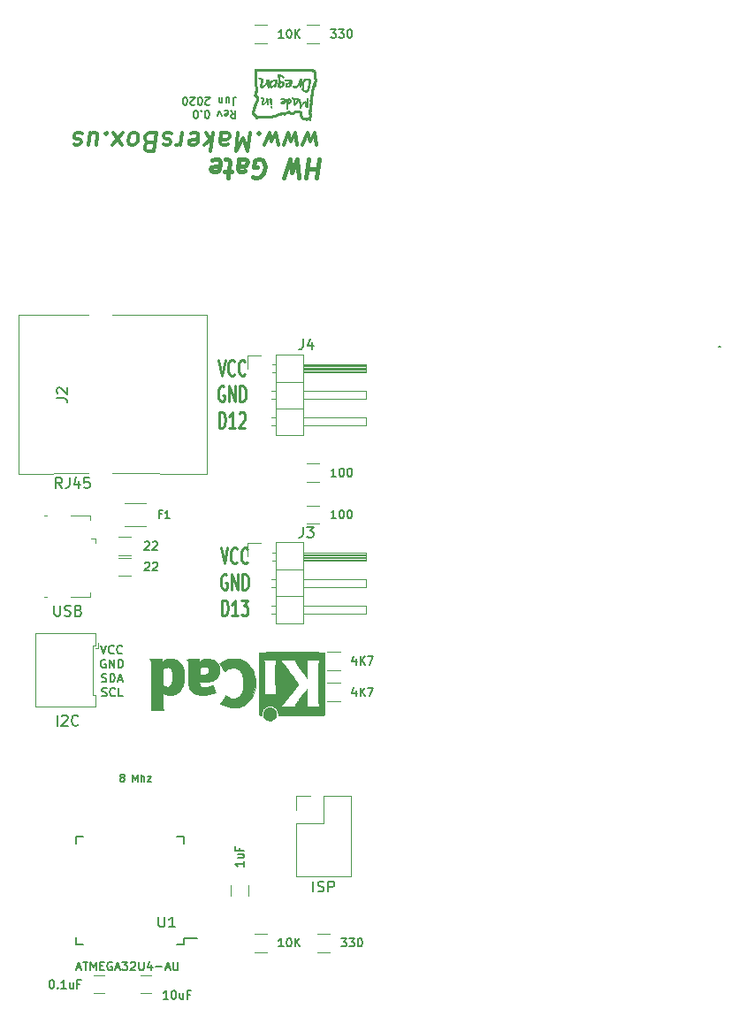
<source format=gto>
G04 #@! TF.FileFunction,Legend,Top*
%FSLAX46Y46*%
G04 Gerber Fmt 4.6, Leading zero omitted, Abs format (unit mm)*
G04 Created by KiCad (PCBNEW 4.0.6) date 06/30/20 08:24:00*
%MOMM*%
%LPD*%
G01*
G04 APERTURE LIST*
%ADD10C,0.100000*%
%ADD11C,0.250000*%
%ADD12C,0.150000*%
%ADD13C,0.200000*%
%ADD14C,0.300000*%
%ADD15C,0.400000*%
%ADD16C,0.120000*%
%ADD17C,0.002540*%
%ADD18C,0.010000*%
G04 APERTURE END LIST*
D10*
D11*
X57190667Y-74397571D02*
X57524000Y-75897571D01*
X57857334Y-74397571D01*
X58762096Y-75754714D02*
X58714477Y-75826143D01*
X58571620Y-75897571D01*
X58476382Y-75897571D01*
X58333524Y-75826143D01*
X58238286Y-75683286D01*
X58190667Y-75540429D01*
X58143048Y-75254714D01*
X58143048Y-75040429D01*
X58190667Y-74754714D01*
X58238286Y-74611857D01*
X58333524Y-74469000D01*
X58476382Y-74397571D01*
X58571620Y-74397571D01*
X58714477Y-74469000D01*
X58762096Y-74540429D01*
X59762096Y-75754714D02*
X59714477Y-75826143D01*
X59571620Y-75897571D01*
X59476382Y-75897571D01*
X59333524Y-75826143D01*
X59238286Y-75683286D01*
X59190667Y-75540429D01*
X59143048Y-75254714D01*
X59143048Y-75040429D01*
X59190667Y-74754714D01*
X59238286Y-74611857D01*
X59333524Y-74469000D01*
X59476382Y-74397571D01*
X59571620Y-74397571D01*
X59714477Y-74469000D01*
X59762096Y-74540429D01*
X57762096Y-76969000D02*
X57666858Y-76897571D01*
X57524001Y-76897571D01*
X57381143Y-76969000D01*
X57285905Y-77111857D01*
X57238286Y-77254714D01*
X57190667Y-77540429D01*
X57190667Y-77754714D01*
X57238286Y-78040429D01*
X57285905Y-78183286D01*
X57381143Y-78326143D01*
X57524001Y-78397571D01*
X57619239Y-78397571D01*
X57762096Y-78326143D01*
X57809715Y-78254714D01*
X57809715Y-77754714D01*
X57619239Y-77754714D01*
X58238286Y-78397571D02*
X58238286Y-76897571D01*
X58809715Y-78397571D01*
X58809715Y-76897571D01*
X59285905Y-78397571D02*
X59285905Y-76897571D01*
X59524000Y-76897571D01*
X59666858Y-76969000D01*
X59762096Y-77111857D01*
X59809715Y-77254714D01*
X59857334Y-77540429D01*
X59857334Y-77754714D01*
X59809715Y-78040429D01*
X59762096Y-78183286D01*
X59666858Y-78326143D01*
X59524000Y-78397571D01*
X59285905Y-78397571D01*
X57309714Y-80897571D02*
X57309714Y-79397571D01*
X57547809Y-79397571D01*
X57690667Y-79469000D01*
X57785905Y-79611857D01*
X57833524Y-79754714D01*
X57881143Y-80040429D01*
X57881143Y-80254714D01*
X57833524Y-80540429D01*
X57785905Y-80683286D01*
X57690667Y-80826143D01*
X57547809Y-80897571D01*
X57309714Y-80897571D01*
X58833524Y-80897571D02*
X58262095Y-80897571D01*
X58547809Y-80897571D02*
X58547809Y-79397571D01*
X58452571Y-79611857D01*
X58357333Y-79754714D01*
X58262095Y-79826143D01*
X59214476Y-79540429D02*
X59262095Y-79469000D01*
X59357333Y-79397571D01*
X59595429Y-79397571D01*
X59690667Y-79469000D01*
X59738286Y-79540429D01*
X59785905Y-79683286D01*
X59785905Y-79826143D01*
X59738286Y-80040429D01*
X59166857Y-80897571D01*
X59785905Y-80897571D01*
X57440667Y-92397571D02*
X57774000Y-93897571D01*
X58107334Y-92397571D01*
X59012096Y-93754714D02*
X58964477Y-93826143D01*
X58821620Y-93897571D01*
X58726382Y-93897571D01*
X58583524Y-93826143D01*
X58488286Y-93683286D01*
X58440667Y-93540429D01*
X58393048Y-93254714D01*
X58393048Y-93040429D01*
X58440667Y-92754714D01*
X58488286Y-92611857D01*
X58583524Y-92469000D01*
X58726382Y-92397571D01*
X58821620Y-92397571D01*
X58964477Y-92469000D01*
X59012096Y-92540429D01*
X60012096Y-93754714D02*
X59964477Y-93826143D01*
X59821620Y-93897571D01*
X59726382Y-93897571D01*
X59583524Y-93826143D01*
X59488286Y-93683286D01*
X59440667Y-93540429D01*
X59393048Y-93254714D01*
X59393048Y-93040429D01*
X59440667Y-92754714D01*
X59488286Y-92611857D01*
X59583524Y-92469000D01*
X59726382Y-92397571D01*
X59821620Y-92397571D01*
X59964477Y-92469000D01*
X60012096Y-92540429D01*
X58012096Y-94969000D02*
X57916858Y-94897571D01*
X57774001Y-94897571D01*
X57631143Y-94969000D01*
X57535905Y-95111857D01*
X57488286Y-95254714D01*
X57440667Y-95540429D01*
X57440667Y-95754714D01*
X57488286Y-96040429D01*
X57535905Y-96183286D01*
X57631143Y-96326143D01*
X57774001Y-96397571D01*
X57869239Y-96397571D01*
X58012096Y-96326143D01*
X58059715Y-96254714D01*
X58059715Y-95754714D01*
X57869239Y-95754714D01*
X58488286Y-96397571D02*
X58488286Y-94897571D01*
X59059715Y-96397571D01*
X59059715Y-94897571D01*
X59535905Y-96397571D02*
X59535905Y-94897571D01*
X59774000Y-94897571D01*
X59916858Y-94969000D01*
X60012096Y-95111857D01*
X60059715Y-95254714D01*
X60107334Y-95540429D01*
X60107334Y-95754714D01*
X60059715Y-96040429D01*
X60012096Y-96183286D01*
X59916858Y-96326143D01*
X59774000Y-96397571D01*
X59535905Y-96397571D01*
X57559714Y-98897571D02*
X57559714Y-97397571D01*
X57797809Y-97397571D01*
X57940667Y-97469000D01*
X58035905Y-97611857D01*
X58083524Y-97754714D01*
X58131143Y-98040429D01*
X58131143Y-98254714D01*
X58083524Y-98540429D01*
X58035905Y-98683286D01*
X57940667Y-98826143D01*
X57797809Y-98897571D01*
X57559714Y-98897571D01*
X59083524Y-98897571D02*
X58512095Y-98897571D01*
X58797809Y-98897571D02*
X58797809Y-97397571D01*
X58702571Y-97611857D01*
X58607333Y-97754714D01*
X58512095Y-97826143D01*
X59416857Y-97397571D02*
X60035905Y-97397571D01*
X59702571Y-97969000D01*
X59845429Y-97969000D01*
X59940667Y-98040429D01*
X59988286Y-98111857D01*
X60035905Y-98254714D01*
X60035905Y-98611857D01*
X59988286Y-98754714D01*
X59940667Y-98826143D01*
X59845429Y-98897571D01*
X59559714Y-98897571D01*
X59464476Y-98826143D01*
X59416857Y-98754714D01*
D12*
X45957333Y-101755905D02*
X46224000Y-102555905D01*
X46490667Y-101755905D01*
X47214476Y-102479714D02*
X47176381Y-102517810D01*
X47062095Y-102555905D01*
X46985905Y-102555905D01*
X46871619Y-102517810D01*
X46795428Y-102441619D01*
X46757333Y-102365429D01*
X46719238Y-102213048D01*
X46719238Y-102098762D01*
X46757333Y-101946381D01*
X46795428Y-101870190D01*
X46871619Y-101794000D01*
X46985905Y-101755905D01*
X47062095Y-101755905D01*
X47176381Y-101794000D01*
X47214476Y-101832095D01*
X48014476Y-102479714D02*
X47976381Y-102517810D01*
X47862095Y-102555905D01*
X47785905Y-102555905D01*
X47671619Y-102517810D01*
X47595428Y-102441619D01*
X47557333Y-102365429D01*
X47519238Y-102213048D01*
X47519238Y-102098762D01*
X47557333Y-101946381D01*
X47595428Y-101870190D01*
X47671619Y-101794000D01*
X47785905Y-101755905D01*
X47862095Y-101755905D01*
X47976381Y-101794000D01*
X48014476Y-101832095D01*
X46414477Y-103144000D02*
X46338286Y-103105905D01*
X46224001Y-103105905D01*
X46109715Y-103144000D01*
X46033524Y-103220190D01*
X45995429Y-103296381D01*
X45957334Y-103448762D01*
X45957334Y-103563048D01*
X45995429Y-103715429D01*
X46033524Y-103791619D01*
X46109715Y-103867810D01*
X46224001Y-103905905D01*
X46300191Y-103905905D01*
X46414477Y-103867810D01*
X46452572Y-103829714D01*
X46452572Y-103563048D01*
X46300191Y-103563048D01*
X46795429Y-103905905D02*
X46795429Y-103105905D01*
X47252572Y-103905905D01*
X47252572Y-103105905D01*
X47633524Y-103905905D02*
X47633524Y-103105905D01*
X47824000Y-103105905D01*
X47938286Y-103144000D01*
X48014477Y-103220190D01*
X48052572Y-103296381D01*
X48090667Y-103448762D01*
X48090667Y-103563048D01*
X48052572Y-103715429D01*
X48014477Y-103791619D01*
X47938286Y-103867810D01*
X47824000Y-103905905D01*
X47633524Y-103905905D01*
X46052572Y-105217810D02*
X46166858Y-105255905D01*
X46357334Y-105255905D01*
X46433524Y-105217810D01*
X46471620Y-105179714D01*
X46509715Y-105103524D01*
X46509715Y-105027333D01*
X46471620Y-104951143D01*
X46433524Y-104913048D01*
X46357334Y-104874952D01*
X46204953Y-104836857D01*
X46128762Y-104798762D01*
X46090667Y-104760667D01*
X46052572Y-104684476D01*
X46052572Y-104608286D01*
X46090667Y-104532095D01*
X46128762Y-104494000D01*
X46204953Y-104455905D01*
X46395429Y-104455905D01*
X46509715Y-104494000D01*
X46852572Y-105255905D02*
X46852572Y-104455905D01*
X47043048Y-104455905D01*
X47157334Y-104494000D01*
X47233525Y-104570190D01*
X47271620Y-104646381D01*
X47309715Y-104798762D01*
X47309715Y-104913048D01*
X47271620Y-105065429D01*
X47233525Y-105141619D01*
X47157334Y-105217810D01*
X47043048Y-105255905D01*
X46852572Y-105255905D01*
X47614477Y-105027333D02*
X47995429Y-105027333D01*
X47538286Y-105255905D02*
X47804953Y-104455905D01*
X48071620Y-105255905D01*
X46071619Y-106567810D02*
X46185905Y-106605905D01*
X46376381Y-106605905D01*
X46452571Y-106567810D01*
X46490667Y-106529714D01*
X46528762Y-106453524D01*
X46528762Y-106377333D01*
X46490667Y-106301143D01*
X46452571Y-106263048D01*
X46376381Y-106224952D01*
X46224000Y-106186857D01*
X46147809Y-106148762D01*
X46109714Y-106110667D01*
X46071619Y-106034476D01*
X46071619Y-105958286D01*
X46109714Y-105882095D01*
X46147809Y-105844000D01*
X46224000Y-105805905D01*
X46414476Y-105805905D01*
X46528762Y-105844000D01*
X47328762Y-106529714D02*
X47290667Y-106567810D01*
X47176381Y-106605905D01*
X47100191Y-106605905D01*
X46985905Y-106567810D01*
X46909714Y-106491619D01*
X46871619Y-106415429D01*
X46833524Y-106263048D01*
X46833524Y-106148762D01*
X46871619Y-105996381D01*
X46909714Y-105920190D01*
X46985905Y-105844000D01*
X47100191Y-105805905D01*
X47176381Y-105805905D01*
X47290667Y-105844000D01*
X47328762Y-105882095D01*
X48052572Y-106605905D02*
X47671619Y-106605905D01*
X47671619Y-105805905D01*
D13*
X105306000Y-73156000D02*
X105179000Y-73156000D01*
X105179000Y-73156000D02*
X105306000Y-73156000D01*
D12*
X58416857Y-50517214D02*
X58666857Y-50874357D01*
X58845429Y-50517214D02*
X58845429Y-51267214D01*
X58559714Y-51267214D01*
X58488286Y-51231500D01*
X58452571Y-51195786D01*
X58416857Y-51124357D01*
X58416857Y-51017214D01*
X58452571Y-50945786D01*
X58488286Y-50910071D01*
X58559714Y-50874357D01*
X58845429Y-50874357D01*
X57809714Y-50552929D02*
X57881143Y-50517214D01*
X58024000Y-50517214D01*
X58095429Y-50552929D01*
X58131143Y-50624357D01*
X58131143Y-50910071D01*
X58095429Y-50981500D01*
X58024000Y-51017214D01*
X57881143Y-51017214D01*
X57809714Y-50981500D01*
X57774000Y-50910071D01*
X57774000Y-50838643D01*
X58131143Y-50767214D01*
X57524000Y-51017214D02*
X57345429Y-50517214D01*
X57166857Y-51017214D01*
X56166856Y-51267214D02*
X56095428Y-51267214D01*
X56023999Y-51231500D01*
X55988285Y-51195786D01*
X55952571Y-51124357D01*
X55916856Y-50981500D01*
X55916856Y-50802929D01*
X55952571Y-50660071D01*
X55988285Y-50588643D01*
X56023999Y-50552929D01*
X56095428Y-50517214D01*
X56166856Y-50517214D01*
X56238285Y-50552929D01*
X56273999Y-50588643D01*
X56309714Y-50660071D01*
X56345428Y-50802929D01*
X56345428Y-50981500D01*
X56309714Y-51124357D01*
X56273999Y-51195786D01*
X56238285Y-51231500D01*
X56166856Y-51267214D01*
X55595428Y-50588643D02*
X55559713Y-50552929D01*
X55595428Y-50517214D01*
X55631142Y-50552929D01*
X55595428Y-50588643D01*
X55595428Y-50517214D01*
X55095427Y-51267214D02*
X55023999Y-51267214D01*
X54952570Y-51231500D01*
X54916856Y-51195786D01*
X54881142Y-51124357D01*
X54845427Y-50981500D01*
X54845427Y-50802929D01*
X54881142Y-50660071D01*
X54916856Y-50588643D01*
X54952570Y-50552929D01*
X55023999Y-50517214D01*
X55095427Y-50517214D01*
X55166856Y-50552929D01*
X55202570Y-50588643D01*
X55238285Y-50660071D01*
X55273999Y-50802929D01*
X55273999Y-50981500D01*
X55238285Y-51124357D01*
X55202570Y-51195786D01*
X55166856Y-51231500D01*
X55095427Y-51267214D01*
X58631143Y-49992214D02*
X58631143Y-49456500D01*
X58666857Y-49349357D01*
X58738286Y-49277929D01*
X58845429Y-49242214D01*
X58916857Y-49242214D01*
X57952571Y-49742214D02*
X57952571Y-49242214D01*
X58274000Y-49742214D02*
X58274000Y-49349357D01*
X58238285Y-49277929D01*
X58166857Y-49242214D01*
X58059714Y-49242214D01*
X57988285Y-49277929D01*
X57952571Y-49313643D01*
X57595429Y-49742214D02*
X57595429Y-49242214D01*
X57595429Y-49670786D02*
X57559714Y-49706500D01*
X57488286Y-49742214D01*
X57381143Y-49742214D01*
X57309714Y-49706500D01*
X57274000Y-49635071D01*
X57274000Y-49242214D01*
X56381143Y-49920786D02*
X56345429Y-49956500D01*
X56274000Y-49992214D01*
X56095429Y-49992214D01*
X56024000Y-49956500D01*
X55988286Y-49920786D01*
X55952571Y-49849357D01*
X55952571Y-49777929D01*
X55988286Y-49670786D01*
X56416857Y-49242214D01*
X55952571Y-49242214D01*
X55488285Y-49992214D02*
X55416857Y-49992214D01*
X55345428Y-49956500D01*
X55309714Y-49920786D01*
X55274000Y-49849357D01*
X55238285Y-49706500D01*
X55238285Y-49527929D01*
X55274000Y-49385071D01*
X55309714Y-49313643D01*
X55345428Y-49277929D01*
X55416857Y-49242214D01*
X55488285Y-49242214D01*
X55559714Y-49277929D01*
X55595428Y-49313643D01*
X55631143Y-49385071D01*
X55666857Y-49527929D01*
X55666857Y-49706500D01*
X55631143Y-49849357D01*
X55595428Y-49920786D01*
X55559714Y-49956500D01*
X55488285Y-49992214D01*
X54952571Y-49920786D02*
X54916857Y-49956500D01*
X54845428Y-49992214D01*
X54666857Y-49992214D01*
X54595428Y-49956500D01*
X54559714Y-49920786D01*
X54523999Y-49849357D01*
X54523999Y-49777929D01*
X54559714Y-49670786D01*
X54988285Y-49242214D01*
X54523999Y-49242214D01*
X54059713Y-49992214D02*
X53988285Y-49992214D01*
X53916856Y-49956500D01*
X53881142Y-49920786D01*
X53845428Y-49849357D01*
X53809713Y-49706500D01*
X53809713Y-49527929D01*
X53845428Y-49385071D01*
X53881142Y-49313643D01*
X53916856Y-49277929D01*
X53988285Y-49242214D01*
X54059713Y-49242214D01*
X54131142Y-49277929D01*
X54166856Y-49313643D01*
X54202571Y-49385071D01*
X54238285Y-49527929D01*
X54238285Y-49706500D01*
X54202571Y-49849357D01*
X54166856Y-49920786D01*
X54131142Y-49956500D01*
X54059713Y-49992214D01*
D14*
X66617750Y-53844000D02*
X66430250Y-52677333D01*
X65992750Y-53510667D01*
X65763583Y-52677333D01*
X65284417Y-53844000D01*
X64784417Y-53844000D02*
X64596917Y-52677333D01*
X64159417Y-53510667D01*
X63930250Y-52677333D01*
X63451084Y-53844000D01*
X62951084Y-53844000D02*
X62763584Y-52677333D01*
X62326084Y-53510667D01*
X62096917Y-52677333D01*
X61617751Y-53844000D01*
X61076084Y-52844000D02*
X61003168Y-52760667D01*
X61096917Y-52677333D01*
X61169835Y-52760667D01*
X61076084Y-52844000D01*
X61096917Y-52677333D01*
X60263584Y-52677333D02*
X60044834Y-54427333D01*
X59617751Y-53177333D01*
X58878168Y-54427333D01*
X59096918Y-52677333D01*
X57513584Y-52677333D02*
X57399001Y-53594000D01*
X57461502Y-53760667D01*
X57617751Y-53844000D01*
X57951085Y-53844000D01*
X58128168Y-53760667D01*
X57503168Y-52760667D02*
X57680251Y-52677333D01*
X58096918Y-52677333D01*
X58253168Y-52760667D01*
X58315668Y-52927333D01*
X58294835Y-53094000D01*
X58190668Y-53260667D01*
X58013585Y-53344000D01*
X57596918Y-53344000D01*
X57419834Y-53427333D01*
X56680251Y-52677333D02*
X56461501Y-54427333D01*
X56430252Y-53344000D02*
X56013585Y-52677333D01*
X55867752Y-53844000D02*
X56617751Y-53177333D01*
X54586502Y-52760667D02*
X54763584Y-52677333D01*
X55096918Y-52677333D01*
X55253168Y-52760667D01*
X55315668Y-52927333D01*
X55232335Y-53594000D01*
X55128168Y-53760667D01*
X54951085Y-53844000D01*
X54617751Y-53844000D01*
X54461502Y-53760667D01*
X54399001Y-53594000D01*
X54419834Y-53427333D01*
X55274002Y-53260667D01*
X53763584Y-52677333D02*
X53617751Y-53844000D01*
X53659418Y-53510667D02*
X53555251Y-53677333D01*
X53461502Y-53760667D01*
X53284418Y-53844000D01*
X53117751Y-53844000D01*
X52753169Y-52760667D02*
X52596918Y-52677333D01*
X52263585Y-52677333D01*
X52086502Y-52760667D01*
X51982335Y-52927333D01*
X51971919Y-53010667D01*
X52034418Y-53177333D01*
X52190669Y-53260667D01*
X52440669Y-53260667D01*
X52596918Y-53344000D01*
X52659419Y-53510667D01*
X52649002Y-53594000D01*
X52544835Y-53760667D01*
X52367752Y-53844000D01*
X52117752Y-53844000D01*
X51961502Y-53760667D01*
X50565668Y-53594000D02*
X50326085Y-53510667D01*
X50253168Y-53427333D01*
X50190668Y-53260667D01*
X50221918Y-53010667D01*
X50326085Y-52844000D01*
X50419835Y-52760667D01*
X50596918Y-52677333D01*
X51263584Y-52677333D01*
X51044834Y-54427333D01*
X50461501Y-54427333D01*
X50305251Y-54344000D01*
X50232335Y-54260667D01*
X50169835Y-54094000D01*
X50190668Y-53927333D01*
X50294835Y-53760667D01*
X50388584Y-53677333D01*
X50565668Y-53594000D01*
X51149001Y-53594000D01*
X49263584Y-52677333D02*
X49419835Y-52760667D01*
X49492751Y-52844000D01*
X49555252Y-53010667D01*
X49492752Y-53510667D01*
X49388584Y-53677333D01*
X49294835Y-53760667D01*
X49117751Y-53844000D01*
X48867751Y-53844000D01*
X48711502Y-53760667D01*
X48638584Y-53677333D01*
X48576085Y-53510667D01*
X48638585Y-53010667D01*
X48742751Y-52844000D01*
X48836502Y-52760667D01*
X49013584Y-52677333D01*
X49263584Y-52677333D01*
X48096918Y-52677333D02*
X47034418Y-53844000D01*
X47951085Y-53844000D02*
X47180251Y-52677333D01*
X46492751Y-52844000D02*
X46419835Y-52760667D01*
X46513584Y-52677333D01*
X46586502Y-52760667D01*
X46492751Y-52844000D01*
X46513584Y-52677333D01*
X44784418Y-53844000D02*
X44930251Y-52677333D01*
X45534418Y-53844000D02*
X45649001Y-52927333D01*
X45586502Y-52760667D01*
X45430251Y-52677333D01*
X45180251Y-52677333D01*
X45003169Y-52760667D01*
X44909418Y-52844000D01*
X44169836Y-52760667D02*
X44013585Y-52677333D01*
X43680252Y-52677333D01*
X43503169Y-52760667D01*
X43399002Y-52927333D01*
X43388586Y-53010667D01*
X43451085Y-53177333D01*
X43607336Y-53260667D01*
X43857336Y-53260667D01*
X44013585Y-53344000D01*
X44076086Y-53510667D01*
X44065669Y-53594000D01*
X43961502Y-53760667D01*
X43784419Y-53844000D01*
X43534419Y-53844000D01*
X43378169Y-53760667D01*
D15*
X66846916Y-55177333D02*
X66628166Y-56927333D01*
X66732333Y-56094000D02*
X65732333Y-56094000D01*
X65846916Y-55177333D02*
X65628166Y-56927333D01*
X64961500Y-56927333D02*
X64763583Y-55177333D01*
X64274000Y-56427333D01*
X64096917Y-55177333D01*
X63461500Y-56927333D01*
X60555251Y-56844000D02*
X60711500Y-56927333D01*
X60961500Y-56927333D01*
X61221917Y-56844000D01*
X61409417Y-56677333D01*
X61513584Y-56510667D01*
X61638584Y-56177333D01*
X61669834Y-55927333D01*
X61628167Y-55594000D01*
X61565667Y-55427333D01*
X61419834Y-55260667D01*
X61180250Y-55177333D01*
X61013584Y-55177333D01*
X60753168Y-55260667D01*
X60659417Y-55344000D01*
X60586500Y-55927333D01*
X60919834Y-55927333D01*
X59180250Y-55177333D02*
X59065667Y-56094000D01*
X59128168Y-56260667D01*
X59284417Y-56344000D01*
X59617751Y-56344000D01*
X59794834Y-56260667D01*
X59169834Y-55260667D02*
X59346917Y-55177333D01*
X59763584Y-55177333D01*
X59919834Y-55260667D01*
X59982334Y-55427333D01*
X59961501Y-55594000D01*
X59857334Y-55760667D01*
X59680251Y-55844000D01*
X59263584Y-55844000D01*
X59086500Y-55927333D01*
X58451084Y-56344000D02*
X57784418Y-56344000D01*
X58128167Y-56927333D02*
X58315667Y-55427333D01*
X58253168Y-55260667D01*
X58096917Y-55177333D01*
X57930251Y-55177333D01*
X56669835Y-55260667D02*
X56846917Y-55177333D01*
X57180251Y-55177333D01*
X57336501Y-55260667D01*
X57399001Y-55427333D01*
X57315668Y-56094000D01*
X57211501Y-56260667D01*
X57034418Y-56344000D01*
X56701084Y-56344000D01*
X56544835Y-56260667D01*
X56482334Y-56094000D01*
X56503167Y-55927333D01*
X57357335Y-55760667D01*
D16*
X64694000Y-123879000D02*
X69894000Y-123879000D01*
X64694000Y-118739000D02*
X64694000Y-123879000D01*
X69894000Y-116139000D02*
X69894000Y-123879000D01*
X64694000Y-118739000D02*
X67294000Y-118739000D01*
X67294000Y-118739000D02*
X67294000Y-116139000D01*
X67294000Y-116139000D02*
X69894000Y-116139000D01*
X64694000Y-117469000D02*
X64694000Y-116139000D01*
X64694000Y-116139000D02*
X66024000Y-116139000D01*
D17*
G36*
X60427740Y-50729220D02*
X60427740Y-50691120D01*
X60430280Y-50665720D01*
X60432820Y-50642860D01*
X60437900Y-50625080D01*
X60448060Y-50604760D01*
X60450600Y-50597140D01*
X60463300Y-50569200D01*
X60473460Y-50543800D01*
X60483620Y-50513320D01*
X60493780Y-50477760D01*
X60503940Y-50432040D01*
X60516640Y-50378700D01*
X60521720Y-50360920D01*
X60536960Y-50287260D01*
X60554740Y-50226300D01*
X60569980Y-50172960D01*
X60590300Y-50127240D01*
X60610620Y-50086600D01*
X60610620Y-50716520D01*
X60610620Y-50731760D01*
X60613160Y-50744460D01*
X60620780Y-50757160D01*
X60633480Y-50772400D01*
X60656340Y-50790180D01*
X60666500Y-50800340D01*
X60694440Y-50823200D01*
X60719840Y-50848600D01*
X60737620Y-50871460D01*
X60745240Y-50879080D01*
X60757940Y-50896860D01*
X60778260Y-50922260D01*
X60803660Y-50952740D01*
X60829060Y-50983220D01*
X60831600Y-50985760D01*
X60854460Y-51013700D01*
X60874780Y-51039100D01*
X60887480Y-51056880D01*
X60895100Y-51067040D01*
X60895100Y-51069580D01*
X60900180Y-51074660D01*
X60917960Y-51074660D01*
X60943360Y-51074660D01*
X60973840Y-51069580D01*
X61004320Y-51064500D01*
X61014480Y-51061960D01*
X61027180Y-51059420D01*
X61039880Y-51054340D01*
X61055120Y-51054340D01*
X61072900Y-51051800D01*
X61098300Y-51049260D01*
X61131320Y-51046720D01*
X61169420Y-51046720D01*
X61217680Y-51044180D01*
X61276100Y-51044180D01*
X61347220Y-51041640D01*
X61431040Y-51039100D01*
X61484380Y-51039100D01*
X61570740Y-51036560D01*
X61657100Y-51036560D01*
X61743460Y-51034020D01*
X61827280Y-51034020D01*
X61906020Y-51031480D01*
X61977140Y-51031480D01*
X62040640Y-51031480D01*
X62088900Y-51031480D01*
X62101600Y-51031480D01*
X62294640Y-51031480D01*
X62355600Y-50970520D01*
X62416560Y-50912100D01*
X62457200Y-50912100D01*
X62485140Y-50912100D01*
X62520700Y-50914640D01*
X62548640Y-50919720D01*
X62581660Y-50922260D01*
X62612140Y-50919720D01*
X62645160Y-50914640D01*
X62685800Y-50904480D01*
X62731520Y-50886700D01*
X62787400Y-50863840D01*
X62802640Y-50858760D01*
X62845820Y-50838440D01*
X62878840Y-50825740D01*
X62906780Y-50818120D01*
X62932180Y-50813040D01*
X62960120Y-50807960D01*
X62977900Y-50805420D01*
X63023620Y-50800340D01*
X63059180Y-50795260D01*
X63087120Y-50787640D01*
X63107440Y-50777480D01*
X63127760Y-50764780D01*
X63148080Y-50744460D01*
X63150620Y-50741920D01*
X63173480Y-50721600D01*
X63198880Y-50703820D01*
X63216660Y-50691120D01*
X63216660Y-50691120D01*
X63236980Y-50686040D01*
X63267460Y-50680960D01*
X63303020Y-50673340D01*
X63341120Y-50670800D01*
X63374140Y-50665720D01*
X63399540Y-50665720D01*
X63414780Y-50668260D01*
X63427480Y-50675880D01*
X63450340Y-50688580D01*
X63470660Y-50706360D01*
X63493520Y-50726680D01*
X63508760Y-50734300D01*
X63518920Y-50736840D01*
X63524000Y-50734300D01*
X63534160Y-50726680D01*
X63554480Y-50713980D01*
X63582420Y-50696200D01*
X63612900Y-50675880D01*
X63620520Y-50670800D01*
X63706880Y-50617460D01*
X63783080Y-50614920D01*
X63818640Y-50612380D01*
X63841500Y-50609840D01*
X63854200Y-50607300D01*
X63864360Y-50602220D01*
X63869440Y-50594600D01*
X63871980Y-50589520D01*
X63892300Y-50566660D01*
X63920240Y-50551420D01*
X63950720Y-50543800D01*
X63955800Y-50543800D01*
X63983740Y-50551420D01*
X64011680Y-50569200D01*
X64039620Y-50599680D01*
X64049780Y-50612380D01*
X64062480Y-50625080D01*
X64070100Y-50635240D01*
X64080260Y-50642860D01*
X64092960Y-50650480D01*
X64113280Y-50653020D01*
X64138680Y-50658100D01*
X64176780Y-50663180D01*
X64225040Y-50665720D01*
X64240280Y-50668260D01*
X64349500Y-50678420D01*
X64379980Y-50650480D01*
X64415540Y-50617460D01*
X64451100Y-50592060D01*
X64481580Y-50571740D01*
X64491740Y-50566660D01*
X64514600Y-50561580D01*
X64547620Y-50556500D01*
X64590800Y-50551420D01*
X64636520Y-50546340D01*
X64687320Y-50541260D01*
X64735580Y-50538720D01*
X64781300Y-50538720D01*
X64783840Y-50538720D01*
X64832100Y-50538720D01*
X64875280Y-50543800D01*
X64918460Y-50548880D01*
X64966720Y-50559040D01*
X65012440Y-50569200D01*
X65045460Y-50579360D01*
X65070860Y-50592060D01*
X65093720Y-50604760D01*
X65116580Y-50625080D01*
X65141980Y-50650480D01*
X65159760Y-50670800D01*
X65175000Y-50691120D01*
X65182620Y-50713980D01*
X65190240Y-50741920D01*
X65197860Y-50777480D01*
X65200400Y-50820660D01*
X65205480Y-50871460D01*
X65213100Y-50950200D01*
X65225800Y-51018780D01*
X65246120Y-51074660D01*
X65271520Y-51120380D01*
X65274060Y-51125460D01*
X65299460Y-51150860D01*
X65337560Y-51178800D01*
X65350260Y-51186420D01*
X65378200Y-51199120D01*
X65401060Y-51209280D01*
X65418840Y-51211820D01*
X65441700Y-51211820D01*
X65444240Y-51211820D01*
X65482340Y-51211820D01*
X65525520Y-51219440D01*
X65556000Y-51227060D01*
X65594100Y-51239760D01*
X65622040Y-51244840D01*
X65639820Y-51247380D01*
X65655060Y-51242300D01*
X65670300Y-51237220D01*
X65677920Y-51232140D01*
X65708400Y-51216900D01*
X65751580Y-51211820D01*
X65799840Y-51216900D01*
X65815080Y-51221980D01*
X65837940Y-51227060D01*
X65858260Y-51232140D01*
X65865880Y-51232140D01*
X65865880Y-51227060D01*
X65868420Y-51206740D01*
X65868420Y-51183880D01*
X65868420Y-51181340D01*
X65868420Y-51153400D01*
X65870960Y-51133080D01*
X65876040Y-51115300D01*
X65888740Y-51097520D01*
X65911600Y-51064500D01*
X65903980Y-50945120D01*
X65901440Y-50899400D01*
X65896360Y-50866380D01*
X65893820Y-50840980D01*
X65888740Y-50823200D01*
X65883660Y-50807960D01*
X65876040Y-50792720D01*
X65870960Y-50785100D01*
X65855720Y-50754620D01*
X65848100Y-50726680D01*
X65848100Y-50706360D01*
X65845560Y-50678420D01*
X65843020Y-50655560D01*
X65840480Y-50647940D01*
X65837940Y-50630160D01*
X65832860Y-50604760D01*
X65832860Y-50571740D01*
X65832860Y-50559040D01*
X65832860Y-50526020D01*
X65832860Y-50505700D01*
X65837940Y-50490460D01*
X65845560Y-50480300D01*
X65855720Y-50467600D01*
X65858260Y-50465060D01*
X65878580Y-50449820D01*
X65898900Y-50442200D01*
X65901440Y-50439660D01*
X65911600Y-50439660D01*
X65916680Y-50434580D01*
X65921760Y-50419340D01*
X65924300Y-50393940D01*
X65926840Y-50360920D01*
X65929380Y-50322820D01*
X65929380Y-50299960D01*
X65931920Y-50256780D01*
X65937000Y-50200900D01*
X65944620Y-50129780D01*
X65957320Y-50043420D01*
X65975100Y-49944360D01*
X65975100Y-49936740D01*
X65982720Y-49893560D01*
X65987800Y-49852920D01*
X65992880Y-49822440D01*
X65995420Y-49799580D01*
X65997960Y-49791960D01*
X65997960Y-49779260D01*
X65995420Y-49756400D01*
X65995420Y-49725920D01*
X65992880Y-49695440D01*
X65992880Y-49662420D01*
X65990340Y-49631940D01*
X65987800Y-49611620D01*
X65985260Y-49604000D01*
X65975100Y-49578600D01*
X65972560Y-49548120D01*
X65975100Y-49517640D01*
X65985260Y-49492240D01*
X66000500Y-49479540D01*
X66008120Y-49466840D01*
X66015740Y-49441440D01*
X66025900Y-49400800D01*
X66033520Y-49344920D01*
X66043680Y-49276340D01*
X66051300Y-49197600D01*
X66056380Y-49136640D01*
X66061460Y-49083300D01*
X66066540Y-49032500D01*
X66071620Y-48989320D01*
X66076700Y-48953760D01*
X66079240Y-48928360D01*
X66081780Y-48915660D01*
X66091940Y-48895340D01*
X66102100Y-48867400D01*
X66112260Y-48842000D01*
X66119880Y-48821680D01*
X66127500Y-48806440D01*
X66130040Y-48788660D01*
X66132580Y-48768340D01*
X66132580Y-48742940D01*
X66130040Y-48709920D01*
X66127500Y-48664200D01*
X66127500Y-48643880D01*
X66124960Y-48598160D01*
X66124960Y-48562600D01*
X66130040Y-48534660D01*
X66137660Y-48509260D01*
X66150360Y-48481320D01*
X66170680Y-48448300D01*
X66188460Y-48410200D01*
X66198620Y-48382260D01*
X66203700Y-48354320D01*
X66198620Y-48326380D01*
X66188460Y-48288280D01*
X66183380Y-48278120D01*
X66170680Y-48240020D01*
X66163060Y-48209540D01*
X66163060Y-48189220D01*
X66165600Y-48171440D01*
X66173220Y-48156200D01*
X66173220Y-48153660D01*
X66188460Y-48138420D01*
X66213860Y-48120640D01*
X66244340Y-48102860D01*
X66277360Y-48090160D01*
X66297680Y-48082540D01*
X66318000Y-48077460D01*
X66318000Y-47988560D01*
X66318000Y-47897120D01*
X66348480Y-47833620D01*
X66381500Y-47765040D01*
X66406900Y-47706620D01*
X66427220Y-47658360D01*
X66439920Y-47622800D01*
X66445000Y-47602480D01*
X66447540Y-47584700D01*
X66447540Y-47569460D01*
X66439920Y-47554220D01*
X66424680Y-47533900D01*
X66424680Y-47531360D01*
X66396740Y-47490720D01*
X66373880Y-47452620D01*
X66356100Y-47406900D01*
X66348480Y-47378960D01*
X66333240Y-47325620D01*
X66356100Y-47226560D01*
X66371340Y-47160520D01*
X66378960Y-47107180D01*
X66384040Y-47061460D01*
X66384040Y-47020820D01*
X66376420Y-46982720D01*
X66366260Y-46944620D01*
X66366260Y-46944620D01*
X66351020Y-46901440D01*
X66338320Y-46863340D01*
X66323080Y-46830320D01*
X66312920Y-46807460D01*
X66302760Y-46797300D01*
X66302760Y-46794760D01*
X66292600Y-46792220D01*
X66272280Y-46784600D01*
X66264660Y-46779520D01*
X66241800Y-46771900D01*
X66206240Y-46764280D01*
X66157980Y-46759200D01*
X66097020Y-46756660D01*
X66020820Y-46754120D01*
X65931920Y-46751580D01*
X65830320Y-46751580D01*
X65820160Y-46751580D01*
X65764280Y-46749040D01*
X65698240Y-46749040D01*
X65624580Y-46746500D01*
X65545840Y-46746500D01*
X65467100Y-46743960D01*
X65393440Y-46738880D01*
X65373120Y-46738880D01*
X65136900Y-46731260D01*
X64910840Y-46721100D01*
X64687320Y-46716020D01*
X64463800Y-46710940D01*
X64242820Y-46705860D01*
X64019300Y-46703320D01*
X63793240Y-46700780D01*
X63559560Y-46700780D01*
X63320800Y-46700780D01*
X63069340Y-46700780D01*
X62807720Y-46703320D01*
X62675640Y-46705860D01*
X62490220Y-46708400D01*
X62320040Y-46710940D01*
X62162560Y-46713480D01*
X62017780Y-46716020D01*
X61883160Y-46718560D01*
X61758700Y-46721100D01*
X61641860Y-46723640D01*
X61535180Y-46726180D01*
X61436120Y-46731260D01*
X61344680Y-46733800D01*
X61255780Y-46736340D01*
X61171960Y-46741420D01*
X61126240Y-46743960D01*
X61062740Y-46746500D01*
X61004320Y-46751580D01*
X60950980Y-46754120D01*
X60905260Y-46756660D01*
X60872240Y-46759200D01*
X60849380Y-46759200D01*
X60836680Y-46759200D01*
X60836680Y-46759200D01*
X60836680Y-46766820D01*
X60839220Y-46789680D01*
X60839220Y-46822700D01*
X60841760Y-46870960D01*
X60844300Y-46929380D01*
X60846840Y-46997960D01*
X60851920Y-47076700D01*
X60854460Y-47163060D01*
X60859540Y-47259580D01*
X60864620Y-47361180D01*
X60867160Y-47467860D01*
X60872240Y-47582160D01*
X60879860Y-47699000D01*
X60879860Y-47714240D01*
X60884940Y-47853940D01*
X60890020Y-47980940D01*
X60895100Y-48095240D01*
X60900180Y-48196840D01*
X60905260Y-48285740D01*
X60907800Y-48364480D01*
X60910340Y-48430520D01*
X60912880Y-48491480D01*
X60912880Y-48539740D01*
X60912880Y-48582920D01*
X60912880Y-48615940D01*
X60912880Y-48646420D01*
X60912880Y-48669280D01*
X60910340Y-48687060D01*
X60907800Y-48702300D01*
X60905260Y-48712460D01*
X60902720Y-48722620D01*
X60897640Y-48730240D01*
X60892560Y-48735320D01*
X60887480Y-48742940D01*
X60882400Y-48750560D01*
X60869700Y-48765800D01*
X60862080Y-48781040D01*
X60859540Y-48796280D01*
X60862080Y-48821680D01*
X60862080Y-48831840D01*
X60862080Y-48867400D01*
X60859540Y-48900420D01*
X60849380Y-48941060D01*
X60849380Y-48943600D01*
X60836680Y-48986780D01*
X60829060Y-49017260D01*
X60826520Y-49040120D01*
X60826520Y-49052820D01*
X60829060Y-49062980D01*
X60836680Y-49068060D01*
X60836680Y-49070600D01*
X60854460Y-49075680D01*
X60877320Y-49083300D01*
X60887480Y-49083300D01*
X60915420Y-49090920D01*
X60938280Y-49101080D01*
X60958600Y-49116320D01*
X60976380Y-49139180D01*
X60999240Y-49174740D01*
X61017020Y-49210300D01*
X61060200Y-49299200D01*
X61052580Y-49377940D01*
X61047500Y-49408420D01*
X61042420Y-49436360D01*
X61034800Y-49461760D01*
X61027180Y-49489700D01*
X61014480Y-49525260D01*
X60994160Y-49568440D01*
X60989080Y-49581140D01*
X60968760Y-49631940D01*
X60945900Y-49682740D01*
X60923040Y-49736080D01*
X60902720Y-49781800D01*
X60892560Y-49799580D01*
X60877320Y-49837680D01*
X60864620Y-49865620D01*
X60857000Y-49885940D01*
X60854460Y-49898640D01*
X60857000Y-49908800D01*
X60857000Y-49918960D01*
X60864620Y-49944360D01*
X60864620Y-49974840D01*
X60854460Y-50007860D01*
X60836680Y-50048500D01*
X60811280Y-50096760D01*
X60808740Y-50099300D01*
X60785880Y-50139940D01*
X60765560Y-50175500D01*
X60750320Y-50205980D01*
X60740160Y-50236460D01*
X60727460Y-50269480D01*
X60717300Y-50310120D01*
X60707140Y-50355840D01*
X60696980Y-50401560D01*
X60681740Y-50465060D01*
X60669040Y-50515860D01*
X60658880Y-50556500D01*
X60648720Y-50589520D01*
X60638560Y-50617460D01*
X60630940Y-50640320D01*
X60623320Y-50650480D01*
X60615700Y-50678420D01*
X60610620Y-50708900D01*
X60610620Y-50716520D01*
X60610620Y-50086600D01*
X60613160Y-50084060D01*
X60618240Y-50068820D01*
X60636020Y-50040880D01*
X60646180Y-50018020D01*
X60651260Y-50005320D01*
X60651260Y-49995160D01*
X60646180Y-49985000D01*
X60643640Y-49967220D01*
X60641100Y-49949440D01*
X60646180Y-49926580D01*
X60653800Y-49898640D01*
X60669040Y-49863080D01*
X60689360Y-49814820D01*
X60704600Y-49784340D01*
X60740160Y-49703060D01*
X60775720Y-49626860D01*
X60803660Y-49558280D01*
X60829060Y-49497320D01*
X60849380Y-49446520D01*
X60862080Y-49405880D01*
X60869700Y-49377940D01*
X60869700Y-49375400D01*
X60874780Y-49347460D01*
X60872240Y-49329680D01*
X60867160Y-49309360D01*
X60859540Y-49296660D01*
X60849380Y-49276340D01*
X60836680Y-49263640D01*
X60821440Y-49256020D01*
X60798580Y-49250940D01*
X60785880Y-49248400D01*
X60770640Y-49245860D01*
X60752860Y-49235700D01*
X60735080Y-49220460D01*
X60707140Y-49195060D01*
X60699520Y-49184900D01*
X60674120Y-49159500D01*
X60656340Y-49141720D01*
X60646180Y-49129020D01*
X60641100Y-49116320D01*
X60641100Y-49101080D01*
X60641100Y-49090920D01*
X60643640Y-49037580D01*
X60656340Y-48976620D01*
X60671580Y-48913120D01*
X60679200Y-48885180D01*
X60681740Y-48862320D01*
X60681740Y-48839460D01*
X60679200Y-48808980D01*
X60676660Y-48803900D01*
X60674120Y-48770880D01*
X60674120Y-48742940D01*
X60681740Y-48720080D01*
X60699520Y-48692140D01*
X60717300Y-48669280D01*
X60740160Y-48641340D01*
X60696980Y-47660900D01*
X60691900Y-47541520D01*
X60686820Y-47424680D01*
X60681740Y-47312920D01*
X60676660Y-47206240D01*
X60674120Y-47107180D01*
X60669040Y-47015740D01*
X60666500Y-46931920D01*
X60663960Y-46858260D01*
X60661420Y-46794760D01*
X60658880Y-46741420D01*
X60658880Y-46700780D01*
X60658880Y-46672840D01*
X60658880Y-46657600D01*
X60658880Y-46657600D01*
X60669040Y-46632200D01*
X60689360Y-46609340D01*
X60712220Y-46594100D01*
X60717300Y-46591560D01*
X60730000Y-46589020D01*
X60757940Y-46586480D01*
X60796040Y-46583940D01*
X60844300Y-46578860D01*
X60902720Y-46576320D01*
X60966220Y-46571240D01*
X61039880Y-46568700D01*
X61116080Y-46563620D01*
X61197360Y-46561080D01*
X61278640Y-46556000D01*
X61362460Y-46553460D01*
X61443740Y-46550920D01*
X61525020Y-46548380D01*
X61601220Y-46545840D01*
X61672340Y-46543300D01*
X61715520Y-46540760D01*
X61776480Y-46540760D01*
X61850140Y-46538220D01*
X61933960Y-46538220D01*
X62025400Y-46535680D01*
X62127000Y-46533140D01*
X62233680Y-46533140D01*
X62342900Y-46530600D01*
X62457200Y-46530600D01*
X62568960Y-46528060D01*
X62678180Y-46525520D01*
X62721360Y-46525520D01*
X62822960Y-46525520D01*
X62924560Y-46522980D01*
X63023620Y-46522980D01*
X63120140Y-46520440D01*
X63209040Y-46520440D01*
X63292860Y-46520440D01*
X63366520Y-46517900D01*
X63430020Y-46517900D01*
X63483360Y-46517900D01*
X63524000Y-46517900D01*
X63546860Y-46517900D01*
X63582420Y-46517900D01*
X63633220Y-46517900D01*
X63694180Y-46517900D01*
X63765300Y-46517900D01*
X63841500Y-46517900D01*
X63922780Y-46520440D01*
X64006600Y-46520440D01*
X64090420Y-46522980D01*
X64125980Y-46522980D01*
X64280920Y-46525520D01*
X64430780Y-46530600D01*
X64578100Y-46533140D01*
X64717800Y-46538220D01*
X64849880Y-46540760D01*
X64974340Y-46545840D01*
X65088640Y-46548380D01*
X65190240Y-46550920D01*
X65276600Y-46556000D01*
X65294380Y-46556000D01*
X65350260Y-46558540D01*
X65416300Y-46561080D01*
X65487420Y-46561080D01*
X65558540Y-46563620D01*
X65627120Y-46563620D01*
X65652520Y-46563620D01*
X65718560Y-46563620D01*
X65792220Y-46566160D01*
X65873500Y-46566160D01*
X65952240Y-46571240D01*
X66028440Y-46573780D01*
X66066540Y-46573780D01*
X66282440Y-46586480D01*
X66353560Y-46619500D01*
X66386580Y-46637280D01*
X66411980Y-46649980D01*
X66429760Y-46662680D01*
X66434840Y-46667760D01*
X66450080Y-46688080D01*
X66465320Y-46718560D01*
X66485640Y-46759200D01*
X66503420Y-46802380D01*
X66521200Y-46845560D01*
X66536440Y-46883660D01*
X66549140Y-46924300D01*
X66556760Y-46957320D01*
X66561840Y-46982720D01*
X66564380Y-47013200D01*
X66564380Y-47033520D01*
X66559300Y-47107180D01*
X66546600Y-47191000D01*
X66531360Y-47264660D01*
X66523740Y-47300220D01*
X66523740Y-47328160D01*
X66531360Y-47358640D01*
X66546600Y-47391660D01*
X66569460Y-47429760D01*
X66584700Y-47447540D01*
X66607560Y-47483100D01*
X66622800Y-47508500D01*
X66630420Y-47533900D01*
X66632960Y-47559300D01*
X66630420Y-47592320D01*
X66622800Y-47630420D01*
X66615180Y-47660900D01*
X66602480Y-47701540D01*
X66584700Y-47747260D01*
X66564380Y-47800600D01*
X66538980Y-47851400D01*
X66518660Y-47894580D01*
X66511040Y-47912360D01*
X66503420Y-47927600D01*
X66500880Y-47945380D01*
X66498340Y-47965700D01*
X66498340Y-47996180D01*
X66498340Y-48036820D01*
X66498340Y-48041900D01*
X66495800Y-48090160D01*
X66493260Y-48130800D01*
X66488180Y-48158740D01*
X66475480Y-48181600D01*
X66457700Y-48201920D01*
X66429760Y-48219700D01*
X66391660Y-48240020D01*
X66371340Y-48250180D01*
X66371340Y-48257800D01*
X66373880Y-48275580D01*
X66378960Y-48300980D01*
X66381500Y-48308600D01*
X66386580Y-48354320D01*
X66386580Y-48384800D01*
X66386580Y-48392420D01*
X66373880Y-48435600D01*
X66353560Y-48481320D01*
X66330700Y-48527040D01*
X66323080Y-48539740D01*
X66315460Y-48552440D01*
X66310380Y-48565140D01*
X66305300Y-48580380D01*
X66305300Y-48598160D01*
X66305300Y-48621020D01*
X66305300Y-48651500D01*
X66310380Y-48694680D01*
X66315460Y-48748020D01*
X66315460Y-48750560D01*
X66315460Y-48775960D01*
X66315460Y-48801360D01*
X66307840Y-48829300D01*
X66300220Y-48857240D01*
X66287520Y-48890260D01*
X66277360Y-48920740D01*
X66267200Y-48943600D01*
X66264660Y-48948680D01*
X66259580Y-48961380D01*
X66254500Y-48981700D01*
X66251960Y-49009640D01*
X66246880Y-49047740D01*
X66241800Y-49098540D01*
X66236720Y-49159500D01*
X66229100Y-49228080D01*
X66221480Y-49294120D01*
X66213860Y-49357620D01*
X66203700Y-49418580D01*
X66196080Y-49471920D01*
X66188460Y-49515100D01*
X66178300Y-49545580D01*
X66175760Y-49555740D01*
X66175760Y-49573520D01*
X66178300Y-49591300D01*
X66180840Y-49616700D01*
X66175760Y-49652260D01*
X66175760Y-49652260D01*
X66170680Y-49685280D01*
X66173220Y-49720840D01*
X66175760Y-49738620D01*
X66178300Y-49761480D01*
X66180840Y-49781800D01*
X66178300Y-49804660D01*
X66175760Y-49832600D01*
X66168140Y-49873240D01*
X66165600Y-49888480D01*
X66147820Y-49982460D01*
X66135120Y-50068820D01*
X66124960Y-50150100D01*
X66117340Y-50231380D01*
X66109720Y-50320280D01*
X66104640Y-50396480D01*
X66102100Y-50462520D01*
X66097020Y-50513320D01*
X66094480Y-50553960D01*
X66089400Y-50584440D01*
X66086860Y-50607300D01*
X66079240Y-50625080D01*
X66071620Y-50637780D01*
X66061460Y-50645400D01*
X66053840Y-50653020D01*
X66041140Y-50663180D01*
X66036060Y-50675880D01*
X66038600Y-50693660D01*
X66046220Y-50719060D01*
X66056380Y-50744460D01*
X66056380Y-50744460D01*
X66064000Y-50757160D01*
X66066540Y-50767320D01*
X66071620Y-50780020D01*
X66074160Y-50797800D01*
X66076700Y-50820660D01*
X66079240Y-50851140D01*
X66081780Y-50894320D01*
X66086860Y-50947660D01*
X66086860Y-50975600D01*
X66097020Y-51128000D01*
X66071620Y-51158480D01*
X66046220Y-51188960D01*
X66053840Y-51265160D01*
X66056380Y-51313420D01*
X66056380Y-51348980D01*
X66053840Y-51374380D01*
X66043680Y-51394700D01*
X66030980Y-51409940D01*
X66028440Y-51412480D01*
X66013200Y-51425180D01*
X65995420Y-51430260D01*
X65972560Y-51432800D01*
X65944620Y-51432800D01*
X65906520Y-51425180D01*
X65855720Y-51415020D01*
X65850640Y-51412480D01*
X65759200Y-51392160D01*
X65723640Y-51412480D01*
X65698240Y-51425180D01*
X65675380Y-51432800D01*
X65647440Y-51432800D01*
X65616960Y-51427720D01*
X65573780Y-51420100D01*
X65543300Y-51412480D01*
X65507740Y-51402320D01*
X65479800Y-51394700D01*
X65462020Y-51392160D01*
X65444240Y-51394700D01*
X65431540Y-51397240D01*
X65411220Y-51399780D01*
X65393440Y-51399780D01*
X65373120Y-51397240D01*
X65347720Y-51387080D01*
X65317240Y-51371840D01*
X65284220Y-51354060D01*
X65243580Y-51331200D01*
X65213100Y-51313420D01*
X65190240Y-51295640D01*
X65172460Y-51280400D01*
X65154680Y-51262620D01*
X65136900Y-51239760D01*
X65116580Y-51216900D01*
X65101340Y-51194040D01*
X65091180Y-51173720D01*
X65081020Y-51148320D01*
X65068320Y-51115300D01*
X65055620Y-51072120D01*
X65053080Y-51061960D01*
X65040380Y-51013700D01*
X65032760Y-50973060D01*
X65027680Y-50934960D01*
X65022600Y-50891780D01*
X65022600Y-50876540D01*
X65020060Y-50830820D01*
X65017520Y-50797800D01*
X65009900Y-50774940D01*
X64997200Y-50759700D01*
X64976880Y-50747000D01*
X64946400Y-50739380D01*
X64918460Y-50731760D01*
X64857500Y-50721600D01*
X64786380Y-50716520D01*
X64707640Y-50719060D01*
X64633980Y-50726680D01*
X64555240Y-50734300D01*
X64489200Y-50792720D01*
X64463800Y-50818120D01*
X64438400Y-50835900D01*
X64418080Y-50851140D01*
X64407920Y-50856220D01*
X64392680Y-50856220D01*
X64367280Y-50856220D01*
X64329180Y-50856220D01*
X64286000Y-50851140D01*
X64235200Y-50848600D01*
X64184400Y-50843520D01*
X64133600Y-50838440D01*
X64090420Y-50833360D01*
X64047240Y-50825740D01*
X64016760Y-50820660D01*
X63996440Y-50810500D01*
X63983740Y-50805420D01*
X63973580Y-50797800D01*
X63963420Y-50792720D01*
X63948180Y-50790180D01*
X63927860Y-50790180D01*
X63899920Y-50790180D01*
X63861820Y-50790180D01*
X63760220Y-50792720D01*
X63656080Y-50861300D01*
X63617980Y-50886700D01*
X63584960Y-50907020D01*
X63557020Y-50924800D01*
X63536700Y-50934960D01*
X63529080Y-50940040D01*
X63501140Y-50947660D01*
X63475740Y-50942580D01*
X63445260Y-50927340D01*
X63409700Y-50896860D01*
X63407160Y-50894320D01*
X63384300Y-50874000D01*
X63366520Y-50861300D01*
X63351280Y-50853680D01*
X63336040Y-50851140D01*
X63330960Y-50851140D01*
X63313180Y-50853680D01*
X63300480Y-50856220D01*
X63282700Y-50868920D01*
X63262380Y-50886700D01*
X63252220Y-50896860D01*
X63221740Y-50922260D01*
X63188720Y-50942580D01*
X63150620Y-50957820D01*
X63107440Y-50967980D01*
X63051560Y-50978140D01*
X63023620Y-50980680D01*
X62985520Y-50985760D01*
X62955040Y-50993380D01*
X62924560Y-51003540D01*
X62889000Y-51016240D01*
X62858520Y-51028940D01*
X62815340Y-51046720D01*
X62767080Y-51064500D01*
X62721360Y-51079740D01*
X62693420Y-51087360D01*
X62655320Y-51094980D01*
X62627380Y-51102600D01*
X62604520Y-51102600D01*
X62581660Y-51102600D01*
X62551180Y-51100060D01*
X62490220Y-51092440D01*
X62431800Y-51145780D01*
X62396240Y-51178800D01*
X62368300Y-51199120D01*
X62350520Y-51204200D01*
X62337820Y-51206740D01*
X62309880Y-51206740D01*
X62274320Y-51209280D01*
X62228600Y-51209280D01*
X62177800Y-51209280D01*
X62121920Y-51209280D01*
X62119380Y-51209280D01*
X62035560Y-51209280D01*
X61946660Y-51211820D01*
X61855220Y-51211820D01*
X61763780Y-51211820D01*
X61672340Y-51214360D01*
X61583440Y-51216900D01*
X61499620Y-51216900D01*
X61418340Y-51219440D01*
X61342140Y-51221980D01*
X61273560Y-51224520D01*
X61215140Y-51227060D01*
X61164340Y-51229600D01*
X61126240Y-51232140D01*
X61100840Y-51234680D01*
X61088140Y-51237220D01*
X61070360Y-51239760D01*
X61037340Y-51244840D01*
X60999240Y-51249920D01*
X60958600Y-51252460D01*
X60938280Y-51255000D01*
X60892560Y-51257540D01*
X60859540Y-51260080D01*
X60836680Y-51260080D01*
X60818900Y-51260080D01*
X60806200Y-51257540D01*
X60796040Y-51252460D01*
X60793500Y-51249920D01*
X60768100Y-51229600D01*
X60745240Y-51196580D01*
X60735080Y-51161020D01*
X60727460Y-51145780D01*
X60712220Y-51122920D01*
X60691900Y-51100060D01*
X60686820Y-51092440D01*
X60661420Y-51061960D01*
X60638560Y-51034020D01*
X60618240Y-51011160D01*
X60615700Y-51006080D01*
X60600460Y-50988300D01*
X60575060Y-50962900D01*
X60547120Y-50934960D01*
X60519180Y-50907020D01*
X60491240Y-50881620D01*
X60465840Y-50858760D01*
X60448060Y-50840980D01*
X60437900Y-50828280D01*
X60437900Y-50828280D01*
X60432820Y-50810500D01*
X60427740Y-50780020D01*
X60427740Y-50739380D01*
X60427740Y-50729220D01*
X60427740Y-50729220D01*
X60427740Y-50729220D01*
G37*
X60427740Y-50729220D02*
X60427740Y-50691120D01*
X60430280Y-50665720D01*
X60432820Y-50642860D01*
X60437900Y-50625080D01*
X60448060Y-50604760D01*
X60450600Y-50597140D01*
X60463300Y-50569200D01*
X60473460Y-50543800D01*
X60483620Y-50513320D01*
X60493780Y-50477760D01*
X60503940Y-50432040D01*
X60516640Y-50378700D01*
X60521720Y-50360920D01*
X60536960Y-50287260D01*
X60554740Y-50226300D01*
X60569980Y-50172960D01*
X60590300Y-50127240D01*
X60610620Y-50086600D01*
X60610620Y-50716520D01*
X60610620Y-50731760D01*
X60613160Y-50744460D01*
X60620780Y-50757160D01*
X60633480Y-50772400D01*
X60656340Y-50790180D01*
X60666500Y-50800340D01*
X60694440Y-50823200D01*
X60719840Y-50848600D01*
X60737620Y-50871460D01*
X60745240Y-50879080D01*
X60757940Y-50896860D01*
X60778260Y-50922260D01*
X60803660Y-50952740D01*
X60829060Y-50983220D01*
X60831600Y-50985760D01*
X60854460Y-51013700D01*
X60874780Y-51039100D01*
X60887480Y-51056880D01*
X60895100Y-51067040D01*
X60895100Y-51069580D01*
X60900180Y-51074660D01*
X60917960Y-51074660D01*
X60943360Y-51074660D01*
X60973840Y-51069580D01*
X61004320Y-51064500D01*
X61014480Y-51061960D01*
X61027180Y-51059420D01*
X61039880Y-51054340D01*
X61055120Y-51054340D01*
X61072900Y-51051800D01*
X61098300Y-51049260D01*
X61131320Y-51046720D01*
X61169420Y-51046720D01*
X61217680Y-51044180D01*
X61276100Y-51044180D01*
X61347220Y-51041640D01*
X61431040Y-51039100D01*
X61484380Y-51039100D01*
X61570740Y-51036560D01*
X61657100Y-51036560D01*
X61743460Y-51034020D01*
X61827280Y-51034020D01*
X61906020Y-51031480D01*
X61977140Y-51031480D01*
X62040640Y-51031480D01*
X62088900Y-51031480D01*
X62101600Y-51031480D01*
X62294640Y-51031480D01*
X62355600Y-50970520D01*
X62416560Y-50912100D01*
X62457200Y-50912100D01*
X62485140Y-50912100D01*
X62520700Y-50914640D01*
X62548640Y-50919720D01*
X62581660Y-50922260D01*
X62612140Y-50919720D01*
X62645160Y-50914640D01*
X62685800Y-50904480D01*
X62731520Y-50886700D01*
X62787400Y-50863840D01*
X62802640Y-50858760D01*
X62845820Y-50838440D01*
X62878840Y-50825740D01*
X62906780Y-50818120D01*
X62932180Y-50813040D01*
X62960120Y-50807960D01*
X62977900Y-50805420D01*
X63023620Y-50800340D01*
X63059180Y-50795260D01*
X63087120Y-50787640D01*
X63107440Y-50777480D01*
X63127760Y-50764780D01*
X63148080Y-50744460D01*
X63150620Y-50741920D01*
X63173480Y-50721600D01*
X63198880Y-50703820D01*
X63216660Y-50691120D01*
X63216660Y-50691120D01*
X63236980Y-50686040D01*
X63267460Y-50680960D01*
X63303020Y-50673340D01*
X63341120Y-50670800D01*
X63374140Y-50665720D01*
X63399540Y-50665720D01*
X63414780Y-50668260D01*
X63427480Y-50675880D01*
X63450340Y-50688580D01*
X63470660Y-50706360D01*
X63493520Y-50726680D01*
X63508760Y-50734300D01*
X63518920Y-50736840D01*
X63524000Y-50734300D01*
X63534160Y-50726680D01*
X63554480Y-50713980D01*
X63582420Y-50696200D01*
X63612900Y-50675880D01*
X63620520Y-50670800D01*
X63706880Y-50617460D01*
X63783080Y-50614920D01*
X63818640Y-50612380D01*
X63841500Y-50609840D01*
X63854200Y-50607300D01*
X63864360Y-50602220D01*
X63869440Y-50594600D01*
X63871980Y-50589520D01*
X63892300Y-50566660D01*
X63920240Y-50551420D01*
X63950720Y-50543800D01*
X63955800Y-50543800D01*
X63983740Y-50551420D01*
X64011680Y-50569200D01*
X64039620Y-50599680D01*
X64049780Y-50612380D01*
X64062480Y-50625080D01*
X64070100Y-50635240D01*
X64080260Y-50642860D01*
X64092960Y-50650480D01*
X64113280Y-50653020D01*
X64138680Y-50658100D01*
X64176780Y-50663180D01*
X64225040Y-50665720D01*
X64240280Y-50668260D01*
X64349500Y-50678420D01*
X64379980Y-50650480D01*
X64415540Y-50617460D01*
X64451100Y-50592060D01*
X64481580Y-50571740D01*
X64491740Y-50566660D01*
X64514600Y-50561580D01*
X64547620Y-50556500D01*
X64590800Y-50551420D01*
X64636520Y-50546340D01*
X64687320Y-50541260D01*
X64735580Y-50538720D01*
X64781300Y-50538720D01*
X64783840Y-50538720D01*
X64832100Y-50538720D01*
X64875280Y-50543800D01*
X64918460Y-50548880D01*
X64966720Y-50559040D01*
X65012440Y-50569200D01*
X65045460Y-50579360D01*
X65070860Y-50592060D01*
X65093720Y-50604760D01*
X65116580Y-50625080D01*
X65141980Y-50650480D01*
X65159760Y-50670800D01*
X65175000Y-50691120D01*
X65182620Y-50713980D01*
X65190240Y-50741920D01*
X65197860Y-50777480D01*
X65200400Y-50820660D01*
X65205480Y-50871460D01*
X65213100Y-50950200D01*
X65225800Y-51018780D01*
X65246120Y-51074660D01*
X65271520Y-51120380D01*
X65274060Y-51125460D01*
X65299460Y-51150860D01*
X65337560Y-51178800D01*
X65350260Y-51186420D01*
X65378200Y-51199120D01*
X65401060Y-51209280D01*
X65418840Y-51211820D01*
X65441700Y-51211820D01*
X65444240Y-51211820D01*
X65482340Y-51211820D01*
X65525520Y-51219440D01*
X65556000Y-51227060D01*
X65594100Y-51239760D01*
X65622040Y-51244840D01*
X65639820Y-51247380D01*
X65655060Y-51242300D01*
X65670300Y-51237220D01*
X65677920Y-51232140D01*
X65708400Y-51216900D01*
X65751580Y-51211820D01*
X65799840Y-51216900D01*
X65815080Y-51221980D01*
X65837940Y-51227060D01*
X65858260Y-51232140D01*
X65865880Y-51232140D01*
X65865880Y-51227060D01*
X65868420Y-51206740D01*
X65868420Y-51183880D01*
X65868420Y-51181340D01*
X65868420Y-51153400D01*
X65870960Y-51133080D01*
X65876040Y-51115300D01*
X65888740Y-51097520D01*
X65911600Y-51064500D01*
X65903980Y-50945120D01*
X65901440Y-50899400D01*
X65896360Y-50866380D01*
X65893820Y-50840980D01*
X65888740Y-50823200D01*
X65883660Y-50807960D01*
X65876040Y-50792720D01*
X65870960Y-50785100D01*
X65855720Y-50754620D01*
X65848100Y-50726680D01*
X65848100Y-50706360D01*
X65845560Y-50678420D01*
X65843020Y-50655560D01*
X65840480Y-50647940D01*
X65837940Y-50630160D01*
X65832860Y-50604760D01*
X65832860Y-50571740D01*
X65832860Y-50559040D01*
X65832860Y-50526020D01*
X65832860Y-50505700D01*
X65837940Y-50490460D01*
X65845560Y-50480300D01*
X65855720Y-50467600D01*
X65858260Y-50465060D01*
X65878580Y-50449820D01*
X65898900Y-50442200D01*
X65901440Y-50439660D01*
X65911600Y-50439660D01*
X65916680Y-50434580D01*
X65921760Y-50419340D01*
X65924300Y-50393940D01*
X65926840Y-50360920D01*
X65929380Y-50322820D01*
X65929380Y-50299960D01*
X65931920Y-50256780D01*
X65937000Y-50200900D01*
X65944620Y-50129780D01*
X65957320Y-50043420D01*
X65975100Y-49944360D01*
X65975100Y-49936740D01*
X65982720Y-49893560D01*
X65987800Y-49852920D01*
X65992880Y-49822440D01*
X65995420Y-49799580D01*
X65997960Y-49791960D01*
X65997960Y-49779260D01*
X65995420Y-49756400D01*
X65995420Y-49725920D01*
X65992880Y-49695440D01*
X65992880Y-49662420D01*
X65990340Y-49631940D01*
X65987800Y-49611620D01*
X65985260Y-49604000D01*
X65975100Y-49578600D01*
X65972560Y-49548120D01*
X65975100Y-49517640D01*
X65985260Y-49492240D01*
X66000500Y-49479540D01*
X66008120Y-49466840D01*
X66015740Y-49441440D01*
X66025900Y-49400800D01*
X66033520Y-49344920D01*
X66043680Y-49276340D01*
X66051300Y-49197600D01*
X66056380Y-49136640D01*
X66061460Y-49083300D01*
X66066540Y-49032500D01*
X66071620Y-48989320D01*
X66076700Y-48953760D01*
X66079240Y-48928360D01*
X66081780Y-48915660D01*
X66091940Y-48895340D01*
X66102100Y-48867400D01*
X66112260Y-48842000D01*
X66119880Y-48821680D01*
X66127500Y-48806440D01*
X66130040Y-48788660D01*
X66132580Y-48768340D01*
X66132580Y-48742940D01*
X66130040Y-48709920D01*
X66127500Y-48664200D01*
X66127500Y-48643880D01*
X66124960Y-48598160D01*
X66124960Y-48562600D01*
X66130040Y-48534660D01*
X66137660Y-48509260D01*
X66150360Y-48481320D01*
X66170680Y-48448300D01*
X66188460Y-48410200D01*
X66198620Y-48382260D01*
X66203700Y-48354320D01*
X66198620Y-48326380D01*
X66188460Y-48288280D01*
X66183380Y-48278120D01*
X66170680Y-48240020D01*
X66163060Y-48209540D01*
X66163060Y-48189220D01*
X66165600Y-48171440D01*
X66173220Y-48156200D01*
X66173220Y-48153660D01*
X66188460Y-48138420D01*
X66213860Y-48120640D01*
X66244340Y-48102860D01*
X66277360Y-48090160D01*
X66297680Y-48082540D01*
X66318000Y-48077460D01*
X66318000Y-47988560D01*
X66318000Y-47897120D01*
X66348480Y-47833620D01*
X66381500Y-47765040D01*
X66406900Y-47706620D01*
X66427220Y-47658360D01*
X66439920Y-47622800D01*
X66445000Y-47602480D01*
X66447540Y-47584700D01*
X66447540Y-47569460D01*
X66439920Y-47554220D01*
X66424680Y-47533900D01*
X66424680Y-47531360D01*
X66396740Y-47490720D01*
X66373880Y-47452620D01*
X66356100Y-47406900D01*
X66348480Y-47378960D01*
X66333240Y-47325620D01*
X66356100Y-47226560D01*
X66371340Y-47160520D01*
X66378960Y-47107180D01*
X66384040Y-47061460D01*
X66384040Y-47020820D01*
X66376420Y-46982720D01*
X66366260Y-46944620D01*
X66366260Y-46944620D01*
X66351020Y-46901440D01*
X66338320Y-46863340D01*
X66323080Y-46830320D01*
X66312920Y-46807460D01*
X66302760Y-46797300D01*
X66302760Y-46794760D01*
X66292600Y-46792220D01*
X66272280Y-46784600D01*
X66264660Y-46779520D01*
X66241800Y-46771900D01*
X66206240Y-46764280D01*
X66157980Y-46759200D01*
X66097020Y-46756660D01*
X66020820Y-46754120D01*
X65931920Y-46751580D01*
X65830320Y-46751580D01*
X65820160Y-46751580D01*
X65764280Y-46749040D01*
X65698240Y-46749040D01*
X65624580Y-46746500D01*
X65545840Y-46746500D01*
X65467100Y-46743960D01*
X65393440Y-46738880D01*
X65373120Y-46738880D01*
X65136900Y-46731260D01*
X64910840Y-46721100D01*
X64687320Y-46716020D01*
X64463800Y-46710940D01*
X64242820Y-46705860D01*
X64019300Y-46703320D01*
X63793240Y-46700780D01*
X63559560Y-46700780D01*
X63320800Y-46700780D01*
X63069340Y-46700780D01*
X62807720Y-46703320D01*
X62675640Y-46705860D01*
X62490220Y-46708400D01*
X62320040Y-46710940D01*
X62162560Y-46713480D01*
X62017780Y-46716020D01*
X61883160Y-46718560D01*
X61758700Y-46721100D01*
X61641860Y-46723640D01*
X61535180Y-46726180D01*
X61436120Y-46731260D01*
X61344680Y-46733800D01*
X61255780Y-46736340D01*
X61171960Y-46741420D01*
X61126240Y-46743960D01*
X61062740Y-46746500D01*
X61004320Y-46751580D01*
X60950980Y-46754120D01*
X60905260Y-46756660D01*
X60872240Y-46759200D01*
X60849380Y-46759200D01*
X60836680Y-46759200D01*
X60836680Y-46759200D01*
X60836680Y-46766820D01*
X60839220Y-46789680D01*
X60839220Y-46822700D01*
X60841760Y-46870960D01*
X60844300Y-46929380D01*
X60846840Y-46997960D01*
X60851920Y-47076700D01*
X60854460Y-47163060D01*
X60859540Y-47259580D01*
X60864620Y-47361180D01*
X60867160Y-47467860D01*
X60872240Y-47582160D01*
X60879860Y-47699000D01*
X60879860Y-47714240D01*
X60884940Y-47853940D01*
X60890020Y-47980940D01*
X60895100Y-48095240D01*
X60900180Y-48196840D01*
X60905260Y-48285740D01*
X60907800Y-48364480D01*
X60910340Y-48430520D01*
X60912880Y-48491480D01*
X60912880Y-48539740D01*
X60912880Y-48582920D01*
X60912880Y-48615940D01*
X60912880Y-48646420D01*
X60912880Y-48669280D01*
X60910340Y-48687060D01*
X60907800Y-48702300D01*
X60905260Y-48712460D01*
X60902720Y-48722620D01*
X60897640Y-48730240D01*
X60892560Y-48735320D01*
X60887480Y-48742940D01*
X60882400Y-48750560D01*
X60869700Y-48765800D01*
X60862080Y-48781040D01*
X60859540Y-48796280D01*
X60862080Y-48821680D01*
X60862080Y-48831840D01*
X60862080Y-48867400D01*
X60859540Y-48900420D01*
X60849380Y-48941060D01*
X60849380Y-48943600D01*
X60836680Y-48986780D01*
X60829060Y-49017260D01*
X60826520Y-49040120D01*
X60826520Y-49052820D01*
X60829060Y-49062980D01*
X60836680Y-49068060D01*
X60836680Y-49070600D01*
X60854460Y-49075680D01*
X60877320Y-49083300D01*
X60887480Y-49083300D01*
X60915420Y-49090920D01*
X60938280Y-49101080D01*
X60958600Y-49116320D01*
X60976380Y-49139180D01*
X60999240Y-49174740D01*
X61017020Y-49210300D01*
X61060200Y-49299200D01*
X61052580Y-49377940D01*
X61047500Y-49408420D01*
X61042420Y-49436360D01*
X61034800Y-49461760D01*
X61027180Y-49489700D01*
X61014480Y-49525260D01*
X60994160Y-49568440D01*
X60989080Y-49581140D01*
X60968760Y-49631940D01*
X60945900Y-49682740D01*
X60923040Y-49736080D01*
X60902720Y-49781800D01*
X60892560Y-49799580D01*
X60877320Y-49837680D01*
X60864620Y-49865620D01*
X60857000Y-49885940D01*
X60854460Y-49898640D01*
X60857000Y-49908800D01*
X60857000Y-49918960D01*
X60864620Y-49944360D01*
X60864620Y-49974840D01*
X60854460Y-50007860D01*
X60836680Y-50048500D01*
X60811280Y-50096760D01*
X60808740Y-50099300D01*
X60785880Y-50139940D01*
X60765560Y-50175500D01*
X60750320Y-50205980D01*
X60740160Y-50236460D01*
X60727460Y-50269480D01*
X60717300Y-50310120D01*
X60707140Y-50355840D01*
X60696980Y-50401560D01*
X60681740Y-50465060D01*
X60669040Y-50515860D01*
X60658880Y-50556500D01*
X60648720Y-50589520D01*
X60638560Y-50617460D01*
X60630940Y-50640320D01*
X60623320Y-50650480D01*
X60615700Y-50678420D01*
X60610620Y-50708900D01*
X60610620Y-50716520D01*
X60610620Y-50086600D01*
X60613160Y-50084060D01*
X60618240Y-50068820D01*
X60636020Y-50040880D01*
X60646180Y-50018020D01*
X60651260Y-50005320D01*
X60651260Y-49995160D01*
X60646180Y-49985000D01*
X60643640Y-49967220D01*
X60641100Y-49949440D01*
X60646180Y-49926580D01*
X60653800Y-49898640D01*
X60669040Y-49863080D01*
X60689360Y-49814820D01*
X60704600Y-49784340D01*
X60740160Y-49703060D01*
X60775720Y-49626860D01*
X60803660Y-49558280D01*
X60829060Y-49497320D01*
X60849380Y-49446520D01*
X60862080Y-49405880D01*
X60869700Y-49377940D01*
X60869700Y-49375400D01*
X60874780Y-49347460D01*
X60872240Y-49329680D01*
X60867160Y-49309360D01*
X60859540Y-49296660D01*
X60849380Y-49276340D01*
X60836680Y-49263640D01*
X60821440Y-49256020D01*
X60798580Y-49250940D01*
X60785880Y-49248400D01*
X60770640Y-49245860D01*
X60752860Y-49235700D01*
X60735080Y-49220460D01*
X60707140Y-49195060D01*
X60699520Y-49184900D01*
X60674120Y-49159500D01*
X60656340Y-49141720D01*
X60646180Y-49129020D01*
X60641100Y-49116320D01*
X60641100Y-49101080D01*
X60641100Y-49090920D01*
X60643640Y-49037580D01*
X60656340Y-48976620D01*
X60671580Y-48913120D01*
X60679200Y-48885180D01*
X60681740Y-48862320D01*
X60681740Y-48839460D01*
X60679200Y-48808980D01*
X60676660Y-48803900D01*
X60674120Y-48770880D01*
X60674120Y-48742940D01*
X60681740Y-48720080D01*
X60699520Y-48692140D01*
X60717300Y-48669280D01*
X60740160Y-48641340D01*
X60696980Y-47660900D01*
X60691900Y-47541520D01*
X60686820Y-47424680D01*
X60681740Y-47312920D01*
X60676660Y-47206240D01*
X60674120Y-47107180D01*
X60669040Y-47015740D01*
X60666500Y-46931920D01*
X60663960Y-46858260D01*
X60661420Y-46794760D01*
X60658880Y-46741420D01*
X60658880Y-46700780D01*
X60658880Y-46672840D01*
X60658880Y-46657600D01*
X60658880Y-46657600D01*
X60669040Y-46632200D01*
X60689360Y-46609340D01*
X60712220Y-46594100D01*
X60717300Y-46591560D01*
X60730000Y-46589020D01*
X60757940Y-46586480D01*
X60796040Y-46583940D01*
X60844300Y-46578860D01*
X60902720Y-46576320D01*
X60966220Y-46571240D01*
X61039880Y-46568700D01*
X61116080Y-46563620D01*
X61197360Y-46561080D01*
X61278640Y-46556000D01*
X61362460Y-46553460D01*
X61443740Y-46550920D01*
X61525020Y-46548380D01*
X61601220Y-46545840D01*
X61672340Y-46543300D01*
X61715520Y-46540760D01*
X61776480Y-46540760D01*
X61850140Y-46538220D01*
X61933960Y-46538220D01*
X62025400Y-46535680D01*
X62127000Y-46533140D01*
X62233680Y-46533140D01*
X62342900Y-46530600D01*
X62457200Y-46530600D01*
X62568960Y-46528060D01*
X62678180Y-46525520D01*
X62721360Y-46525520D01*
X62822960Y-46525520D01*
X62924560Y-46522980D01*
X63023620Y-46522980D01*
X63120140Y-46520440D01*
X63209040Y-46520440D01*
X63292860Y-46520440D01*
X63366520Y-46517900D01*
X63430020Y-46517900D01*
X63483360Y-46517900D01*
X63524000Y-46517900D01*
X63546860Y-46517900D01*
X63582420Y-46517900D01*
X63633220Y-46517900D01*
X63694180Y-46517900D01*
X63765300Y-46517900D01*
X63841500Y-46517900D01*
X63922780Y-46520440D01*
X64006600Y-46520440D01*
X64090420Y-46522980D01*
X64125980Y-46522980D01*
X64280920Y-46525520D01*
X64430780Y-46530600D01*
X64578100Y-46533140D01*
X64717800Y-46538220D01*
X64849880Y-46540760D01*
X64974340Y-46545840D01*
X65088640Y-46548380D01*
X65190240Y-46550920D01*
X65276600Y-46556000D01*
X65294380Y-46556000D01*
X65350260Y-46558540D01*
X65416300Y-46561080D01*
X65487420Y-46561080D01*
X65558540Y-46563620D01*
X65627120Y-46563620D01*
X65652520Y-46563620D01*
X65718560Y-46563620D01*
X65792220Y-46566160D01*
X65873500Y-46566160D01*
X65952240Y-46571240D01*
X66028440Y-46573780D01*
X66066540Y-46573780D01*
X66282440Y-46586480D01*
X66353560Y-46619500D01*
X66386580Y-46637280D01*
X66411980Y-46649980D01*
X66429760Y-46662680D01*
X66434840Y-46667760D01*
X66450080Y-46688080D01*
X66465320Y-46718560D01*
X66485640Y-46759200D01*
X66503420Y-46802380D01*
X66521200Y-46845560D01*
X66536440Y-46883660D01*
X66549140Y-46924300D01*
X66556760Y-46957320D01*
X66561840Y-46982720D01*
X66564380Y-47013200D01*
X66564380Y-47033520D01*
X66559300Y-47107180D01*
X66546600Y-47191000D01*
X66531360Y-47264660D01*
X66523740Y-47300220D01*
X66523740Y-47328160D01*
X66531360Y-47358640D01*
X66546600Y-47391660D01*
X66569460Y-47429760D01*
X66584700Y-47447540D01*
X66607560Y-47483100D01*
X66622800Y-47508500D01*
X66630420Y-47533900D01*
X66632960Y-47559300D01*
X66630420Y-47592320D01*
X66622800Y-47630420D01*
X66615180Y-47660900D01*
X66602480Y-47701540D01*
X66584700Y-47747260D01*
X66564380Y-47800600D01*
X66538980Y-47851400D01*
X66518660Y-47894580D01*
X66511040Y-47912360D01*
X66503420Y-47927600D01*
X66500880Y-47945380D01*
X66498340Y-47965700D01*
X66498340Y-47996180D01*
X66498340Y-48036820D01*
X66498340Y-48041900D01*
X66495800Y-48090160D01*
X66493260Y-48130800D01*
X66488180Y-48158740D01*
X66475480Y-48181600D01*
X66457700Y-48201920D01*
X66429760Y-48219700D01*
X66391660Y-48240020D01*
X66371340Y-48250180D01*
X66371340Y-48257800D01*
X66373880Y-48275580D01*
X66378960Y-48300980D01*
X66381500Y-48308600D01*
X66386580Y-48354320D01*
X66386580Y-48384800D01*
X66386580Y-48392420D01*
X66373880Y-48435600D01*
X66353560Y-48481320D01*
X66330700Y-48527040D01*
X66323080Y-48539740D01*
X66315460Y-48552440D01*
X66310380Y-48565140D01*
X66305300Y-48580380D01*
X66305300Y-48598160D01*
X66305300Y-48621020D01*
X66305300Y-48651500D01*
X66310380Y-48694680D01*
X66315460Y-48748020D01*
X66315460Y-48750560D01*
X66315460Y-48775960D01*
X66315460Y-48801360D01*
X66307840Y-48829300D01*
X66300220Y-48857240D01*
X66287520Y-48890260D01*
X66277360Y-48920740D01*
X66267200Y-48943600D01*
X66264660Y-48948680D01*
X66259580Y-48961380D01*
X66254500Y-48981700D01*
X66251960Y-49009640D01*
X66246880Y-49047740D01*
X66241800Y-49098540D01*
X66236720Y-49159500D01*
X66229100Y-49228080D01*
X66221480Y-49294120D01*
X66213860Y-49357620D01*
X66203700Y-49418580D01*
X66196080Y-49471920D01*
X66188460Y-49515100D01*
X66178300Y-49545580D01*
X66175760Y-49555740D01*
X66175760Y-49573520D01*
X66178300Y-49591300D01*
X66180840Y-49616700D01*
X66175760Y-49652260D01*
X66175760Y-49652260D01*
X66170680Y-49685280D01*
X66173220Y-49720840D01*
X66175760Y-49738620D01*
X66178300Y-49761480D01*
X66180840Y-49781800D01*
X66178300Y-49804660D01*
X66175760Y-49832600D01*
X66168140Y-49873240D01*
X66165600Y-49888480D01*
X66147820Y-49982460D01*
X66135120Y-50068820D01*
X66124960Y-50150100D01*
X66117340Y-50231380D01*
X66109720Y-50320280D01*
X66104640Y-50396480D01*
X66102100Y-50462520D01*
X66097020Y-50513320D01*
X66094480Y-50553960D01*
X66089400Y-50584440D01*
X66086860Y-50607300D01*
X66079240Y-50625080D01*
X66071620Y-50637780D01*
X66061460Y-50645400D01*
X66053840Y-50653020D01*
X66041140Y-50663180D01*
X66036060Y-50675880D01*
X66038600Y-50693660D01*
X66046220Y-50719060D01*
X66056380Y-50744460D01*
X66056380Y-50744460D01*
X66064000Y-50757160D01*
X66066540Y-50767320D01*
X66071620Y-50780020D01*
X66074160Y-50797800D01*
X66076700Y-50820660D01*
X66079240Y-50851140D01*
X66081780Y-50894320D01*
X66086860Y-50947660D01*
X66086860Y-50975600D01*
X66097020Y-51128000D01*
X66071620Y-51158480D01*
X66046220Y-51188960D01*
X66053840Y-51265160D01*
X66056380Y-51313420D01*
X66056380Y-51348980D01*
X66053840Y-51374380D01*
X66043680Y-51394700D01*
X66030980Y-51409940D01*
X66028440Y-51412480D01*
X66013200Y-51425180D01*
X65995420Y-51430260D01*
X65972560Y-51432800D01*
X65944620Y-51432800D01*
X65906520Y-51425180D01*
X65855720Y-51415020D01*
X65850640Y-51412480D01*
X65759200Y-51392160D01*
X65723640Y-51412480D01*
X65698240Y-51425180D01*
X65675380Y-51432800D01*
X65647440Y-51432800D01*
X65616960Y-51427720D01*
X65573780Y-51420100D01*
X65543300Y-51412480D01*
X65507740Y-51402320D01*
X65479800Y-51394700D01*
X65462020Y-51392160D01*
X65444240Y-51394700D01*
X65431540Y-51397240D01*
X65411220Y-51399780D01*
X65393440Y-51399780D01*
X65373120Y-51397240D01*
X65347720Y-51387080D01*
X65317240Y-51371840D01*
X65284220Y-51354060D01*
X65243580Y-51331200D01*
X65213100Y-51313420D01*
X65190240Y-51295640D01*
X65172460Y-51280400D01*
X65154680Y-51262620D01*
X65136900Y-51239760D01*
X65116580Y-51216900D01*
X65101340Y-51194040D01*
X65091180Y-51173720D01*
X65081020Y-51148320D01*
X65068320Y-51115300D01*
X65055620Y-51072120D01*
X65053080Y-51061960D01*
X65040380Y-51013700D01*
X65032760Y-50973060D01*
X65027680Y-50934960D01*
X65022600Y-50891780D01*
X65022600Y-50876540D01*
X65020060Y-50830820D01*
X65017520Y-50797800D01*
X65009900Y-50774940D01*
X64997200Y-50759700D01*
X64976880Y-50747000D01*
X64946400Y-50739380D01*
X64918460Y-50731760D01*
X64857500Y-50721600D01*
X64786380Y-50716520D01*
X64707640Y-50719060D01*
X64633980Y-50726680D01*
X64555240Y-50734300D01*
X64489200Y-50792720D01*
X64463800Y-50818120D01*
X64438400Y-50835900D01*
X64418080Y-50851140D01*
X64407920Y-50856220D01*
X64392680Y-50856220D01*
X64367280Y-50856220D01*
X64329180Y-50856220D01*
X64286000Y-50851140D01*
X64235200Y-50848600D01*
X64184400Y-50843520D01*
X64133600Y-50838440D01*
X64090420Y-50833360D01*
X64047240Y-50825740D01*
X64016760Y-50820660D01*
X63996440Y-50810500D01*
X63983740Y-50805420D01*
X63973580Y-50797800D01*
X63963420Y-50792720D01*
X63948180Y-50790180D01*
X63927860Y-50790180D01*
X63899920Y-50790180D01*
X63861820Y-50790180D01*
X63760220Y-50792720D01*
X63656080Y-50861300D01*
X63617980Y-50886700D01*
X63584960Y-50907020D01*
X63557020Y-50924800D01*
X63536700Y-50934960D01*
X63529080Y-50940040D01*
X63501140Y-50947660D01*
X63475740Y-50942580D01*
X63445260Y-50927340D01*
X63409700Y-50896860D01*
X63407160Y-50894320D01*
X63384300Y-50874000D01*
X63366520Y-50861300D01*
X63351280Y-50853680D01*
X63336040Y-50851140D01*
X63330960Y-50851140D01*
X63313180Y-50853680D01*
X63300480Y-50856220D01*
X63282700Y-50868920D01*
X63262380Y-50886700D01*
X63252220Y-50896860D01*
X63221740Y-50922260D01*
X63188720Y-50942580D01*
X63150620Y-50957820D01*
X63107440Y-50967980D01*
X63051560Y-50978140D01*
X63023620Y-50980680D01*
X62985520Y-50985760D01*
X62955040Y-50993380D01*
X62924560Y-51003540D01*
X62889000Y-51016240D01*
X62858520Y-51028940D01*
X62815340Y-51046720D01*
X62767080Y-51064500D01*
X62721360Y-51079740D01*
X62693420Y-51087360D01*
X62655320Y-51094980D01*
X62627380Y-51102600D01*
X62604520Y-51102600D01*
X62581660Y-51102600D01*
X62551180Y-51100060D01*
X62490220Y-51092440D01*
X62431800Y-51145780D01*
X62396240Y-51178800D01*
X62368300Y-51199120D01*
X62350520Y-51204200D01*
X62337820Y-51206740D01*
X62309880Y-51206740D01*
X62274320Y-51209280D01*
X62228600Y-51209280D01*
X62177800Y-51209280D01*
X62121920Y-51209280D01*
X62119380Y-51209280D01*
X62035560Y-51209280D01*
X61946660Y-51211820D01*
X61855220Y-51211820D01*
X61763780Y-51211820D01*
X61672340Y-51214360D01*
X61583440Y-51216900D01*
X61499620Y-51216900D01*
X61418340Y-51219440D01*
X61342140Y-51221980D01*
X61273560Y-51224520D01*
X61215140Y-51227060D01*
X61164340Y-51229600D01*
X61126240Y-51232140D01*
X61100840Y-51234680D01*
X61088140Y-51237220D01*
X61070360Y-51239760D01*
X61037340Y-51244840D01*
X60999240Y-51249920D01*
X60958600Y-51252460D01*
X60938280Y-51255000D01*
X60892560Y-51257540D01*
X60859540Y-51260080D01*
X60836680Y-51260080D01*
X60818900Y-51260080D01*
X60806200Y-51257540D01*
X60796040Y-51252460D01*
X60793500Y-51249920D01*
X60768100Y-51229600D01*
X60745240Y-51196580D01*
X60735080Y-51161020D01*
X60727460Y-51145780D01*
X60712220Y-51122920D01*
X60691900Y-51100060D01*
X60686820Y-51092440D01*
X60661420Y-51061960D01*
X60638560Y-51034020D01*
X60618240Y-51011160D01*
X60615700Y-51006080D01*
X60600460Y-50988300D01*
X60575060Y-50962900D01*
X60547120Y-50934960D01*
X60519180Y-50907020D01*
X60491240Y-50881620D01*
X60465840Y-50858760D01*
X60448060Y-50840980D01*
X60437900Y-50828280D01*
X60437900Y-50828280D01*
X60432820Y-50810500D01*
X60427740Y-50780020D01*
X60427740Y-50739380D01*
X60427740Y-50729220D01*
X60427740Y-50729220D01*
G36*
X62853440Y-48265420D02*
X62853440Y-48247640D01*
X62855980Y-48242560D01*
X62858520Y-48222240D01*
X62868680Y-48194300D01*
X62881380Y-48161280D01*
X62891540Y-48135880D01*
X62909320Y-48092700D01*
X62922020Y-48059680D01*
X62929640Y-48036820D01*
X62932180Y-48019040D01*
X62927100Y-48003800D01*
X62922020Y-47991100D01*
X62906780Y-47973320D01*
X62891540Y-47958080D01*
X62878840Y-47945380D01*
X62876300Y-47932680D01*
X62881380Y-47917440D01*
X62899160Y-47897120D01*
X62901700Y-47892040D01*
X62924560Y-47866640D01*
X62939800Y-47843780D01*
X62949960Y-47823460D01*
X62955040Y-47795520D01*
X62960120Y-47762500D01*
X62962660Y-47719320D01*
X62962660Y-47706620D01*
X62962660Y-47653280D01*
X62962660Y-47602480D01*
X62957580Y-47549140D01*
X62952500Y-47490720D01*
X62942340Y-47422140D01*
X62932180Y-47345940D01*
X62924560Y-47307840D01*
X62916940Y-47251960D01*
X62909320Y-47208780D01*
X62906780Y-47175760D01*
X62904240Y-47152900D01*
X62906780Y-47135120D01*
X62909320Y-47122420D01*
X62914400Y-47112260D01*
X62914400Y-47109720D01*
X62922020Y-47102100D01*
X62929640Y-47099560D01*
X62942340Y-47097020D01*
X62962660Y-47094480D01*
X62993140Y-47094480D01*
X63010920Y-47094480D01*
X63046480Y-47094480D01*
X63064260Y-47097020D01*
X63064260Y-48026660D01*
X63071880Y-48072380D01*
X63087120Y-48115560D01*
X63109980Y-48151120D01*
X63115060Y-48158740D01*
X63140460Y-48173980D01*
X63170940Y-48176520D01*
X63201420Y-48168900D01*
X63231900Y-48151120D01*
X63262380Y-48123180D01*
X63287780Y-48090160D01*
X63305560Y-48049520D01*
X63310640Y-48039360D01*
X63315720Y-48016500D01*
X63320800Y-47988560D01*
X63325880Y-47958080D01*
X63330960Y-47927600D01*
X63333500Y-47899660D01*
X63336040Y-47881880D01*
X63333500Y-47871720D01*
X63323340Y-47869180D01*
X63303020Y-47864100D01*
X63275080Y-47859020D01*
X63244600Y-47856480D01*
X63216660Y-47853940D01*
X63193800Y-47851400D01*
X63183640Y-47851400D01*
X63160780Y-47859020D01*
X63135380Y-47874260D01*
X63125220Y-47884420D01*
X63104900Y-47907280D01*
X63087120Y-47930140D01*
X63082040Y-47942840D01*
X63066800Y-47980940D01*
X63064260Y-48026660D01*
X63064260Y-47097020D01*
X63079500Y-47097020D01*
X63102360Y-47097020D01*
X63112520Y-47099560D01*
X63150620Y-47107180D01*
X63193800Y-47117340D01*
X63239520Y-47132580D01*
X63280160Y-47145280D01*
X63310640Y-47160520D01*
X63315720Y-47160520D01*
X63353820Y-47183380D01*
X63389380Y-47211320D01*
X63419860Y-47241800D01*
X63440180Y-47269740D01*
X63452880Y-47295140D01*
X63452880Y-47318000D01*
X63452880Y-47318000D01*
X63440180Y-47338320D01*
X63419860Y-47356100D01*
X63399540Y-47363720D01*
X63399540Y-47363720D01*
X63384300Y-47356100D01*
X63361440Y-47340860D01*
X63328420Y-47312920D01*
X63323340Y-47310380D01*
X63280160Y-47272280D01*
X63236980Y-47244340D01*
X63193800Y-47224020D01*
X63153160Y-47211320D01*
X63120140Y-47206240D01*
X63092200Y-47213860D01*
X63084580Y-47218940D01*
X63074420Y-47226560D01*
X63071880Y-47234180D01*
X63071880Y-47249420D01*
X63076960Y-47272280D01*
X63079500Y-47274820D01*
X63082040Y-47295140D01*
X63087120Y-47325620D01*
X63092200Y-47366260D01*
X63094740Y-47417060D01*
X63099820Y-47483100D01*
X63104900Y-47559300D01*
X63109980Y-47650740D01*
X63112520Y-47676140D01*
X63117600Y-47767580D01*
X63252220Y-47767580D01*
X63310640Y-47767580D01*
X63353820Y-47767580D01*
X63389380Y-47770120D01*
X63417320Y-47777740D01*
X63437640Y-47785360D01*
X63455420Y-47800600D01*
X63473200Y-47815840D01*
X63478280Y-47820920D01*
X63493520Y-47841240D01*
X63498600Y-47853940D01*
X63498600Y-47874260D01*
X63496060Y-47884420D01*
X63480820Y-47970780D01*
X63455420Y-48046980D01*
X63422400Y-48113020D01*
X63381760Y-48168900D01*
X63371600Y-48179060D01*
X63336040Y-48212080D01*
X63300480Y-48234940D01*
X63259840Y-48255260D01*
X63226820Y-48267960D01*
X63193800Y-48280660D01*
X63160780Y-48295900D01*
X63145540Y-48303520D01*
X63104900Y-48326380D01*
X63076960Y-48303520D01*
X63054100Y-48285740D01*
X63033780Y-48273040D01*
X63010920Y-48270500D01*
X62982980Y-48273040D01*
X62949960Y-48278120D01*
X62916940Y-48285740D01*
X62894080Y-48285740D01*
X62878840Y-48285740D01*
X62868680Y-48283200D01*
X62855980Y-48275580D01*
X62853440Y-48265420D01*
X62853440Y-48265420D01*
X62853440Y-48265420D01*
G37*
X62853440Y-48265420D02*
X62853440Y-48247640D01*
X62855980Y-48242560D01*
X62858520Y-48222240D01*
X62868680Y-48194300D01*
X62881380Y-48161280D01*
X62891540Y-48135880D01*
X62909320Y-48092700D01*
X62922020Y-48059680D01*
X62929640Y-48036820D01*
X62932180Y-48019040D01*
X62927100Y-48003800D01*
X62922020Y-47991100D01*
X62906780Y-47973320D01*
X62891540Y-47958080D01*
X62878840Y-47945380D01*
X62876300Y-47932680D01*
X62881380Y-47917440D01*
X62899160Y-47897120D01*
X62901700Y-47892040D01*
X62924560Y-47866640D01*
X62939800Y-47843780D01*
X62949960Y-47823460D01*
X62955040Y-47795520D01*
X62960120Y-47762500D01*
X62962660Y-47719320D01*
X62962660Y-47706620D01*
X62962660Y-47653280D01*
X62962660Y-47602480D01*
X62957580Y-47549140D01*
X62952500Y-47490720D01*
X62942340Y-47422140D01*
X62932180Y-47345940D01*
X62924560Y-47307840D01*
X62916940Y-47251960D01*
X62909320Y-47208780D01*
X62906780Y-47175760D01*
X62904240Y-47152900D01*
X62906780Y-47135120D01*
X62909320Y-47122420D01*
X62914400Y-47112260D01*
X62914400Y-47109720D01*
X62922020Y-47102100D01*
X62929640Y-47099560D01*
X62942340Y-47097020D01*
X62962660Y-47094480D01*
X62993140Y-47094480D01*
X63010920Y-47094480D01*
X63046480Y-47094480D01*
X63064260Y-47097020D01*
X63064260Y-48026660D01*
X63071880Y-48072380D01*
X63087120Y-48115560D01*
X63109980Y-48151120D01*
X63115060Y-48158740D01*
X63140460Y-48173980D01*
X63170940Y-48176520D01*
X63201420Y-48168900D01*
X63231900Y-48151120D01*
X63262380Y-48123180D01*
X63287780Y-48090160D01*
X63305560Y-48049520D01*
X63310640Y-48039360D01*
X63315720Y-48016500D01*
X63320800Y-47988560D01*
X63325880Y-47958080D01*
X63330960Y-47927600D01*
X63333500Y-47899660D01*
X63336040Y-47881880D01*
X63333500Y-47871720D01*
X63323340Y-47869180D01*
X63303020Y-47864100D01*
X63275080Y-47859020D01*
X63244600Y-47856480D01*
X63216660Y-47853940D01*
X63193800Y-47851400D01*
X63183640Y-47851400D01*
X63160780Y-47859020D01*
X63135380Y-47874260D01*
X63125220Y-47884420D01*
X63104900Y-47907280D01*
X63087120Y-47930140D01*
X63082040Y-47942840D01*
X63066800Y-47980940D01*
X63064260Y-48026660D01*
X63064260Y-47097020D01*
X63079500Y-47097020D01*
X63102360Y-47097020D01*
X63112520Y-47099560D01*
X63150620Y-47107180D01*
X63193800Y-47117340D01*
X63239520Y-47132580D01*
X63280160Y-47145280D01*
X63310640Y-47160520D01*
X63315720Y-47160520D01*
X63353820Y-47183380D01*
X63389380Y-47211320D01*
X63419860Y-47241800D01*
X63440180Y-47269740D01*
X63452880Y-47295140D01*
X63452880Y-47318000D01*
X63452880Y-47318000D01*
X63440180Y-47338320D01*
X63419860Y-47356100D01*
X63399540Y-47363720D01*
X63399540Y-47363720D01*
X63384300Y-47356100D01*
X63361440Y-47340860D01*
X63328420Y-47312920D01*
X63323340Y-47310380D01*
X63280160Y-47272280D01*
X63236980Y-47244340D01*
X63193800Y-47224020D01*
X63153160Y-47211320D01*
X63120140Y-47206240D01*
X63092200Y-47213860D01*
X63084580Y-47218940D01*
X63074420Y-47226560D01*
X63071880Y-47234180D01*
X63071880Y-47249420D01*
X63076960Y-47272280D01*
X63079500Y-47274820D01*
X63082040Y-47295140D01*
X63087120Y-47325620D01*
X63092200Y-47366260D01*
X63094740Y-47417060D01*
X63099820Y-47483100D01*
X63104900Y-47559300D01*
X63109980Y-47650740D01*
X63112520Y-47676140D01*
X63117600Y-47767580D01*
X63252220Y-47767580D01*
X63310640Y-47767580D01*
X63353820Y-47767580D01*
X63389380Y-47770120D01*
X63417320Y-47777740D01*
X63437640Y-47785360D01*
X63455420Y-47800600D01*
X63473200Y-47815840D01*
X63478280Y-47820920D01*
X63493520Y-47841240D01*
X63498600Y-47853940D01*
X63498600Y-47874260D01*
X63496060Y-47884420D01*
X63480820Y-47970780D01*
X63455420Y-48046980D01*
X63422400Y-48113020D01*
X63381760Y-48168900D01*
X63371600Y-48179060D01*
X63336040Y-48212080D01*
X63300480Y-48234940D01*
X63259840Y-48255260D01*
X63226820Y-48267960D01*
X63193800Y-48280660D01*
X63160780Y-48295900D01*
X63145540Y-48303520D01*
X63104900Y-48326380D01*
X63076960Y-48303520D01*
X63054100Y-48285740D01*
X63033780Y-48273040D01*
X63010920Y-48270500D01*
X62982980Y-48273040D01*
X62949960Y-48278120D01*
X62916940Y-48285740D01*
X62894080Y-48285740D01*
X62878840Y-48285740D01*
X62868680Y-48283200D01*
X62855980Y-48275580D01*
X62853440Y-48265420D01*
X62853440Y-48265420D01*
G36*
X61044960Y-47414520D02*
X61052580Y-47404360D01*
X61052580Y-47401820D01*
X61070360Y-47394200D01*
X61098300Y-47389120D01*
X61133860Y-47386580D01*
X61174500Y-47389120D01*
X61215140Y-47391660D01*
X61232920Y-47396740D01*
X61278640Y-47406900D01*
X61326900Y-47422140D01*
X61370080Y-47442460D01*
X61405640Y-47462780D01*
X61428500Y-47478020D01*
X61443740Y-47490720D01*
X61451360Y-47503420D01*
X61456440Y-47523740D01*
X61461520Y-47549140D01*
X61464060Y-47556760D01*
X61466600Y-47612640D01*
X61461520Y-47668520D01*
X61448820Y-47732020D01*
X61425960Y-47803140D01*
X61420880Y-47820920D01*
X61392940Y-47902200D01*
X61372620Y-47973320D01*
X61359920Y-48036820D01*
X61354840Y-48095240D01*
X61354840Y-48102860D01*
X61357380Y-48151120D01*
X61365000Y-48189220D01*
X61377700Y-48212080D01*
X61398020Y-48222240D01*
X61423420Y-48217160D01*
X61428500Y-48217160D01*
X61446280Y-48204460D01*
X61474220Y-48184140D01*
X61504700Y-48158740D01*
X61537720Y-48130800D01*
X61570740Y-48100320D01*
X61601220Y-48072380D01*
X61608840Y-48062220D01*
X61682500Y-47975860D01*
X61740920Y-47884420D01*
X61786640Y-47792980D01*
X61817120Y-47699000D01*
X61827280Y-47635500D01*
X61832360Y-47605020D01*
X61839980Y-47577080D01*
X61847600Y-47559300D01*
X61847600Y-47559300D01*
X61855220Y-47549140D01*
X61862840Y-47546600D01*
X61878080Y-47544060D01*
X61900940Y-47546600D01*
X61931420Y-47551680D01*
X61966980Y-47556760D01*
X62005080Y-47564380D01*
X62010160Y-47645660D01*
X62012700Y-47688840D01*
X62012700Y-47739640D01*
X62015240Y-47787900D01*
X62015240Y-47808220D01*
X62015240Y-47856480D01*
X62017780Y-47904740D01*
X62022860Y-47953000D01*
X62027940Y-48006340D01*
X62038100Y-48069840D01*
X62048260Y-48140960D01*
X62055880Y-48186680D01*
X62063500Y-48232400D01*
X62068580Y-48273040D01*
X62073660Y-48308600D01*
X62076200Y-48331460D01*
X62076200Y-48344160D01*
X62076200Y-48346700D01*
X62066040Y-48354320D01*
X62048260Y-48356860D01*
X62022860Y-48351780D01*
X61997460Y-48339080D01*
X61977140Y-48323840D01*
X61959360Y-48303520D01*
X61944120Y-48275580D01*
X61928880Y-48237480D01*
X61913640Y-48189220D01*
X61900940Y-48125720D01*
X61898400Y-48120640D01*
X61885700Y-48067300D01*
X61878080Y-48024120D01*
X61867920Y-47993640D01*
X61862840Y-47973320D01*
X61857760Y-47960620D01*
X61852680Y-47955540D01*
X61847600Y-47953000D01*
X61847600Y-47953000D01*
X61839980Y-47958080D01*
X61822200Y-47973320D01*
X61796800Y-47993640D01*
X61766320Y-48021580D01*
X61730760Y-48054600D01*
X61692660Y-48092700D01*
X61690120Y-48095240D01*
X61624080Y-48158740D01*
X61568200Y-48209540D01*
X61522480Y-48252720D01*
X61481840Y-48285740D01*
X61446280Y-48311140D01*
X61418340Y-48328920D01*
X61392940Y-48339080D01*
X61370080Y-48344160D01*
X61347220Y-48341620D01*
X61324360Y-48336540D01*
X61301500Y-48323840D01*
X61281180Y-48311140D01*
X61255780Y-48293360D01*
X61238000Y-48275580D01*
X61227840Y-48250180D01*
X61220220Y-48219700D01*
X61217680Y-48179060D01*
X61215140Y-48133340D01*
X61217680Y-48064760D01*
X61222760Y-48006340D01*
X61235460Y-47955540D01*
X61253240Y-47902200D01*
X61260860Y-47881880D01*
X61283720Y-47820920D01*
X61301500Y-47759960D01*
X61311660Y-47701540D01*
X61319280Y-47648200D01*
X61316740Y-47599940D01*
X61311660Y-47569460D01*
X61304040Y-47551680D01*
X61291340Y-47536440D01*
X61271020Y-47521200D01*
X61243080Y-47508500D01*
X61204980Y-47493260D01*
X61161800Y-47478020D01*
X61126240Y-47465320D01*
X61095760Y-47452620D01*
X61070360Y-47439920D01*
X61060200Y-47432300D01*
X61047500Y-47422140D01*
X61044960Y-47414520D01*
X61044960Y-47414520D01*
X61044960Y-47414520D01*
G37*
X61044960Y-47414520D02*
X61052580Y-47404360D01*
X61052580Y-47401820D01*
X61070360Y-47394200D01*
X61098300Y-47389120D01*
X61133860Y-47386580D01*
X61174500Y-47389120D01*
X61215140Y-47391660D01*
X61232920Y-47396740D01*
X61278640Y-47406900D01*
X61326900Y-47422140D01*
X61370080Y-47442460D01*
X61405640Y-47462780D01*
X61428500Y-47478020D01*
X61443740Y-47490720D01*
X61451360Y-47503420D01*
X61456440Y-47523740D01*
X61461520Y-47549140D01*
X61464060Y-47556760D01*
X61466600Y-47612640D01*
X61461520Y-47668520D01*
X61448820Y-47732020D01*
X61425960Y-47803140D01*
X61420880Y-47820920D01*
X61392940Y-47902200D01*
X61372620Y-47973320D01*
X61359920Y-48036820D01*
X61354840Y-48095240D01*
X61354840Y-48102860D01*
X61357380Y-48151120D01*
X61365000Y-48189220D01*
X61377700Y-48212080D01*
X61398020Y-48222240D01*
X61423420Y-48217160D01*
X61428500Y-48217160D01*
X61446280Y-48204460D01*
X61474220Y-48184140D01*
X61504700Y-48158740D01*
X61537720Y-48130800D01*
X61570740Y-48100320D01*
X61601220Y-48072380D01*
X61608840Y-48062220D01*
X61682500Y-47975860D01*
X61740920Y-47884420D01*
X61786640Y-47792980D01*
X61817120Y-47699000D01*
X61827280Y-47635500D01*
X61832360Y-47605020D01*
X61839980Y-47577080D01*
X61847600Y-47559300D01*
X61847600Y-47559300D01*
X61855220Y-47549140D01*
X61862840Y-47546600D01*
X61878080Y-47544060D01*
X61900940Y-47546600D01*
X61931420Y-47551680D01*
X61966980Y-47556760D01*
X62005080Y-47564380D01*
X62010160Y-47645660D01*
X62012700Y-47688840D01*
X62012700Y-47739640D01*
X62015240Y-47787900D01*
X62015240Y-47808220D01*
X62015240Y-47856480D01*
X62017780Y-47904740D01*
X62022860Y-47953000D01*
X62027940Y-48006340D01*
X62038100Y-48069840D01*
X62048260Y-48140960D01*
X62055880Y-48186680D01*
X62063500Y-48232400D01*
X62068580Y-48273040D01*
X62073660Y-48308600D01*
X62076200Y-48331460D01*
X62076200Y-48344160D01*
X62076200Y-48346700D01*
X62066040Y-48354320D01*
X62048260Y-48356860D01*
X62022860Y-48351780D01*
X61997460Y-48339080D01*
X61977140Y-48323840D01*
X61959360Y-48303520D01*
X61944120Y-48275580D01*
X61928880Y-48237480D01*
X61913640Y-48189220D01*
X61900940Y-48125720D01*
X61898400Y-48120640D01*
X61885700Y-48067300D01*
X61878080Y-48024120D01*
X61867920Y-47993640D01*
X61862840Y-47973320D01*
X61857760Y-47960620D01*
X61852680Y-47955540D01*
X61847600Y-47953000D01*
X61847600Y-47953000D01*
X61839980Y-47958080D01*
X61822200Y-47973320D01*
X61796800Y-47993640D01*
X61766320Y-48021580D01*
X61730760Y-48054600D01*
X61692660Y-48092700D01*
X61690120Y-48095240D01*
X61624080Y-48158740D01*
X61568200Y-48209540D01*
X61522480Y-48252720D01*
X61481840Y-48285740D01*
X61446280Y-48311140D01*
X61418340Y-48328920D01*
X61392940Y-48339080D01*
X61370080Y-48344160D01*
X61347220Y-48341620D01*
X61324360Y-48336540D01*
X61301500Y-48323840D01*
X61281180Y-48311140D01*
X61255780Y-48293360D01*
X61238000Y-48275580D01*
X61227840Y-48250180D01*
X61220220Y-48219700D01*
X61217680Y-48179060D01*
X61215140Y-48133340D01*
X61217680Y-48064760D01*
X61222760Y-48006340D01*
X61235460Y-47955540D01*
X61253240Y-47902200D01*
X61260860Y-47881880D01*
X61283720Y-47820920D01*
X61301500Y-47759960D01*
X61311660Y-47701540D01*
X61319280Y-47648200D01*
X61316740Y-47599940D01*
X61311660Y-47569460D01*
X61304040Y-47551680D01*
X61291340Y-47536440D01*
X61271020Y-47521200D01*
X61243080Y-47508500D01*
X61204980Y-47493260D01*
X61161800Y-47478020D01*
X61126240Y-47465320D01*
X61095760Y-47452620D01*
X61070360Y-47439920D01*
X61060200Y-47432300D01*
X61047500Y-47422140D01*
X61044960Y-47414520D01*
X61044960Y-47414520D01*
G36*
X65220720Y-48509260D02*
X65220720Y-48471160D01*
X65220720Y-48425440D01*
X65223260Y-48369560D01*
X65225800Y-48311140D01*
X65225800Y-48247640D01*
X65228340Y-48184140D01*
X65230880Y-48120640D01*
X65233420Y-48062220D01*
X65235960Y-48008880D01*
X65238500Y-47965700D01*
X65241040Y-47930140D01*
X65243580Y-47912360D01*
X65251200Y-47856480D01*
X65266440Y-47805680D01*
X65276600Y-47772660D01*
X65291840Y-47739640D01*
X65304540Y-47706620D01*
X65309620Y-47691380D01*
X65309620Y-48064760D01*
X65309620Y-48102860D01*
X65312160Y-48151120D01*
X65312160Y-48189220D01*
X65314700Y-48265420D01*
X65319780Y-48331460D01*
X65324860Y-48384800D01*
X65332480Y-48427980D01*
X65340100Y-48466080D01*
X65352800Y-48496560D01*
X65360420Y-48511800D01*
X65380740Y-48544820D01*
X65403600Y-48565140D01*
X65436620Y-48577840D01*
X65477260Y-48580380D01*
X65477260Y-48580380D01*
X65505200Y-48580380D01*
X65522980Y-48585460D01*
X65535680Y-48593080D01*
X65540760Y-48598160D01*
X65561080Y-48615940D01*
X65583940Y-48618480D01*
X65606800Y-48608320D01*
X65634740Y-48585460D01*
X65642360Y-48577840D01*
X65680460Y-48529580D01*
X65716020Y-48468620D01*
X65746500Y-48394960D01*
X65774440Y-48313680D01*
X65797300Y-48222240D01*
X65810000Y-48161280D01*
X65817620Y-48102860D01*
X65825240Y-48039360D01*
X65830320Y-47973320D01*
X65835400Y-47907280D01*
X65837940Y-47843780D01*
X65840480Y-47785360D01*
X65840480Y-47732020D01*
X65837940Y-47688840D01*
X65832860Y-47658360D01*
X65832860Y-47653280D01*
X65817620Y-47620260D01*
X65792220Y-47589780D01*
X65764280Y-47569460D01*
X65751580Y-47566920D01*
X65731260Y-47561840D01*
X65716020Y-47559300D01*
X65698240Y-47559300D01*
X65675380Y-47561840D01*
X65667760Y-47564380D01*
X65616960Y-47579620D01*
X65563620Y-47605020D01*
X65512820Y-47635500D01*
X65469640Y-47671060D01*
X65434080Y-47709160D01*
X65426460Y-47719320D01*
X65413760Y-47742180D01*
X65398520Y-47775200D01*
X65380740Y-47815840D01*
X65362960Y-47859020D01*
X65345180Y-47902200D01*
X65329940Y-47942840D01*
X65319780Y-47973320D01*
X65319780Y-47975860D01*
X65317240Y-47993640D01*
X65312160Y-48013960D01*
X65312160Y-48036820D01*
X65309620Y-48064760D01*
X65309620Y-47691380D01*
X65314700Y-47676140D01*
X65317240Y-47671060D01*
X65337560Y-47638040D01*
X65368040Y-47599940D01*
X65408680Y-47564380D01*
X65456940Y-47528820D01*
X65472180Y-47521200D01*
X65492500Y-47508500D01*
X65512820Y-47498340D01*
X65533140Y-47490720D01*
X65556000Y-47483100D01*
X65586480Y-47478020D01*
X65624580Y-47470400D01*
X65675380Y-47460240D01*
X65683000Y-47460240D01*
X65731260Y-47452620D01*
X65764280Y-47447540D01*
X65792220Y-47445000D01*
X65812540Y-47447540D01*
X65830320Y-47450080D01*
X65848100Y-47457700D01*
X65853180Y-47460240D01*
X65886200Y-47480560D01*
X65921760Y-47508500D01*
X65952240Y-47541520D01*
X65975100Y-47574540D01*
X65977640Y-47579620D01*
X65990340Y-47605020D01*
X65997960Y-47632960D01*
X66003040Y-47660900D01*
X66005580Y-47696460D01*
X66005580Y-47737100D01*
X66003040Y-47785360D01*
X65997960Y-47843780D01*
X65990340Y-47912360D01*
X65980180Y-47993640D01*
X65972560Y-48039360D01*
X65957320Y-48151120D01*
X65937000Y-48250180D01*
X65919220Y-48339080D01*
X65898900Y-48412740D01*
X65878580Y-48478780D01*
X65853180Y-48534660D01*
X65827780Y-48585460D01*
X65799840Y-48626100D01*
X65774440Y-48656580D01*
X65728720Y-48697220D01*
X65677920Y-48725160D01*
X65622040Y-48740400D01*
X65568700Y-48745480D01*
X65540760Y-48742940D01*
X65522980Y-48737860D01*
X65505200Y-48727700D01*
X65505200Y-48725160D01*
X65479800Y-48709920D01*
X65444240Y-48702300D01*
X65436620Y-48699760D01*
X65401060Y-48694680D01*
X65368040Y-48679440D01*
X65335020Y-48656580D01*
X65296920Y-48623560D01*
X65274060Y-48600700D01*
X65248660Y-48575300D01*
X65233420Y-48557520D01*
X65225800Y-48542280D01*
X65220720Y-48529580D01*
X65220720Y-48514340D01*
X65220720Y-48509260D01*
X65220720Y-48509260D01*
X65220720Y-48509260D01*
G37*
X65220720Y-48509260D02*
X65220720Y-48471160D01*
X65220720Y-48425440D01*
X65223260Y-48369560D01*
X65225800Y-48311140D01*
X65225800Y-48247640D01*
X65228340Y-48184140D01*
X65230880Y-48120640D01*
X65233420Y-48062220D01*
X65235960Y-48008880D01*
X65238500Y-47965700D01*
X65241040Y-47930140D01*
X65243580Y-47912360D01*
X65251200Y-47856480D01*
X65266440Y-47805680D01*
X65276600Y-47772660D01*
X65291840Y-47739640D01*
X65304540Y-47706620D01*
X65309620Y-47691380D01*
X65309620Y-48064760D01*
X65309620Y-48102860D01*
X65312160Y-48151120D01*
X65312160Y-48189220D01*
X65314700Y-48265420D01*
X65319780Y-48331460D01*
X65324860Y-48384800D01*
X65332480Y-48427980D01*
X65340100Y-48466080D01*
X65352800Y-48496560D01*
X65360420Y-48511800D01*
X65380740Y-48544820D01*
X65403600Y-48565140D01*
X65436620Y-48577840D01*
X65477260Y-48580380D01*
X65477260Y-48580380D01*
X65505200Y-48580380D01*
X65522980Y-48585460D01*
X65535680Y-48593080D01*
X65540760Y-48598160D01*
X65561080Y-48615940D01*
X65583940Y-48618480D01*
X65606800Y-48608320D01*
X65634740Y-48585460D01*
X65642360Y-48577840D01*
X65680460Y-48529580D01*
X65716020Y-48468620D01*
X65746500Y-48394960D01*
X65774440Y-48313680D01*
X65797300Y-48222240D01*
X65810000Y-48161280D01*
X65817620Y-48102860D01*
X65825240Y-48039360D01*
X65830320Y-47973320D01*
X65835400Y-47907280D01*
X65837940Y-47843780D01*
X65840480Y-47785360D01*
X65840480Y-47732020D01*
X65837940Y-47688840D01*
X65832860Y-47658360D01*
X65832860Y-47653280D01*
X65817620Y-47620260D01*
X65792220Y-47589780D01*
X65764280Y-47569460D01*
X65751580Y-47566920D01*
X65731260Y-47561840D01*
X65716020Y-47559300D01*
X65698240Y-47559300D01*
X65675380Y-47561840D01*
X65667760Y-47564380D01*
X65616960Y-47579620D01*
X65563620Y-47605020D01*
X65512820Y-47635500D01*
X65469640Y-47671060D01*
X65434080Y-47709160D01*
X65426460Y-47719320D01*
X65413760Y-47742180D01*
X65398520Y-47775200D01*
X65380740Y-47815840D01*
X65362960Y-47859020D01*
X65345180Y-47902200D01*
X65329940Y-47942840D01*
X65319780Y-47973320D01*
X65319780Y-47975860D01*
X65317240Y-47993640D01*
X65312160Y-48013960D01*
X65312160Y-48036820D01*
X65309620Y-48064760D01*
X65309620Y-47691380D01*
X65314700Y-47676140D01*
X65317240Y-47671060D01*
X65337560Y-47638040D01*
X65368040Y-47599940D01*
X65408680Y-47564380D01*
X65456940Y-47528820D01*
X65472180Y-47521200D01*
X65492500Y-47508500D01*
X65512820Y-47498340D01*
X65533140Y-47490720D01*
X65556000Y-47483100D01*
X65586480Y-47478020D01*
X65624580Y-47470400D01*
X65675380Y-47460240D01*
X65683000Y-47460240D01*
X65731260Y-47452620D01*
X65764280Y-47447540D01*
X65792220Y-47445000D01*
X65812540Y-47447540D01*
X65830320Y-47450080D01*
X65848100Y-47457700D01*
X65853180Y-47460240D01*
X65886200Y-47480560D01*
X65921760Y-47508500D01*
X65952240Y-47541520D01*
X65975100Y-47574540D01*
X65977640Y-47579620D01*
X65990340Y-47605020D01*
X65997960Y-47632960D01*
X66003040Y-47660900D01*
X66005580Y-47696460D01*
X66005580Y-47737100D01*
X66003040Y-47785360D01*
X65997960Y-47843780D01*
X65990340Y-47912360D01*
X65980180Y-47993640D01*
X65972560Y-48039360D01*
X65957320Y-48151120D01*
X65937000Y-48250180D01*
X65919220Y-48339080D01*
X65898900Y-48412740D01*
X65878580Y-48478780D01*
X65853180Y-48534660D01*
X65827780Y-48585460D01*
X65799840Y-48626100D01*
X65774440Y-48656580D01*
X65728720Y-48697220D01*
X65677920Y-48725160D01*
X65622040Y-48740400D01*
X65568700Y-48745480D01*
X65540760Y-48742940D01*
X65522980Y-48737860D01*
X65505200Y-48727700D01*
X65505200Y-48725160D01*
X65479800Y-48709920D01*
X65444240Y-48702300D01*
X65436620Y-48699760D01*
X65401060Y-48694680D01*
X65368040Y-48679440D01*
X65335020Y-48656580D01*
X65296920Y-48623560D01*
X65274060Y-48600700D01*
X65248660Y-48575300D01*
X65233420Y-48557520D01*
X65225800Y-48542280D01*
X65220720Y-48529580D01*
X65220720Y-48514340D01*
X65220720Y-48509260D01*
X65220720Y-48509260D01*
G36*
X64303780Y-48227320D02*
X64311400Y-48209540D01*
X64324100Y-48194300D01*
X64359660Y-48166360D01*
X64397760Y-48151120D01*
X64443480Y-48148580D01*
X64494280Y-48158740D01*
X64506980Y-48161280D01*
X64552700Y-48173980D01*
X64595880Y-48176520D01*
X64633980Y-48166360D01*
X64674620Y-48143500D01*
X64717800Y-48107940D01*
X64748280Y-48080000D01*
X64811780Y-48006340D01*
X64862580Y-47935220D01*
X64903220Y-47859020D01*
X64933700Y-47780280D01*
X64956560Y-47691380D01*
X64969260Y-47625340D01*
X64976880Y-47574540D01*
X64984500Y-47538980D01*
X64992120Y-47513580D01*
X64999740Y-47500880D01*
X65007360Y-47495800D01*
X65017520Y-47493260D01*
X65040380Y-47490720D01*
X65070860Y-47485640D01*
X65088640Y-47485640D01*
X65162300Y-47480560D01*
X65157220Y-47518660D01*
X65154680Y-47533900D01*
X65154680Y-47564380D01*
X65152140Y-47605020D01*
X65149600Y-47653280D01*
X65149600Y-47711700D01*
X65147060Y-47772660D01*
X65144520Y-47838700D01*
X65144520Y-47859020D01*
X65144520Y-47925060D01*
X65141980Y-47988560D01*
X65139440Y-48044440D01*
X65136900Y-48095240D01*
X65134360Y-48135880D01*
X65134360Y-48166360D01*
X65131820Y-48184140D01*
X65131820Y-48186680D01*
X65119120Y-48219700D01*
X65101340Y-48237480D01*
X65081020Y-48242560D01*
X65060700Y-48234940D01*
X65045460Y-48224780D01*
X65025140Y-48199380D01*
X65014980Y-48173980D01*
X65012440Y-48146040D01*
X65014980Y-48123180D01*
X65014980Y-48097780D01*
X65014980Y-48067300D01*
X65012440Y-48036820D01*
X65009900Y-48003800D01*
X65004820Y-47978400D01*
X64999740Y-47960620D01*
X64994660Y-47953000D01*
X64981960Y-47958080D01*
X64964180Y-47973320D01*
X64943860Y-47993640D01*
X64918460Y-48019040D01*
X64898140Y-48044440D01*
X64877820Y-48069840D01*
X64865120Y-48087620D01*
X64865120Y-48090160D01*
X64842260Y-48128260D01*
X64811780Y-48166360D01*
X64771140Y-48204460D01*
X64725420Y-48240020D01*
X64679700Y-48270500D01*
X64636520Y-48290820D01*
X64628900Y-48293360D01*
X64588260Y-48300980D01*
X64540000Y-48303520D01*
X64484120Y-48298440D01*
X64425700Y-48288280D01*
X64402840Y-48280660D01*
X64357120Y-48267960D01*
X64326640Y-48255260D01*
X64308860Y-48242560D01*
X64303780Y-48227320D01*
X64303780Y-48227320D01*
X64303780Y-48227320D01*
G37*
X64303780Y-48227320D02*
X64311400Y-48209540D01*
X64324100Y-48194300D01*
X64359660Y-48166360D01*
X64397760Y-48151120D01*
X64443480Y-48148580D01*
X64494280Y-48158740D01*
X64506980Y-48161280D01*
X64552700Y-48173980D01*
X64595880Y-48176520D01*
X64633980Y-48166360D01*
X64674620Y-48143500D01*
X64717800Y-48107940D01*
X64748280Y-48080000D01*
X64811780Y-48006340D01*
X64862580Y-47935220D01*
X64903220Y-47859020D01*
X64933700Y-47780280D01*
X64956560Y-47691380D01*
X64969260Y-47625340D01*
X64976880Y-47574540D01*
X64984500Y-47538980D01*
X64992120Y-47513580D01*
X64999740Y-47500880D01*
X65007360Y-47495800D01*
X65017520Y-47493260D01*
X65040380Y-47490720D01*
X65070860Y-47485640D01*
X65088640Y-47485640D01*
X65162300Y-47480560D01*
X65157220Y-47518660D01*
X65154680Y-47533900D01*
X65154680Y-47564380D01*
X65152140Y-47605020D01*
X65149600Y-47653280D01*
X65149600Y-47711700D01*
X65147060Y-47772660D01*
X65144520Y-47838700D01*
X65144520Y-47859020D01*
X65144520Y-47925060D01*
X65141980Y-47988560D01*
X65139440Y-48044440D01*
X65136900Y-48095240D01*
X65134360Y-48135880D01*
X65134360Y-48166360D01*
X65131820Y-48184140D01*
X65131820Y-48186680D01*
X65119120Y-48219700D01*
X65101340Y-48237480D01*
X65081020Y-48242560D01*
X65060700Y-48234940D01*
X65045460Y-48224780D01*
X65025140Y-48199380D01*
X65014980Y-48173980D01*
X65012440Y-48146040D01*
X65014980Y-48123180D01*
X65014980Y-48097780D01*
X65014980Y-48067300D01*
X65012440Y-48036820D01*
X65009900Y-48003800D01*
X65004820Y-47978400D01*
X64999740Y-47960620D01*
X64994660Y-47953000D01*
X64981960Y-47958080D01*
X64964180Y-47973320D01*
X64943860Y-47993640D01*
X64918460Y-48019040D01*
X64898140Y-48044440D01*
X64877820Y-48069840D01*
X64865120Y-48087620D01*
X64865120Y-48090160D01*
X64842260Y-48128260D01*
X64811780Y-48166360D01*
X64771140Y-48204460D01*
X64725420Y-48240020D01*
X64679700Y-48270500D01*
X64636520Y-48290820D01*
X64628900Y-48293360D01*
X64588260Y-48300980D01*
X64540000Y-48303520D01*
X64484120Y-48298440D01*
X64425700Y-48288280D01*
X64402840Y-48280660D01*
X64357120Y-48267960D01*
X64326640Y-48255260D01*
X64308860Y-48242560D01*
X64303780Y-48227320D01*
X64303780Y-48227320D01*
G36*
X63562100Y-47627880D02*
X63562100Y-47612640D01*
X63569720Y-47602480D01*
X63587500Y-47589780D01*
X63590040Y-47587240D01*
X63625600Y-47574540D01*
X63671320Y-47561840D01*
X63724660Y-47551680D01*
X63783080Y-47544060D01*
X63844040Y-47538980D01*
X63905000Y-47536440D01*
X63960880Y-47538980D01*
X64006600Y-47544060D01*
X64021840Y-47546600D01*
X64080260Y-47564380D01*
X64133600Y-47589780D01*
X64179320Y-47620260D01*
X64212340Y-47653280D01*
X64227580Y-47678680D01*
X64235200Y-47701540D01*
X64237740Y-47734560D01*
X64240280Y-47767580D01*
X64242820Y-47805680D01*
X64240280Y-47843780D01*
X64237740Y-47876800D01*
X64232660Y-47902200D01*
X64225040Y-47919980D01*
X64217420Y-47922520D01*
X64212340Y-47930140D01*
X64204720Y-47945380D01*
X64199640Y-47968240D01*
X64197100Y-47988560D01*
X64197100Y-47998720D01*
X64192020Y-48019040D01*
X64181860Y-48049520D01*
X64164080Y-48080000D01*
X64146300Y-48113020D01*
X64125980Y-48138420D01*
X64123440Y-48138420D01*
X64100580Y-48161280D01*
X64070100Y-48186680D01*
X64032000Y-48212080D01*
X63996440Y-48234940D01*
X63963420Y-48250180D01*
X63950720Y-48255260D01*
X63930400Y-48257800D01*
X63902460Y-48257800D01*
X63866900Y-48257800D01*
X63844040Y-48255260D01*
X63790700Y-48252720D01*
X63750060Y-48247640D01*
X63719580Y-48242560D01*
X63696720Y-48232400D01*
X63678940Y-48222240D01*
X63671320Y-48214620D01*
X63643380Y-48184140D01*
X63628140Y-48148580D01*
X63623060Y-48105400D01*
X63623060Y-48085080D01*
X63630680Y-48024120D01*
X63651000Y-47975860D01*
X63681480Y-47937760D01*
X63719580Y-47907280D01*
X63719580Y-48113020D01*
X63732280Y-48135880D01*
X63755140Y-48156200D01*
X63785620Y-48168900D01*
X63821180Y-48176520D01*
X63861820Y-48173980D01*
X63877060Y-48168900D01*
X63910080Y-48153660D01*
X63943100Y-48125720D01*
X63976120Y-48090160D01*
X64006600Y-48046980D01*
X64029460Y-48001260D01*
X64032000Y-47991100D01*
X64039620Y-47965700D01*
X64042160Y-47947920D01*
X64037080Y-47935220D01*
X64024380Y-47927600D01*
X63998980Y-47927600D01*
X63963420Y-47932680D01*
X63915160Y-47942840D01*
X63892300Y-47945380D01*
X63859280Y-47955540D01*
X63828800Y-47965700D01*
X63805940Y-47973320D01*
X63798320Y-47978400D01*
X63778000Y-47996180D01*
X63757680Y-48021580D01*
X63737360Y-48049520D01*
X63724660Y-48074920D01*
X63722120Y-48085080D01*
X63719580Y-48113020D01*
X63719580Y-47907280D01*
X63722120Y-47907280D01*
X63752600Y-47894580D01*
X63772920Y-47886960D01*
X63793240Y-47879340D01*
X63813560Y-47874260D01*
X63841500Y-47869180D01*
X63877060Y-47861560D01*
X63922780Y-47853940D01*
X63940560Y-47851400D01*
X63993900Y-47841240D01*
X64034540Y-47831080D01*
X64062480Y-47815840D01*
X64077720Y-47800600D01*
X64080260Y-47780280D01*
X64072640Y-47757420D01*
X64072640Y-47754880D01*
X64049780Y-47724400D01*
X64014220Y-47696460D01*
X63968500Y-47671060D01*
X63920240Y-47655820D01*
X63864360Y-47648200D01*
X63800860Y-47648200D01*
X63727200Y-47658360D01*
X63711960Y-47660900D01*
X63673860Y-47668520D01*
X63648460Y-47673600D01*
X63630680Y-47673600D01*
X63617980Y-47673600D01*
X63605280Y-47671060D01*
X63592580Y-47663440D01*
X63574800Y-47653280D01*
X63564640Y-47638040D01*
X63562100Y-47627880D01*
X63562100Y-47627880D01*
X63562100Y-47627880D01*
G37*
X63562100Y-47627880D02*
X63562100Y-47612640D01*
X63569720Y-47602480D01*
X63587500Y-47589780D01*
X63590040Y-47587240D01*
X63625600Y-47574540D01*
X63671320Y-47561840D01*
X63724660Y-47551680D01*
X63783080Y-47544060D01*
X63844040Y-47538980D01*
X63905000Y-47536440D01*
X63960880Y-47538980D01*
X64006600Y-47544060D01*
X64021840Y-47546600D01*
X64080260Y-47564380D01*
X64133600Y-47589780D01*
X64179320Y-47620260D01*
X64212340Y-47653280D01*
X64227580Y-47678680D01*
X64235200Y-47701540D01*
X64237740Y-47734560D01*
X64240280Y-47767580D01*
X64242820Y-47805680D01*
X64240280Y-47843780D01*
X64237740Y-47876800D01*
X64232660Y-47902200D01*
X64225040Y-47919980D01*
X64217420Y-47922520D01*
X64212340Y-47930140D01*
X64204720Y-47945380D01*
X64199640Y-47968240D01*
X64197100Y-47988560D01*
X64197100Y-47998720D01*
X64192020Y-48019040D01*
X64181860Y-48049520D01*
X64164080Y-48080000D01*
X64146300Y-48113020D01*
X64125980Y-48138420D01*
X64123440Y-48138420D01*
X64100580Y-48161280D01*
X64070100Y-48186680D01*
X64032000Y-48212080D01*
X63996440Y-48234940D01*
X63963420Y-48250180D01*
X63950720Y-48255260D01*
X63930400Y-48257800D01*
X63902460Y-48257800D01*
X63866900Y-48257800D01*
X63844040Y-48255260D01*
X63790700Y-48252720D01*
X63750060Y-48247640D01*
X63719580Y-48242560D01*
X63696720Y-48232400D01*
X63678940Y-48222240D01*
X63671320Y-48214620D01*
X63643380Y-48184140D01*
X63628140Y-48148580D01*
X63623060Y-48105400D01*
X63623060Y-48085080D01*
X63630680Y-48024120D01*
X63651000Y-47975860D01*
X63681480Y-47937760D01*
X63719580Y-47907280D01*
X63719580Y-48113020D01*
X63732280Y-48135880D01*
X63755140Y-48156200D01*
X63785620Y-48168900D01*
X63821180Y-48176520D01*
X63861820Y-48173980D01*
X63877060Y-48168900D01*
X63910080Y-48153660D01*
X63943100Y-48125720D01*
X63976120Y-48090160D01*
X64006600Y-48046980D01*
X64029460Y-48001260D01*
X64032000Y-47991100D01*
X64039620Y-47965700D01*
X64042160Y-47947920D01*
X64037080Y-47935220D01*
X64024380Y-47927600D01*
X63998980Y-47927600D01*
X63963420Y-47932680D01*
X63915160Y-47942840D01*
X63892300Y-47945380D01*
X63859280Y-47955540D01*
X63828800Y-47965700D01*
X63805940Y-47973320D01*
X63798320Y-47978400D01*
X63778000Y-47996180D01*
X63757680Y-48021580D01*
X63737360Y-48049520D01*
X63724660Y-48074920D01*
X63722120Y-48085080D01*
X63719580Y-48113020D01*
X63719580Y-47907280D01*
X63722120Y-47907280D01*
X63752600Y-47894580D01*
X63772920Y-47886960D01*
X63793240Y-47879340D01*
X63813560Y-47874260D01*
X63841500Y-47869180D01*
X63877060Y-47861560D01*
X63922780Y-47853940D01*
X63940560Y-47851400D01*
X63993900Y-47841240D01*
X64034540Y-47831080D01*
X64062480Y-47815840D01*
X64077720Y-47800600D01*
X64080260Y-47780280D01*
X64072640Y-47757420D01*
X64072640Y-47754880D01*
X64049780Y-47724400D01*
X64014220Y-47696460D01*
X63968500Y-47671060D01*
X63920240Y-47655820D01*
X63864360Y-47648200D01*
X63800860Y-47648200D01*
X63727200Y-47658360D01*
X63711960Y-47660900D01*
X63673860Y-47668520D01*
X63648460Y-47673600D01*
X63630680Y-47673600D01*
X63617980Y-47673600D01*
X63605280Y-47671060D01*
X63592580Y-47663440D01*
X63574800Y-47653280D01*
X63564640Y-47638040D01*
X63562100Y-47627880D01*
X63562100Y-47627880D01*
G36*
X62134620Y-48029200D02*
X62137160Y-47978400D01*
X62137160Y-47930140D01*
X62139700Y-47884420D01*
X62142240Y-47843780D01*
X62147320Y-47813300D01*
X62149860Y-47800600D01*
X62162560Y-47772660D01*
X62193040Y-47737100D01*
X62205740Y-47724400D01*
X62226060Y-47706620D01*
X62226060Y-48067300D01*
X62226060Y-48113020D01*
X62228600Y-48148580D01*
X62231140Y-48151120D01*
X62243840Y-48179060D01*
X62261620Y-48201920D01*
X62284480Y-48217160D01*
X62302260Y-48222240D01*
X62317500Y-48217160D01*
X62337820Y-48207000D01*
X62363220Y-48189220D01*
X62363220Y-48189220D01*
X62386080Y-48168900D01*
X62414020Y-48146040D01*
X62441960Y-48118100D01*
X62472440Y-48090160D01*
X62497840Y-48062220D01*
X62518160Y-48039360D01*
X62533400Y-48019040D01*
X62538480Y-48008880D01*
X62541020Y-47998720D01*
X62556260Y-47991100D01*
X62581660Y-47988560D01*
X62599440Y-47988560D01*
X62637540Y-47986020D01*
X62647700Y-47953000D01*
X62652780Y-47932680D01*
X62657860Y-47899660D01*
X62662940Y-47864100D01*
X62665480Y-47846320D01*
X62668020Y-47795520D01*
X62668020Y-47749800D01*
X62662940Y-47714240D01*
X62655320Y-47686300D01*
X62645160Y-47676140D01*
X62622300Y-47663440D01*
X62591820Y-47658360D01*
X62548640Y-47660900D01*
X62497840Y-47671060D01*
X62454660Y-47681220D01*
X62398780Y-47701540D01*
X62355600Y-47721860D01*
X62320040Y-47749800D01*
X62294640Y-47782820D01*
X62271780Y-47823460D01*
X62259080Y-47861560D01*
X62246380Y-47909820D01*
X62236220Y-47963160D01*
X62228600Y-48016500D01*
X62226060Y-48067300D01*
X62226060Y-47706620D01*
X62248920Y-47686300D01*
X62302260Y-47653280D01*
X62365760Y-47622800D01*
X62439420Y-47597400D01*
X62525780Y-47572000D01*
X62596900Y-47556760D01*
X62635000Y-47549140D01*
X62668020Y-47541520D01*
X62693420Y-47536440D01*
X62708660Y-47533900D01*
X62711200Y-47533900D01*
X62721360Y-47541520D01*
X62734060Y-47554220D01*
X62746760Y-47569460D01*
X62767080Y-47599940D01*
X62779780Y-47635500D01*
X62787400Y-47676140D01*
X62792480Y-47726940D01*
X62792480Y-47747260D01*
X62787400Y-47828540D01*
X62777240Y-47904740D01*
X62759460Y-47978400D01*
X62731520Y-48054600D01*
X62698500Y-48128260D01*
X62683260Y-48161280D01*
X62668020Y-48191760D01*
X62657860Y-48214620D01*
X62652780Y-48227320D01*
X62642620Y-48245100D01*
X62619760Y-48257800D01*
X62594360Y-48262880D01*
X62571500Y-48257800D01*
X62551180Y-48247640D01*
X62551180Y-48247640D01*
X62543560Y-48232400D01*
X62538480Y-48212080D01*
X62538480Y-48209540D01*
X62533400Y-48189220D01*
X62520700Y-48179060D01*
X62505460Y-48184140D01*
X62480060Y-48199380D01*
X62477520Y-48201920D01*
X62419100Y-48245100D01*
X62368300Y-48275580D01*
X62322580Y-48295900D01*
X62281940Y-48303520D01*
X62246380Y-48300980D01*
X62210820Y-48285740D01*
X62200660Y-48280660D01*
X62177800Y-48260340D01*
X62162560Y-48232400D01*
X62149860Y-48196840D01*
X62142240Y-48148580D01*
X62137160Y-48115560D01*
X62137160Y-48074920D01*
X62134620Y-48029200D01*
X62134620Y-48029200D01*
X62134620Y-48029200D01*
G37*
X62134620Y-48029200D02*
X62137160Y-47978400D01*
X62137160Y-47930140D01*
X62139700Y-47884420D01*
X62142240Y-47843780D01*
X62147320Y-47813300D01*
X62149860Y-47800600D01*
X62162560Y-47772660D01*
X62193040Y-47737100D01*
X62205740Y-47724400D01*
X62226060Y-47706620D01*
X62226060Y-48067300D01*
X62226060Y-48113020D01*
X62228600Y-48148580D01*
X62231140Y-48151120D01*
X62243840Y-48179060D01*
X62261620Y-48201920D01*
X62284480Y-48217160D01*
X62302260Y-48222240D01*
X62317500Y-48217160D01*
X62337820Y-48207000D01*
X62363220Y-48189220D01*
X62363220Y-48189220D01*
X62386080Y-48168900D01*
X62414020Y-48146040D01*
X62441960Y-48118100D01*
X62472440Y-48090160D01*
X62497840Y-48062220D01*
X62518160Y-48039360D01*
X62533400Y-48019040D01*
X62538480Y-48008880D01*
X62541020Y-47998720D01*
X62556260Y-47991100D01*
X62581660Y-47988560D01*
X62599440Y-47988560D01*
X62637540Y-47986020D01*
X62647700Y-47953000D01*
X62652780Y-47932680D01*
X62657860Y-47899660D01*
X62662940Y-47864100D01*
X62665480Y-47846320D01*
X62668020Y-47795520D01*
X62668020Y-47749800D01*
X62662940Y-47714240D01*
X62655320Y-47686300D01*
X62645160Y-47676140D01*
X62622300Y-47663440D01*
X62591820Y-47658360D01*
X62548640Y-47660900D01*
X62497840Y-47671060D01*
X62454660Y-47681220D01*
X62398780Y-47701540D01*
X62355600Y-47721860D01*
X62320040Y-47749800D01*
X62294640Y-47782820D01*
X62271780Y-47823460D01*
X62259080Y-47861560D01*
X62246380Y-47909820D01*
X62236220Y-47963160D01*
X62228600Y-48016500D01*
X62226060Y-48067300D01*
X62226060Y-47706620D01*
X62248920Y-47686300D01*
X62302260Y-47653280D01*
X62365760Y-47622800D01*
X62439420Y-47597400D01*
X62525780Y-47572000D01*
X62596900Y-47556760D01*
X62635000Y-47549140D01*
X62668020Y-47541520D01*
X62693420Y-47536440D01*
X62708660Y-47533900D01*
X62711200Y-47533900D01*
X62721360Y-47541520D01*
X62734060Y-47554220D01*
X62746760Y-47569460D01*
X62767080Y-47599940D01*
X62779780Y-47635500D01*
X62787400Y-47676140D01*
X62792480Y-47726940D01*
X62792480Y-47747260D01*
X62787400Y-47828540D01*
X62777240Y-47904740D01*
X62759460Y-47978400D01*
X62731520Y-48054600D01*
X62698500Y-48128260D01*
X62683260Y-48161280D01*
X62668020Y-48191760D01*
X62657860Y-48214620D01*
X62652780Y-48227320D01*
X62642620Y-48245100D01*
X62619760Y-48257800D01*
X62594360Y-48262880D01*
X62571500Y-48257800D01*
X62551180Y-48247640D01*
X62551180Y-48247640D01*
X62543560Y-48232400D01*
X62538480Y-48212080D01*
X62538480Y-48209540D01*
X62533400Y-48189220D01*
X62520700Y-48179060D01*
X62505460Y-48184140D01*
X62480060Y-48199380D01*
X62477520Y-48201920D01*
X62419100Y-48245100D01*
X62368300Y-48275580D01*
X62322580Y-48295900D01*
X62281940Y-48303520D01*
X62246380Y-48300980D01*
X62210820Y-48285740D01*
X62200660Y-48280660D01*
X62177800Y-48260340D01*
X62162560Y-48232400D01*
X62149860Y-48196840D01*
X62142240Y-48148580D01*
X62137160Y-48115560D01*
X62137160Y-48074920D01*
X62134620Y-48029200D01*
X62134620Y-48029200D01*
G36*
X61253240Y-49283960D02*
X61258320Y-49276340D01*
X61263400Y-49271260D01*
X61283720Y-49268720D01*
X61311660Y-49268720D01*
X61347220Y-49271260D01*
X61382780Y-49273800D01*
X61403100Y-49278880D01*
X61443740Y-49291580D01*
X61481840Y-49309360D01*
X61514860Y-49327140D01*
X61532640Y-49342380D01*
X61540260Y-49352540D01*
X61545340Y-49365240D01*
X61547880Y-49385560D01*
X61547880Y-49416040D01*
X61547880Y-49426200D01*
X61545340Y-49466840D01*
X61542800Y-49497320D01*
X61535180Y-49527800D01*
X61525020Y-49550660D01*
X61504700Y-49616700D01*
X61486920Y-49677660D01*
X61476760Y-49731000D01*
X61469140Y-49779260D01*
X61471680Y-49819900D01*
X61476760Y-49847840D01*
X61489460Y-49865620D01*
X61494540Y-49868160D01*
X61509780Y-49868160D01*
X61530100Y-49860540D01*
X61555500Y-49842760D01*
X61588520Y-49814820D01*
X61616460Y-49789420D01*
X61685040Y-49718300D01*
X61735840Y-49644640D01*
X61776480Y-49573520D01*
X61801880Y-49497320D01*
X61809500Y-49456680D01*
X61817120Y-49421120D01*
X61822200Y-49398260D01*
X61832360Y-49385560D01*
X61847600Y-49380480D01*
X61873000Y-49383020D01*
X61898400Y-49388100D01*
X61939040Y-49395720D01*
X61941580Y-49477000D01*
X61946660Y-49619240D01*
X61964440Y-49771640D01*
X61974600Y-49837680D01*
X61979680Y-49875780D01*
X61984760Y-49911340D01*
X61989840Y-49936740D01*
X61992380Y-49951980D01*
X61992380Y-49954520D01*
X61987300Y-49962140D01*
X61972060Y-49962140D01*
X61949200Y-49959600D01*
X61931420Y-49951980D01*
X61918720Y-49941820D01*
X61908560Y-49931660D01*
X61898400Y-49913880D01*
X61888240Y-49888480D01*
X61878080Y-49852920D01*
X61865380Y-49804660D01*
X61862840Y-49789420D01*
X61852680Y-49751320D01*
X61845060Y-49718300D01*
X61837440Y-49692900D01*
X61829820Y-49680200D01*
X61829820Y-49677660D01*
X61822200Y-49680200D01*
X61804420Y-49692900D01*
X61773940Y-49718300D01*
X61735840Y-49751320D01*
X61707900Y-49779260D01*
X61652020Y-49832600D01*
X61606300Y-49873240D01*
X61570740Y-49906260D01*
X61540260Y-49929120D01*
X61514860Y-49944360D01*
X61497080Y-49951980D01*
X61481840Y-49954520D01*
X61448820Y-49949440D01*
X61415800Y-49931660D01*
X61390400Y-49908800D01*
X61382780Y-49898640D01*
X61377700Y-49888480D01*
X61372620Y-49875780D01*
X61372620Y-49858000D01*
X61372620Y-49832600D01*
X61372620Y-49794500D01*
X61375160Y-49786880D01*
X61375160Y-49746240D01*
X61377700Y-49715760D01*
X61382780Y-49690360D01*
X61387860Y-49667500D01*
X61398020Y-49642100D01*
X61403100Y-49621780D01*
X61425960Y-49563360D01*
X61438660Y-49507480D01*
X61446280Y-49459220D01*
X61446280Y-49418580D01*
X61438660Y-49393180D01*
X61423420Y-49372860D01*
X61392940Y-49352540D01*
X61347220Y-49337300D01*
X61309120Y-49324600D01*
X61278640Y-49309360D01*
X61260860Y-49296660D01*
X61253240Y-49283960D01*
X61253240Y-49283960D01*
X61253240Y-49283960D01*
G37*
X61253240Y-49283960D02*
X61258320Y-49276340D01*
X61263400Y-49271260D01*
X61283720Y-49268720D01*
X61311660Y-49268720D01*
X61347220Y-49271260D01*
X61382780Y-49273800D01*
X61403100Y-49278880D01*
X61443740Y-49291580D01*
X61481840Y-49309360D01*
X61514860Y-49327140D01*
X61532640Y-49342380D01*
X61540260Y-49352540D01*
X61545340Y-49365240D01*
X61547880Y-49385560D01*
X61547880Y-49416040D01*
X61547880Y-49426200D01*
X61545340Y-49466840D01*
X61542800Y-49497320D01*
X61535180Y-49527800D01*
X61525020Y-49550660D01*
X61504700Y-49616700D01*
X61486920Y-49677660D01*
X61476760Y-49731000D01*
X61469140Y-49779260D01*
X61471680Y-49819900D01*
X61476760Y-49847840D01*
X61489460Y-49865620D01*
X61494540Y-49868160D01*
X61509780Y-49868160D01*
X61530100Y-49860540D01*
X61555500Y-49842760D01*
X61588520Y-49814820D01*
X61616460Y-49789420D01*
X61685040Y-49718300D01*
X61735840Y-49644640D01*
X61776480Y-49573520D01*
X61801880Y-49497320D01*
X61809500Y-49456680D01*
X61817120Y-49421120D01*
X61822200Y-49398260D01*
X61832360Y-49385560D01*
X61847600Y-49380480D01*
X61873000Y-49383020D01*
X61898400Y-49388100D01*
X61939040Y-49395720D01*
X61941580Y-49477000D01*
X61946660Y-49619240D01*
X61964440Y-49771640D01*
X61974600Y-49837680D01*
X61979680Y-49875780D01*
X61984760Y-49911340D01*
X61989840Y-49936740D01*
X61992380Y-49951980D01*
X61992380Y-49954520D01*
X61987300Y-49962140D01*
X61972060Y-49962140D01*
X61949200Y-49959600D01*
X61931420Y-49951980D01*
X61918720Y-49941820D01*
X61908560Y-49931660D01*
X61898400Y-49913880D01*
X61888240Y-49888480D01*
X61878080Y-49852920D01*
X61865380Y-49804660D01*
X61862840Y-49789420D01*
X61852680Y-49751320D01*
X61845060Y-49718300D01*
X61837440Y-49692900D01*
X61829820Y-49680200D01*
X61829820Y-49677660D01*
X61822200Y-49680200D01*
X61804420Y-49692900D01*
X61773940Y-49718300D01*
X61735840Y-49751320D01*
X61707900Y-49779260D01*
X61652020Y-49832600D01*
X61606300Y-49873240D01*
X61570740Y-49906260D01*
X61540260Y-49929120D01*
X61514860Y-49944360D01*
X61497080Y-49951980D01*
X61481840Y-49954520D01*
X61448820Y-49949440D01*
X61415800Y-49931660D01*
X61390400Y-49908800D01*
X61382780Y-49898640D01*
X61377700Y-49888480D01*
X61372620Y-49875780D01*
X61372620Y-49858000D01*
X61372620Y-49832600D01*
X61372620Y-49794500D01*
X61375160Y-49786880D01*
X61375160Y-49746240D01*
X61377700Y-49715760D01*
X61382780Y-49690360D01*
X61387860Y-49667500D01*
X61398020Y-49642100D01*
X61403100Y-49621780D01*
X61425960Y-49563360D01*
X61438660Y-49507480D01*
X61446280Y-49459220D01*
X61446280Y-49418580D01*
X61438660Y-49393180D01*
X61423420Y-49372860D01*
X61392940Y-49352540D01*
X61347220Y-49337300D01*
X61309120Y-49324600D01*
X61278640Y-49309360D01*
X61260860Y-49296660D01*
X61253240Y-49283960D01*
X61253240Y-49283960D01*
G36*
X64222500Y-49304280D02*
X64222500Y-49296660D01*
X64232660Y-49291580D01*
X64255520Y-49291580D01*
X64286000Y-49291580D01*
X64324100Y-49294120D01*
X64364740Y-49301740D01*
X64374900Y-49301740D01*
X64418080Y-49311900D01*
X64461260Y-49327140D01*
X64486660Y-49337300D01*
X64512060Y-49347460D01*
X64514600Y-49350000D01*
X64514600Y-49746240D01*
X64514600Y-49784340D01*
X64514600Y-49812280D01*
X64517140Y-49830060D01*
X64519680Y-49842760D01*
X64522220Y-49850380D01*
X64527300Y-49855460D01*
X64534920Y-49863080D01*
X64542540Y-49863080D01*
X64552700Y-49852920D01*
X64567940Y-49837680D01*
X64588260Y-49812280D01*
X64608580Y-49781800D01*
X64626360Y-49753860D01*
X64641600Y-49725920D01*
X64661920Y-49687820D01*
X64682240Y-49652260D01*
X64692400Y-49634480D01*
X64717800Y-49591300D01*
X64733040Y-49558280D01*
X64743200Y-49530340D01*
X64748280Y-49504940D01*
X64748280Y-49479540D01*
X64748280Y-49477000D01*
X64745740Y-49456680D01*
X64738120Y-49443980D01*
X64722880Y-49433820D01*
X64700020Y-49428740D01*
X64667000Y-49426200D01*
X64628900Y-49423660D01*
X64590800Y-49426200D01*
X64562860Y-49426200D01*
X64547620Y-49431280D01*
X64540000Y-49436360D01*
X64532380Y-49454140D01*
X64527300Y-49484620D01*
X64522220Y-49532880D01*
X64517140Y-49593840D01*
X64514600Y-49670040D01*
X64514600Y-49695440D01*
X64514600Y-49746240D01*
X64514600Y-49350000D01*
X64529840Y-49355080D01*
X64542540Y-49355080D01*
X64552700Y-49352540D01*
X64580640Y-49342380D01*
X64611120Y-49339840D01*
X64651760Y-49337300D01*
X64700020Y-49339840D01*
X64722880Y-49342380D01*
X64776220Y-49347460D01*
X64814320Y-49352540D01*
X64839720Y-49360160D01*
X64860040Y-49372860D01*
X64870200Y-49388100D01*
X64875280Y-49408420D01*
X64875280Y-49438900D01*
X64875280Y-49449060D01*
X64875280Y-49484620D01*
X64870200Y-49517640D01*
X64860040Y-49550660D01*
X64844800Y-49586220D01*
X64824480Y-49629400D01*
X64796540Y-49677660D01*
X64773680Y-49713220D01*
X64753360Y-49746240D01*
X64733040Y-49779260D01*
X64715260Y-49809740D01*
X64710180Y-49814820D01*
X64684780Y-49855460D01*
X64646680Y-49893560D01*
X64606040Y-49929120D01*
X64567940Y-49957060D01*
X64555240Y-49964680D01*
X64512060Y-49979920D01*
X64476500Y-49985000D01*
X64443480Y-49977380D01*
X64420620Y-49957060D01*
X64405380Y-49929120D01*
X64402840Y-49916420D01*
X64400300Y-49898640D01*
X64400300Y-49870700D01*
X64402840Y-49832600D01*
X64405380Y-49786880D01*
X64407920Y-49736080D01*
X64407920Y-49720840D01*
X64410460Y-49657340D01*
X64413000Y-49606540D01*
X64413000Y-49568440D01*
X64413000Y-49537960D01*
X64407920Y-49515100D01*
X64402840Y-49499860D01*
X64395220Y-49489700D01*
X64387600Y-49479540D01*
X64372360Y-49461760D01*
X64359660Y-49438900D01*
X64359660Y-49438900D01*
X64349500Y-49416040D01*
X64329180Y-49393180D01*
X64303780Y-49372860D01*
X64278380Y-49360160D01*
X64268220Y-49357620D01*
X64255520Y-49350000D01*
X64240280Y-49334760D01*
X64230120Y-49316980D01*
X64222500Y-49304280D01*
X64222500Y-49304280D01*
X64222500Y-49304280D01*
G37*
X64222500Y-49304280D02*
X64222500Y-49296660D01*
X64232660Y-49291580D01*
X64255520Y-49291580D01*
X64286000Y-49291580D01*
X64324100Y-49294120D01*
X64364740Y-49301740D01*
X64374900Y-49301740D01*
X64418080Y-49311900D01*
X64461260Y-49327140D01*
X64486660Y-49337300D01*
X64512060Y-49347460D01*
X64514600Y-49350000D01*
X64514600Y-49746240D01*
X64514600Y-49784340D01*
X64514600Y-49812280D01*
X64517140Y-49830060D01*
X64519680Y-49842760D01*
X64522220Y-49850380D01*
X64527300Y-49855460D01*
X64534920Y-49863080D01*
X64542540Y-49863080D01*
X64552700Y-49852920D01*
X64567940Y-49837680D01*
X64588260Y-49812280D01*
X64608580Y-49781800D01*
X64626360Y-49753860D01*
X64641600Y-49725920D01*
X64661920Y-49687820D01*
X64682240Y-49652260D01*
X64692400Y-49634480D01*
X64717800Y-49591300D01*
X64733040Y-49558280D01*
X64743200Y-49530340D01*
X64748280Y-49504940D01*
X64748280Y-49479540D01*
X64748280Y-49477000D01*
X64745740Y-49456680D01*
X64738120Y-49443980D01*
X64722880Y-49433820D01*
X64700020Y-49428740D01*
X64667000Y-49426200D01*
X64628900Y-49423660D01*
X64590800Y-49426200D01*
X64562860Y-49426200D01*
X64547620Y-49431280D01*
X64540000Y-49436360D01*
X64532380Y-49454140D01*
X64527300Y-49484620D01*
X64522220Y-49532880D01*
X64517140Y-49593840D01*
X64514600Y-49670040D01*
X64514600Y-49695440D01*
X64514600Y-49746240D01*
X64514600Y-49350000D01*
X64529840Y-49355080D01*
X64542540Y-49355080D01*
X64552700Y-49352540D01*
X64580640Y-49342380D01*
X64611120Y-49339840D01*
X64651760Y-49337300D01*
X64700020Y-49339840D01*
X64722880Y-49342380D01*
X64776220Y-49347460D01*
X64814320Y-49352540D01*
X64839720Y-49360160D01*
X64860040Y-49372860D01*
X64870200Y-49388100D01*
X64875280Y-49408420D01*
X64875280Y-49438900D01*
X64875280Y-49449060D01*
X64875280Y-49484620D01*
X64870200Y-49517640D01*
X64860040Y-49550660D01*
X64844800Y-49586220D01*
X64824480Y-49629400D01*
X64796540Y-49677660D01*
X64773680Y-49713220D01*
X64753360Y-49746240D01*
X64733040Y-49779260D01*
X64715260Y-49809740D01*
X64710180Y-49814820D01*
X64684780Y-49855460D01*
X64646680Y-49893560D01*
X64606040Y-49929120D01*
X64567940Y-49957060D01*
X64555240Y-49964680D01*
X64512060Y-49979920D01*
X64476500Y-49985000D01*
X64443480Y-49977380D01*
X64420620Y-49957060D01*
X64405380Y-49929120D01*
X64402840Y-49916420D01*
X64400300Y-49898640D01*
X64400300Y-49870700D01*
X64402840Y-49832600D01*
X64405380Y-49786880D01*
X64407920Y-49736080D01*
X64407920Y-49720840D01*
X64410460Y-49657340D01*
X64413000Y-49606540D01*
X64413000Y-49568440D01*
X64413000Y-49537960D01*
X64407920Y-49515100D01*
X64402840Y-49499860D01*
X64395220Y-49489700D01*
X64387600Y-49479540D01*
X64372360Y-49461760D01*
X64359660Y-49438900D01*
X64359660Y-49438900D01*
X64349500Y-49416040D01*
X64329180Y-49393180D01*
X64303780Y-49372860D01*
X64278380Y-49360160D01*
X64268220Y-49357620D01*
X64255520Y-49350000D01*
X64240280Y-49334760D01*
X64230120Y-49316980D01*
X64222500Y-49304280D01*
X64222500Y-49304280D01*
G36*
X64923540Y-49489700D02*
X64926080Y-49477000D01*
X64926080Y-49474460D01*
X64936240Y-49471920D01*
X64959100Y-49469380D01*
X64984500Y-49464300D01*
X64987040Y-49464300D01*
X65037840Y-49459220D01*
X65042920Y-49507480D01*
X65045460Y-49527800D01*
X65048000Y-49560820D01*
X65050540Y-49604000D01*
X65055620Y-49652260D01*
X65058160Y-49708140D01*
X65063240Y-49764020D01*
X65068320Y-49835140D01*
X65073400Y-49893560D01*
X65078480Y-49939280D01*
X65083560Y-49974840D01*
X65086100Y-50000240D01*
X65091180Y-50015480D01*
X65096260Y-50023100D01*
X65101340Y-50025640D01*
X65103880Y-50025640D01*
X65111500Y-50018020D01*
X65124200Y-50002780D01*
X65144520Y-49977380D01*
X65169920Y-49944360D01*
X65197860Y-49908800D01*
X65202940Y-49903720D01*
X65251200Y-49840220D01*
X65294380Y-49786880D01*
X65329940Y-49746240D01*
X65362960Y-49713220D01*
X65388360Y-49690360D01*
X65413760Y-49675120D01*
X65429000Y-49667500D01*
X65451860Y-49657340D01*
X65469640Y-49649720D01*
X65474720Y-49644640D01*
X65489960Y-49637020D01*
X65510280Y-49634480D01*
X65530600Y-49642100D01*
X65538220Y-49647180D01*
X65548380Y-49659880D01*
X65561080Y-49680200D01*
X65578860Y-49705600D01*
X65578860Y-49705600D01*
X65599180Y-49736080D01*
X65614420Y-49751320D01*
X65622040Y-49753860D01*
X65627120Y-49753860D01*
X65632200Y-49748780D01*
X65634740Y-49741160D01*
X65637280Y-49728460D01*
X65639820Y-49708140D01*
X65644900Y-49677660D01*
X65647440Y-49637020D01*
X65649980Y-49586220D01*
X65652520Y-49532880D01*
X65657600Y-49466840D01*
X65662680Y-49416040D01*
X65667760Y-49377940D01*
X65672840Y-49355080D01*
X65677920Y-49344920D01*
X65690620Y-49339840D01*
X65713480Y-49334760D01*
X65738880Y-49334760D01*
X65761740Y-49334760D01*
X65782060Y-49339840D01*
X65794760Y-49350000D01*
X65799840Y-49365240D01*
X65797300Y-49390640D01*
X65789680Y-49418580D01*
X65782060Y-49446520D01*
X65774440Y-49474460D01*
X65769360Y-49504940D01*
X65764280Y-49537960D01*
X65761740Y-49578600D01*
X65756660Y-49624320D01*
X65754120Y-49677660D01*
X65751580Y-49743700D01*
X65746500Y-49819900D01*
X65743960Y-49908800D01*
X65743960Y-49951980D01*
X65738880Y-50023100D01*
X65736340Y-50078980D01*
X65733800Y-50124700D01*
X65731260Y-50157720D01*
X65726180Y-50185660D01*
X65723640Y-50203440D01*
X65716020Y-50216140D01*
X65708400Y-50223760D01*
X65708400Y-50223760D01*
X65693160Y-50231380D01*
X65667760Y-50231380D01*
X65642360Y-50231380D01*
X65616960Y-50226300D01*
X65614420Y-50223760D01*
X65596640Y-50216140D01*
X65583940Y-50200900D01*
X65573780Y-50178040D01*
X65566160Y-50142480D01*
X65558540Y-50106920D01*
X65543300Y-50012940D01*
X65525520Y-49931660D01*
X65510280Y-49865620D01*
X65492500Y-49814820D01*
X65474720Y-49779260D01*
X65467100Y-49766560D01*
X65456940Y-49756400D01*
X65444240Y-49756400D01*
X65429000Y-49761480D01*
X65411220Y-49771640D01*
X65383280Y-49794500D01*
X65352800Y-49827520D01*
X65317240Y-49863080D01*
X65279140Y-49906260D01*
X65241040Y-49949440D01*
X65205480Y-49995160D01*
X65172460Y-50040880D01*
X65141980Y-50081520D01*
X65119120Y-50117080D01*
X65101340Y-50145020D01*
X65096260Y-50162800D01*
X65083560Y-50205980D01*
X65068320Y-50239000D01*
X65048000Y-50256780D01*
X65027680Y-50259320D01*
X65020060Y-50259320D01*
X65007360Y-50249160D01*
X64997200Y-50233920D01*
X64989580Y-50208520D01*
X64981960Y-50172960D01*
X64976880Y-50127240D01*
X64974340Y-50068820D01*
X64974340Y-49997700D01*
X64974340Y-49954520D01*
X64971800Y-49868160D01*
X64969260Y-49797040D01*
X64964180Y-49736080D01*
X64959100Y-49682740D01*
X64951480Y-49639560D01*
X64943860Y-49611620D01*
X64933700Y-49578600D01*
X64926080Y-49543040D01*
X64923540Y-49512560D01*
X64923540Y-49489700D01*
X64923540Y-49489700D01*
X64923540Y-49489700D01*
G37*
X64923540Y-49489700D02*
X64926080Y-49477000D01*
X64926080Y-49474460D01*
X64936240Y-49471920D01*
X64959100Y-49469380D01*
X64984500Y-49464300D01*
X64987040Y-49464300D01*
X65037840Y-49459220D01*
X65042920Y-49507480D01*
X65045460Y-49527800D01*
X65048000Y-49560820D01*
X65050540Y-49604000D01*
X65055620Y-49652260D01*
X65058160Y-49708140D01*
X65063240Y-49764020D01*
X65068320Y-49835140D01*
X65073400Y-49893560D01*
X65078480Y-49939280D01*
X65083560Y-49974840D01*
X65086100Y-50000240D01*
X65091180Y-50015480D01*
X65096260Y-50023100D01*
X65101340Y-50025640D01*
X65103880Y-50025640D01*
X65111500Y-50018020D01*
X65124200Y-50002780D01*
X65144520Y-49977380D01*
X65169920Y-49944360D01*
X65197860Y-49908800D01*
X65202940Y-49903720D01*
X65251200Y-49840220D01*
X65294380Y-49786880D01*
X65329940Y-49746240D01*
X65362960Y-49713220D01*
X65388360Y-49690360D01*
X65413760Y-49675120D01*
X65429000Y-49667500D01*
X65451860Y-49657340D01*
X65469640Y-49649720D01*
X65474720Y-49644640D01*
X65489960Y-49637020D01*
X65510280Y-49634480D01*
X65530600Y-49642100D01*
X65538220Y-49647180D01*
X65548380Y-49659880D01*
X65561080Y-49680200D01*
X65578860Y-49705600D01*
X65578860Y-49705600D01*
X65599180Y-49736080D01*
X65614420Y-49751320D01*
X65622040Y-49753860D01*
X65627120Y-49753860D01*
X65632200Y-49748780D01*
X65634740Y-49741160D01*
X65637280Y-49728460D01*
X65639820Y-49708140D01*
X65644900Y-49677660D01*
X65647440Y-49637020D01*
X65649980Y-49586220D01*
X65652520Y-49532880D01*
X65657600Y-49466840D01*
X65662680Y-49416040D01*
X65667760Y-49377940D01*
X65672840Y-49355080D01*
X65677920Y-49344920D01*
X65690620Y-49339840D01*
X65713480Y-49334760D01*
X65738880Y-49334760D01*
X65761740Y-49334760D01*
X65782060Y-49339840D01*
X65794760Y-49350000D01*
X65799840Y-49365240D01*
X65797300Y-49390640D01*
X65789680Y-49418580D01*
X65782060Y-49446520D01*
X65774440Y-49474460D01*
X65769360Y-49504940D01*
X65764280Y-49537960D01*
X65761740Y-49578600D01*
X65756660Y-49624320D01*
X65754120Y-49677660D01*
X65751580Y-49743700D01*
X65746500Y-49819900D01*
X65743960Y-49908800D01*
X65743960Y-49951980D01*
X65738880Y-50023100D01*
X65736340Y-50078980D01*
X65733800Y-50124700D01*
X65731260Y-50157720D01*
X65726180Y-50185660D01*
X65723640Y-50203440D01*
X65716020Y-50216140D01*
X65708400Y-50223760D01*
X65708400Y-50223760D01*
X65693160Y-50231380D01*
X65667760Y-50231380D01*
X65642360Y-50231380D01*
X65616960Y-50226300D01*
X65614420Y-50223760D01*
X65596640Y-50216140D01*
X65583940Y-50200900D01*
X65573780Y-50178040D01*
X65566160Y-50142480D01*
X65558540Y-50106920D01*
X65543300Y-50012940D01*
X65525520Y-49931660D01*
X65510280Y-49865620D01*
X65492500Y-49814820D01*
X65474720Y-49779260D01*
X65467100Y-49766560D01*
X65456940Y-49756400D01*
X65444240Y-49756400D01*
X65429000Y-49761480D01*
X65411220Y-49771640D01*
X65383280Y-49794500D01*
X65352800Y-49827520D01*
X65317240Y-49863080D01*
X65279140Y-49906260D01*
X65241040Y-49949440D01*
X65205480Y-49995160D01*
X65172460Y-50040880D01*
X65141980Y-50081520D01*
X65119120Y-50117080D01*
X65101340Y-50145020D01*
X65096260Y-50162800D01*
X65083560Y-50205980D01*
X65068320Y-50239000D01*
X65048000Y-50256780D01*
X65027680Y-50259320D01*
X65020060Y-50259320D01*
X65007360Y-50249160D01*
X64997200Y-50233920D01*
X64989580Y-50208520D01*
X64981960Y-50172960D01*
X64976880Y-50127240D01*
X64974340Y-50068820D01*
X64974340Y-49997700D01*
X64974340Y-49954520D01*
X64971800Y-49868160D01*
X64969260Y-49797040D01*
X64964180Y-49736080D01*
X64959100Y-49682740D01*
X64951480Y-49639560D01*
X64943860Y-49611620D01*
X64933700Y-49578600D01*
X64926080Y-49543040D01*
X64923540Y-49512560D01*
X64923540Y-49489700D01*
X64923540Y-49489700D01*
G36*
X62038100Y-49416040D02*
X62048260Y-49405880D01*
X62068580Y-49393180D01*
X62093980Y-49383020D01*
X62119380Y-49372860D01*
X62142240Y-49370320D01*
X62170180Y-49370320D01*
X62203200Y-49372860D01*
X62210820Y-49372860D01*
X62233680Y-49380480D01*
X62248920Y-49390640D01*
X62254000Y-49393180D01*
X62254000Y-49403340D01*
X62256540Y-49428740D01*
X62259080Y-49461760D01*
X62261620Y-49504940D01*
X62264160Y-49553200D01*
X62266700Y-49606540D01*
X62269240Y-49662420D01*
X62269240Y-49720840D01*
X62271780Y-49774180D01*
X62271780Y-49824980D01*
X62271780Y-49850380D01*
X62271780Y-49883400D01*
X62271780Y-49903720D01*
X62269240Y-49916420D01*
X62264160Y-49921500D01*
X62256540Y-49924040D01*
X62254000Y-49924040D01*
X62226060Y-49924040D01*
X62203200Y-49911340D01*
X62193040Y-49896100D01*
X62190500Y-49883400D01*
X62185420Y-49858000D01*
X62182880Y-49822440D01*
X62177800Y-49779260D01*
X62172720Y-49733540D01*
X62170180Y-49723380D01*
X62165100Y-49657340D01*
X62160020Y-49601460D01*
X62152400Y-49558280D01*
X62147320Y-49525260D01*
X62142240Y-49502400D01*
X62132080Y-49482080D01*
X62121920Y-49469380D01*
X62109220Y-49459220D01*
X62093980Y-49451600D01*
X62076200Y-49441440D01*
X62053340Y-49431280D01*
X62040640Y-49421120D01*
X62038100Y-49416040D01*
X62038100Y-49416040D01*
X62038100Y-49416040D01*
G37*
X62038100Y-49416040D02*
X62048260Y-49405880D01*
X62068580Y-49393180D01*
X62093980Y-49383020D01*
X62119380Y-49372860D01*
X62142240Y-49370320D01*
X62170180Y-49370320D01*
X62203200Y-49372860D01*
X62210820Y-49372860D01*
X62233680Y-49380480D01*
X62248920Y-49390640D01*
X62254000Y-49393180D01*
X62254000Y-49403340D01*
X62256540Y-49428740D01*
X62259080Y-49461760D01*
X62261620Y-49504940D01*
X62264160Y-49553200D01*
X62266700Y-49606540D01*
X62269240Y-49662420D01*
X62269240Y-49720840D01*
X62271780Y-49774180D01*
X62271780Y-49824980D01*
X62271780Y-49850380D01*
X62271780Y-49883400D01*
X62271780Y-49903720D01*
X62269240Y-49916420D01*
X62264160Y-49921500D01*
X62256540Y-49924040D01*
X62254000Y-49924040D01*
X62226060Y-49924040D01*
X62203200Y-49911340D01*
X62193040Y-49896100D01*
X62190500Y-49883400D01*
X62185420Y-49858000D01*
X62182880Y-49822440D01*
X62177800Y-49779260D01*
X62172720Y-49733540D01*
X62170180Y-49723380D01*
X62165100Y-49657340D01*
X62160020Y-49601460D01*
X62152400Y-49558280D01*
X62147320Y-49525260D01*
X62142240Y-49502400D01*
X62132080Y-49482080D01*
X62121920Y-49469380D01*
X62109220Y-49459220D01*
X62093980Y-49451600D01*
X62076200Y-49441440D01*
X62053340Y-49431280D01*
X62040640Y-49421120D01*
X62038100Y-49416040D01*
X62038100Y-49416040D01*
G36*
X63681480Y-49441440D02*
X63722120Y-49421120D01*
X63752600Y-49408420D01*
X63790700Y-49398260D01*
X63833880Y-49388100D01*
X63874520Y-49380480D01*
X63874520Y-49682740D01*
X63877060Y-49713220D01*
X63877060Y-49718300D01*
X63887220Y-49741160D01*
X63902460Y-49751320D01*
X63925320Y-49751320D01*
X63948180Y-49741160D01*
X63976120Y-49718300D01*
X64004060Y-49690360D01*
X64032000Y-49652260D01*
X64042160Y-49631940D01*
X64057400Y-49604000D01*
X64059940Y-49581140D01*
X64054860Y-49563360D01*
X64044700Y-49550660D01*
X64029460Y-49535420D01*
X64009140Y-49517640D01*
X63983740Y-49497320D01*
X63960880Y-49479540D01*
X63938020Y-49466840D01*
X63922780Y-49456680D01*
X63917700Y-49456680D01*
X63910080Y-49464300D01*
X63899920Y-49482080D01*
X63894840Y-49497320D01*
X63887220Y-49522720D01*
X63882140Y-49558280D01*
X63877060Y-49601460D01*
X63874520Y-49644640D01*
X63874520Y-49682740D01*
X63874520Y-49380480D01*
X63877060Y-49380480D01*
X63917700Y-49375400D01*
X63953260Y-49372860D01*
X63978660Y-49375400D01*
X63986280Y-49377940D01*
X63998980Y-49385560D01*
X64019300Y-49398260D01*
X64044700Y-49413500D01*
X64054860Y-49421120D01*
X64100580Y-49456680D01*
X64136140Y-49497320D01*
X64164080Y-49543040D01*
X64169160Y-49550660D01*
X64176780Y-49573520D01*
X64179320Y-49591300D01*
X64176780Y-49614160D01*
X64174240Y-49619240D01*
X64153920Y-49667500D01*
X64123440Y-49715760D01*
X64082800Y-49758940D01*
X64039620Y-49797040D01*
X63998980Y-49822440D01*
X63950720Y-49845300D01*
X63938020Y-49850380D01*
X63910080Y-49860540D01*
X63887220Y-49873240D01*
X63874520Y-49883400D01*
X63866900Y-49898640D01*
X63859280Y-49921500D01*
X63854200Y-49957060D01*
X63849120Y-50002780D01*
X63846580Y-50058660D01*
X63846580Y-50129780D01*
X63844040Y-50178040D01*
X63844040Y-50226300D01*
X63844040Y-50269480D01*
X63844040Y-50305040D01*
X63841500Y-50332980D01*
X63841500Y-50348220D01*
X63841500Y-50348220D01*
X63836420Y-50358380D01*
X63826260Y-50363460D01*
X63808480Y-50366000D01*
X63795780Y-50366000D01*
X63772920Y-50366000D01*
X63757680Y-50366000D01*
X63755140Y-50363460D01*
X63755140Y-50355840D01*
X63755140Y-50335520D01*
X63752600Y-50302500D01*
X63752600Y-50256780D01*
X63752600Y-50203440D01*
X63750060Y-50142480D01*
X63750060Y-50073900D01*
X63750060Y-49997700D01*
X63747520Y-49946900D01*
X63747520Y-49852920D01*
X63744980Y-49766560D01*
X63742440Y-49692900D01*
X63739900Y-49629400D01*
X63739900Y-49578600D01*
X63737360Y-49540500D01*
X63734820Y-49515100D01*
X63732280Y-49504940D01*
X63722120Y-49482080D01*
X63704340Y-49461760D01*
X63701800Y-49459220D01*
X63681480Y-49441440D01*
X63681480Y-49441440D01*
X63681480Y-49441440D01*
G37*
X63681480Y-49441440D02*
X63722120Y-49421120D01*
X63752600Y-49408420D01*
X63790700Y-49398260D01*
X63833880Y-49388100D01*
X63874520Y-49380480D01*
X63874520Y-49682740D01*
X63877060Y-49713220D01*
X63877060Y-49718300D01*
X63887220Y-49741160D01*
X63902460Y-49751320D01*
X63925320Y-49751320D01*
X63948180Y-49741160D01*
X63976120Y-49718300D01*
X64004060Y-49690360D01*
X64032000Y-49652260D01*
X64042160Y-49631940D01*
X64057400Y-49604000D01*
X64059940Y-49581140D01*
X64054860Y-49563360D01*
X64044700Y-49550660D01*
X64029460Y-49535420D01*
X64009140Y-49517640D01*
X63983740Y-49497320D01*
X63960880Y-49479540D01*
X63938020Y-49466840D01*
X63922780Y-49456680D01*
X63917700Y-49456680D01*
X63910080Y-49464300D01*
X63899920Y-49482080D01*
X63894840Y-49497320D01*
X63887220Y-49522720D01*
X63882140Y-49558280D01*
X63877060Y-49601460D01*
X63874520Y-49644640D01*
X63874520Y-49682740D01*
X63874520Y-49380480D01*
X63877060Y-49380480D01*
X63917700Y-49375400D01*
X63953260Y-49372860D01*
X63978660Y-49375400D01*
X63986280Y-49377940D01*
X63998980Y-49385560D01*
X64019300Y-49398260D01*
X64044700Y-49413500D01*
X64054860Y-49421120D01*
X64100580Y-49456680D01*
X64136140Y-49497320D01*
X64164080Y-49543040D01*
X64169160Y-49550660D01*
X64176780Y-49573520D01*
X64179320Y-49591300D01*
X64176780Y-49614160D01*
X64174240Y-49619240D01*
X64153920Y-49667500D01*
X64123440Y-49715760D01*
X64082800Y-49758940D01*
X64039620Y-49797040D01*
X63998980Y-49822440D01*
X63950720Y-49845300D01*
X63938020Y-49850380D01*
X63910080Y-49860540D01*
X63887220Y-49873240D01*
X63874520Y-49883400D01*
X63866900Y-49898640D01*
X63859280Y-49921500D01*
X63854200Y-49957060D01*
X63849120Y-50002780D01*
X63846580Y-50058660D01*
X63846580Y-50129780D01*
X63844040Y-50178040D01*
X63844040Y-50226300D01*
X63844040Y-50269480D01*
X63844040Y-50305040D01*
X63841500Y-50332980D01*
X63841500Y-50348220D01*
X63841500Y-50348220D01*
X63836420Y-50358380D01*
X63826260Y-50363460D01*
X63808480Y-50366000D01*
X63795780Y-50366000D01*
X63772920Y-50366000D01*
X63757680Y-50366000D01*
X63755140Y-50363460D01*
X63755140Y-50355840D01*
X63755140Y-50335520D01*
X63752600Y-50302500D01*
X63752600Y-50256780D01*
X63752600Y-50203440D01*
X63750060Y-50142480D01*
X63750060Y-50073900D01*
X63750060Y-49997700D01*
X63747520Y-49946900D01*
X63747520Y-49852920D01*
X63744980Y-49766560D01*
X63742440Y-49692900D01*
X63739900Y-49629400D01*
X63739900Y-49578600D01*
X63737360Y-49540500D01*
X63734820Y-49515100D01*
X63732280Y-49504940D01*
X63722120Y-49482080D01*
X63704340Y-49461760D01*
X63701800Y-49459220D01*
X63681480Y-49441440D01*
X63681480Y-49441440D01*
G36*
X63143000Y-49438900D02*
X63150620Y-49423660D01*
X63173480Y-49410960D01*
X63209040Y-49398260D01*
X63234440Y-49390640D01*
X63264920Y-49385560D01*
X63303020Y-49380480D01*
X63346200Y-49377940D01*
X63386840Y-49375400D01*
X63422400Y-49375400D01*
X63445260Y-49377940D01*
X63496060Y-49390640D01*
X63544320Y-49408420D01*
X63582420Y-49433820D01*
X63610360Y-49461760D01*
X63617980Y-49471920D01*
X63625600Y-49497320D01*
X63630680Y-49530340D01*
X63633220Y-49570980D01*
X63628140Y-49609080D01*
X63620520Y-49644640D01*
X63615440Y-49659880D01*
X63605280Y-49682740D01*
X63600200Y-49703060D01*
X63597660Y-49705600D01*
X63592580Y-49736080D01*
X63574800Y-49771640D01*
X63546860Y-49804660D01*
X63513840Y-49837680D01*
X63475740Y-49865620D01*
X63435100Y-49885940D01*
X63430020Y-49888480D01*
X63412240Y-49891020D01*
X63381760Y-49893560D01*
X63348740Y-49893560D01*
X63310640Y-49891020D01*
X63277620Y-49885940D01*
X63252220Y-49880860D01*
X63247140Y-49880860D01*
X63229360Y-49868160D01*
X63211580Y-49850380D01*
X63206500Y-49842760D01*
X63193800Y-49824980D01*
X63188720Y-49809740D01*
X63188720Y-49789420D01*
X63188720Y-49764020D01*
X63198880Y-49715760D01*
X63219200Y-49677660D01*
X63252220Y-49647180D01*
X63257300Y-49644640D01*
X63257300Y-49786880D01*
X63262380Y-49799580D01*
X63277620Y-49814820D01*
X63305560Y-49832600D01*
X63341120Y-49835140D01*
X63376680Y-49827520D01*
X63409700Y-49809740D01*
X63432560Y-49786880D01*
X63450340Y-49764020D01*
X63468120Y-49736080D01*
X63480820Y-49708140D01*
X63488440Y-49685280D01*
X63490980Y-49670040D01*
X63490980Y-49667500D01*
X63480820Y-49659880D01*
X63455420Y-49657340D01*
X63419860Y-49659880D01*
X63379220Y-49667500D01*
X63348740Y-49675120D01*
X63328420Y-49685280D01*
X63308100Y-49697980D01*
X63295400Y-49713220D01*
X63277620Y-49733540D01*
X63262380Y-49756400D01*
X63259840Y-49769100D01*
X63257300Y-49786880D01*
X63257300Y-49644640D01*
X63262380Y-49642100D01*
X63282700Y-49634480D01*
X63313180Y-49624320D01*
X63348740Y-49616700D01*
X63389380Y-49609080D01*
X63389380Y-49606540D01*
X63427480Y-49601460D01*
X63460500Y-49593840D01*
X63485900Y-49586220D01*
X63498600Y-49581140D01*
X63501140Y-49581140D01*
X63513840Y-49565900D01*
X63516380Y-49545580D01*
X63506220Y-49522720D01*
X63483360Y-49499860D01*
X63452880Y-49477000D01*
X63445260Y-49474460D01*
X63427480Y-49466840D01*
X63407160Y-49461760D01*
X63381760Y-49459220D01*
X63346200Y-49459220D01*
X63343660Y-49459220D01*
X63305560Y-49459220D01*
X63262380Y-49461760D01*
X63226820Y-49464300D01*
X63219200Y-49466840D01*
X63183640Y-49466840D01*
X63160780Y-49464300D01*
X63148080Y-49456680D01*
X63143000Y-49441440D01*
X63143000Y-49438900D01*
X63143000Y-49438900D01*
X63143000Y-49438900D01*
G37*
X63143000Y-49438900D02*
X63150620Y-49423660D01*
X63173480Y-49410960D01*
X63209040Y-49398260D01*
X63234440Y-49390640D01*
X63264920Y-49385560D01*
X63303020Y-49380480D01*
X63346200Y-49377940D01*
X63386840Y-49375400D01*
X63422400Y-49375400D01*
X63445260Y-49377940D01*
X63496060Y-49390640D01*
X63544320Y-49408420D01*
X63582420Y-49433820D01*
X63610360Y-49461760D01*
X63617980Y-49471920D01*
X63625600Y-49497320D01*
X63630680Y-49530340D01*
X63633220Y-49570980D01*
X63628140Y-49609080D01*
X63620520Y-49644640D01*
X63615440Y-49659880D01*
X63605280Y-49682740D01*
X63600200Y-49703060D01*
X63597660Y-49705600D01*
X63592580Y-49736080D01*
X63574800Y-49771640D01*
X63546860Y-49804660D01*
X63513840Y-49837680D01*
X63475740Y-49865620D01*
X63435100Y-49885940D01*
X63430020Y-49888480D01*
X63412240Y-49891020D01*
X63381760Y-49893560D01*
X63348740Y-49893560D01*
X63310640Y-49891020D01*
X63277620Y-49885940D01*
X63252220Y-49880860D01*
X63247140Y-49880860D01*
X63229360Y-49868160D01*
X63211580Y-49850380D01*
X63206500Y-49842760D01*
X63193800Y-49824980D01*
X63188720Y-49809740D01*
X63188720Y-49789420D01*
X63188720Y-49764020D01*
X63198880Y-49715760D01*
X63219200Y-49677660D01*
X63252220Y-49647180D01*
X63257300Y-49644640D01*
X63257300Y-49786880D01*
X63262380Y-49799580D01*
X63277620Y-49814820D01*
X63305560Y-49832600D01*
X63341120Y-49835140D01*
X63376680Y-49827520D01*
X63409700Y-49809740D01*
X63432560Y-49786880D01*
X63450340Y-49764020D01*
X63468120Y-49736080D01*
X63480820Y-49708140D01*
X63488440Y-49685280D01*
X63490980Y-49670040D01*
X63490980Y-49667500D01*
X63480820Y-49659880D01*
X63455420Y-49657340D01*
X63419860Y-49659880D01*
X63379220Y-49667500D01*
X63348740Y-49675120D01*
X63328420Y-49685280D01*
X63308100Y-49697980D01*
X63295400Y-49713220D01*
X63277620Y-49733540D01*
X63262380Y-49756400D01*
X63259840Y-49769100D01*
X63257300Y-49786880D01*
X63257300Y-49644640D01*
X63262380Y-49642100D01*
X63282700Y-49634480D01*
X63313180Y-49624320D01*
X63348740Y-49616700D01*
X63389380Y-49609080D01*
X63389380Y-49606540D01*
X63427480Y-49601460D01*
X63460500Y-49593840D01*
X63485900Y-49586220D01*
X63498600Y-49581140D01*
X63501140Y-49581140D01*
X63513840Y-49565900D01*
X63516380Y-49545580D01*
X63506220Y-49522720D01*
X63483360Y-49499860D01*
X63452880Y-49477000D01*
X63445260Y-49474460D01*
X63427480Y-49466840D01*
X63407160Y-49461760D01*
X63381760Y-49459220D01*
X63346200Y-49459220D01*
X63343660Y-49459220D01*
X63305560Y-49459220D01*
X63262380Y-49461760D01*
X63226820Y-49464300D01*
X63219200Y-49466840D01*
X63183640Y-49466840D01*
X63160780Y-49464300D01*
X63148080Y-49456680D01*
X63143000Y-49441440D01*
X63143000Y-49438900D01*
X63143000Y-49438900D01*
G36*
X62233680Y-50119620D02*
X62236220Y-50112000D01*
X62246380Y-50099300D01*
X62261620Y-50096760D01*
X62281940Y-50109460D01*
X62304800Y-50132320D01*
X62330200Y-50162800D01*
X62340360Y-50188200D01*
X62337820Y-50208520D01*
X62322580Y-50223760D01*
X62299720Y-50236460D01*
X62284480Y-50244080D01*
X62274320Y-50246620D01*
X62271780Y-50246620D01*
X62264160Y-50239000D01*
X62254000Y-50221220D01*
X62246380Y-50198360D01*
X62238760Y-50170420D01*
X62233680Y-50142480D01*
X62233680Y-50119620D01*
X62233680Y-50119620D01*
X62233680Y-50119620D01*
G37*
X62233680Y-50119620D02*
X62236220Y-50112000D01*
X62246380Y-50099300D01*
X62261620Y-50096760D01*
X62281940Y-50109460D01*
X62304800Y-50132320D01*
X62330200Y-50162800D01*
X62340360Y-50188200D01*
X62337820Y-50208520D01*
X62322580Y-50223760D01*
X62299720Y-50236460D01*
X62284480Y-50244080D01*
X62274320Y-50246620D01*
X62271780Y-50246620D01*
X62264160Y-50239000D01*
X62254000Y-50221220D01*
X62246380Y-50198360D01*
X62238760Y-50170420D01*
X62233680Y-50142480D01*
X62233680Y-50119620D01*
X62233680Y-50119620D01*
D18*
G36*
X62946722Y-108311976D02*
X62932256Y-108160281D01*
X62890163Y-108016997D01*
X62822393Y-107885193D01*
X62730899Y-107767942D01*
X62617635Y-107668313D01*
X62488510Y-107591271D01*
X62347028Y-107538521D01*
X62204554Y-107513799D01*
X62063896Y-107515316D01*
X61927864Y-107541283D01*
X61799267Y-107589910D01*
X61680914Y-107659407D01*
X61575614Y-107747986D01*
X61486177Y-107853857D01*
X61415412Y-107975230D01*
X61366129Y-108110317D01*
X61341135Y-108257326D01*
X61338556Y-108323756D01*
X61338556Y-108440835D01*
X61269420Y-108440835D01*
X61221081Y-108437047D01*
X61185271Y-108421338D01*
X61149183Y-108389734D01*
X61098083Y-108338633D01*
X61098083Y-105420862D01*
X61098095Y-105071862D01*
X61098138Y-104751668D01*
X61098223Y-104459026D01*
X61098361Y-104192682D01*
X61098562Y-103951383D01*
X61098838Y-103733875D01*
X61099200Y-103538905D01*
X61099658Y-103365220D01*
X61100223Y-103211565D01*
X61100906Y-103076687D01*
X61101717Y-102959332D01*
X61102669Y-102858247D01*
X61103771Y-102772179D01*
X61105035Y-102699873D01*
X61106470Y-102640077D01*
X61108089Y-102591536D01*
X61109902Y-102552997D01*
X61111920Y-102523207D01*
X61114154Y-102500911D01*
X61116614Y-102484857D01*
X61119312Y-102473790D01*
X61122258Y-102466458D01*
X61123699Y-102463995D01*
X61129241Y-102454660D01*
X61133947Y-102446077D01*
X61139045Y-102438216D01*
X61145765Y-102431045D01*
X61155336Y-102424533D01*
X61168986Y-102418647D01*
X61187945Y-102413358D01*
X61213442Y-102408632D01*
X61246705Y-102404440D01*
X61288964Y-102400749D01*
X61341448Y-102397528D01*
X61405386Y-102394746D01*
X61482007Y-102392370D01*
X61572540Y-102390371D01*
X61678214Y-102388716D01*
X61800258Y-102387373D01*
X61939901Y-102386313D01*
X62098372Y-102385502D01*
X62276900Y-102384910D01*
X62476715Y-102384505D01*
X62699045Y-102384256D01*
X62945119Y-102384131D01*
X63216166Y-102384099D01*
X63513416Y-102384129D01*
X63838097Y-102384189D01*
X64191438Y-102384248D01*
X64242541Y-102384254D01*
X64597985Y-102384311D01*
X64924594Y-102384405D01*
X65223592Y-102384545D01*
X65496204Y-102384741D01*
X65743653Y-102385003D01*
X65967164Y-102385340D01*
X66167960Y-102385761D01*
X66347266Y-102386277D01*
X66506307Y-102386896D01*
X66646306Y-102387629D01*
X66768487Y-102388485D01*
X66874075Y-102389474D01*
X66964293Y-102390606D01*
X67040366Y-102391889D01*
X67103519Y-102393334D01*
X67154975Y-102394951D01*
X67195958Y-102396748D01*
X67227692Y-102398735D01*
X67251402Y-102400923D01*
X67268312Y-102403321D01*
X67279646Y-102405937D01*
X67285448Y-102408159D01*
X67296714Y-102412912D01*
X67307058Y-102416422D01*
X67316517Y-102419932D01*
X67325132Y-102424687D01*
X67332942Y-102431931D01*
X67339985Y-102442909D01*
X67346302Y-102458865D01*
X67351931Y-102481045D01*
X67356912Y-102510691D01*
X67361284Y-102549049D01*
X67365086Y-102597363D01*
X67368358Y-102656878D01*
X67371139Y-102728837D01*
X67373467Y-102814487D01*
X67375383Y-102915069D01*
X67376925Y-103031831D01*
X67378134Y-103166015D01*
X67379047Y-103318866D01*
X67379705Y-103491629D01*
X67380146Y-103685548D01*
X67380411Y-103901867D01*
X67380536Y-104141832D01*
X67380564Y-104406686D01*
X67380533Y-104697674D01*
X67380481Y-105016040D01*
X67380449Y-105363030D01*
X67380449Y-105419148D01*
X67380467Y-105769159D01*
X67380501Y-106090364D01*
X67380515Y-106384017D01*
X67380476Y-106651372D01*
X67380351Y-106893683D01*
X67380103Y-107112203D01*
X67379700Y-107308187D01*
X67379107Y-107482887D01*
X67378335Y-107629237D01*
X66975149Y-107629237D01*
X66922174Y-107552225D01*
X66907302Y-107531232D01*
X66893895Y-107512644D01*
X66881876Y-107494880D01*
X66871170Y-107476362D01*
X66861703Y-107455509D01*
X66853397Y-107430743D01*
X66846178Y-107400483D01*
X66839969Y-107363150D01*
X66834696Y-107317165D01*
X66830282Y-107260948D01*
X66826652Y-107192920D01*
X66823730Y-107111500D01*
X66821441Y-107015110D01*
X66819709Y-106902170D01*
X66818458Y-106771101D01*
X66817614Y-106620322D01*
X66817099Y-106448254D01*
X66816839Y-106253319D01*
X66816757Y-106033935D01*
X66816779Y-105788524D01*
X66816828Y-105515506D01*
X66816840Y-105352255D01*
X66816808Y-105063417D01*
X66816763Y-104803057D01*
X66816779Y-104569594D01*
X66816931Y-104361446D01*
X66817294Y-104177031D01*
X66817943Y-104014769D01*
X66818953Y-103873078D01*
X66820399Y-103750376D01*
X66822355Y-103645083D01*
X66824896Y-103555617D01*
X66828097Y-103480397D01*
X66832033Y-103417841D01*
X66836780Y-103366368D01*
X66842410Y-103324397D01*
X66849001Y-103290347D01*
X66856626Y-103262635D01*
X66865360Y-103239682D01*
X66875279Y-103219904D01*
X66886456Y-103201722D01*
X66898967Y-103183554D01*
X66912888Y-103163818D01*
X66920997Y-103151981D01*
X66972618Y-103075272D01*
X66264914Y-103075272D01*
X66100826Y-103075319D01*
X65964367Y-103075519D01*
X65853109Y-103075967D01*
X65764621Y-103076756D01*
X65696476Y-103077980D01*
X65646243Y-103079731D01*
X65611493Y-103082103D01*
X65589798Y-103085190D01*
X65578727Y-103089084D01*
X65575851Y-103093880D01*
X65578741Y-103099670D01*
X65580333Y-103101574D01*
X65613817Y-103150930D01*
X65648296Y-103221227D01*
X65679729Y-103303773D01*
X65690738Y-103338939D01*
X65696884Y-103362825D01*
X65702078Y-103390865D01*
X65706430Y-103425835D01*
X65710048Y-103470511D01*
X65713043Y-103527671D01*
X65715523Y-103600090D01*
X65717598Y-103690545D01*
X65719377Y-103801812D01*
X65720970Y-103936669D01*
X65722486Y-104097891D01*
X65722988Y-104157403D01*
X65724342Y-104324024D01*
X65725352Y-104462974D01*
X65725941Y-104576639D01*
X65726031Y-104667404D01*
X65725544Y-104737656D01*
X65724403Y-104789781D01*
X65722530Y-104826166D01*
X65719847Y-104849196D01*
X65716276Y-104861258D01*
X65711739Y-104864739D01*
X65706159Y-104862024D01*
X65700203Y-104856278D01*
X65686417Y-104839057D01*
X65657050Y-104800349D01*
X65614179Y-104742990D01*
X65559882Y-104669819D01*
X65496237Y-104583674D01*
X65425323Y-104487391D01*
X65349216Y-104383808D01*
X65269995Y-104275763D01*
X65189738Y-104166093D01*
X65110522Y-104057636D01*
X65034426Y-103953230D01*
X64963527Y-103855711D01*
X64899903Y-103767917D01*
X64845633Y-103692686D01*
X64802793Y-103632856D01*
X64773462Y-103591263D01*
X64767380Y-103582433D01*
X64736864Y-103533302D01*
X64701172Y-103469410D01*
X64667357Y-103403458D01*
X64663069Y-103394563D01*
X64634208Y-103330398D01*
X64617452Y-103280390D01*
X64609823Y-103232693D01*
X64608334Y-103176722D01*
X64609178Y-103075272D01*
X63072204Y-103075272D01*
X63193575Y-103200062D01*
X63255879Y-103266490D01*
X63322830Y-103341684D01*
X63384132Y-103413937D01*
X63411325Y-103447690D01*
X63451849Y-103500339D01*
X63505176Y-103571183D01*
X63569747Y-103658053D01*
X63644001Y-103758778D01*
X63726381Y-103871191D01*
X63815326Y-103993121D01*
X63909278Y-104122398D01*
X64006678Y-104256854D01*
X64105965Y-104394319D01*
X64205581Y-104532623D01*
X64303967Y-104669597D01*
X64399564Y-104803071D01*
X64490812Y-104930876D01*
X64576152Y-105050843D01*
X64654025Y-105160801D01*
X64722871Y-105258582D01*
X64781132Y-105342016D01*
X64827249Y-105408934D01*
X64859661Y-105457166D01*
X64876810Y-105484542D01*
X64879150Y-105490004D01*
X64868554Y-105505083D01*
X64840868Y-105541270D01*
X64797909Y-105596299D01*
X64741490Y-105667907D01*
X64673426Y-105753829D01*
X64595533Y-105851802D01*
X64509625Y-105959562D01*
X64417517Y-106074845D01*
X64321023Y-106195386D01*
X64221959Y-106318921D01*
X64142438Y-106417918D01*
X62796426Y-106417918D01*
X62788558Y-106400667D01*
X62769480Y-106371045D01*
X62768086Y-106369072D01*
X62743073Y-106328927D01*
X62716916Y-106279891D01*
X62711725Y-106269059D01*
X62707017Y-106257837D01*
X62702857Y-106244366D01*
X62699203Y-106226790D01*
X62696015Y-106203255D01*
X62693255Y-106171906D01*
X62690881Y-106130888D01*
X62688853Y-106078348D01*
X62687132Y-106012429D01*
X62685676Y-105931277D01*
X62684447Y-105833038D01*
X62683404Y-105715857D01*
X62682506Y-105577879D01*
X62681714Y-105417249D01*
X62680988Y-105232112D01*
X62680287Y-105020614D01*
X62679577Y-104782491D01*
X62678860Y-104536033D01*
X62678282Y-104317771D01*
X62677931Y-104125845D01*
X62677898Y-103958393D01*
X62678272Y-103813551D01*
X62679143Y-103689460D01*
X62680601Y-103584256D01*
X62682736Y-103496078D01*
X62685637Y-103423064D01*
X62689394Y-103363352D01*
X62694097Y-103315080D01*
X62699835Y-103276386D01*
X62706699Y-103245409D01*
X62714778Y-103220286D01*
X62724162Y-103199155D01*
X62734940Y-103180155D01*
X62747203Y-103161424D01*
X62758520Y-103144825D01*
X62781334Y-103109818D01*
X62794843Y-103086407D01*
X62796426Y-103082120D01*
X62781905Y-103080686D01*
X62740375Y-103079354D01*
X62674889Y-103078155D01*
X62588495Y-103077123D01*
X62484246Y-103076288D01*
X62365192Y-103075683D01*
X62234384Y-103075340D01*
X62142639Y-103075272D01*
X62002855Y-103075566D01*
X61873924Y-103076407D01*
X61758758Y-103077737D01*
X61660270Y-103079497D01*
X61581376Y-103081628D01*
X61524988Y-103084072D01*
X61494020Y-103086769D01*
X61488852Y-103088462D01*
X61499100Y-103108303D01*
X61509749Y-103118994D01*
X61527286Y-103141796D01*
X61550237Y-103182071D01*
X61566110Y-103214769D01*
X61601574Y-103293201D01*
X61605668Y-104860036D01*
X61609762Y-106426870D01*
X62203094Y-106426870D01*
X62333323Y-106426651D01*
X62453670Y-106426027D01*
X62560932Y-106425047D01*
X62651907Y-106423757D01*
X62723393Y-106422208D01*
X62772186Y-106420446D01*
X62795085Y-106418521D01*
X62796426Y-106417918D01*
X64142438Y-106417918D01*
X64122140Y-106443187D01*
X64023380Y-106565919D01*
X63927493Y-106684853D01*
X63836296Y-106797726D01*
X63751602Y-106902272D01*
X63675227Y-106996229D01*
X63608984Y-107077332D01*
X63554690Y-107143316D01*
X63531838Y-107170835D01*
X63416952Y-107304851D01*
X63314971Y-107415697D01*
X63223355Y-107505991D01*
X63139566Y-107578349D01*
X63127077Y-107588158D01*
X63074473Y-107628904D01*
X63827864Y-107629070D01*
X64581254Y-107629237D01*
X64574213Y-107565361D01*
X64578610Y-107489016D01*
X64607276Y-107398118D01*
X64660496Y-107291943D01*
X64720817Y-107195708D01*
X64742409Y-107165559D01*
X64779758Y-107115559D01*
X64830637Y-107048558D01*
X64892820Y-106967409D01*
X64964081Y-106874962D01*
X65042192Y-106774067D01*
X65124928Y-106667577D01*
X65210063Y-106558342D01*
X65295369Y-106449213D01*
X65378621Y-106343041D01*
X65457592Y-106242677D01*
X65530055Y-106150973D01*
X65593785Y-106070779D01*
X65646555Y-106004946D01*
X65686138Y-105956326D01*
X65710309Y-105927770D01*
X65714381Y-105923379D01*
X65718188Y-105934038D01*
X65721135Y-105974370D01*
X65723217Y-106044000D01*
X65724429Y-106142553D01*
X65724766Y-106269656D01*
X65724223Y-106424932D01*
X65723013Y-106584681D01*
X65721253Y-106760569D01*
X65719223Y-106909333D01*
X65716593Y-107033908D01*
X65713031Y-107137229D01*
X65708206Y-107222231D01*
X65701787Y-107291848D01*
X65693444Y-107349016D01*
X65682844Y-107396669D01*
X65669657Y-107437743D01*
X65653552Y-107475173D01*
X65634197Y-107511893D01*
X65614650Y-107545229D01*
X65564063Y-107629237D01*
X66975149Y-107629237D01*
X67378335Y-107629237D01*
X67378291Y-107637558D01*
X67377218Y-107773453D01*
X67375853Y-107891826D01*
X67374162Y-107993931D01*
X67372112Y-108081021D01*
X67369668Y-108154350D01*
X67366796Y-108215171D01*
X67363462Y-108264740D01*
X67359633Y-108304308D01*
X67355274Y-108335130D01*
X67350351Y-108358460D01*
X67344830Y-108375552D01*
X67338678Y-108387658D01*
X67331859Y-108396033D01*
X67324340Y-108401930D01*
X67316087Y-108406604D01*
X67307067Y-108411307D01*
X67299084Y-108416058D01*
X67292117Y-108419488D01*
X67281232Y-108422588D01*
X67264972Y-108425375D01*
X67241879Y-108427866D01*
X67210497Y-108430077D01*
X67169368Y-108432024D01*
X67117034Y-108433724D01*
X67052039Y-108435193D01*
X66972925Y-108436448D01*
X66878236Y-108437506D01*
X66766512Y-108438382D01*
X66636299Y-108439093D01*
X66486137Y-108439655D01*
X66314570Y-108440086D01*
X66120141Y-108440401D01*
X65901392Y-108440617D01*
X65656866Y-108440750D01*
X65385105Y-108440817D01*
X65103996Y-108440835D01*
X62946722Y-108440835D01*
X62946722Y-108311976D01*
X62946722Y-108311976D01*
G37*
X62946722Y-108311976D02*
X62932256Y-108160281D01*
X62890163Y-108016997D01*
X62822393Y-107885193D01*
X62730899Y-107767942D01*
X62617635Y-107668313D01*
X62488510Y-107591271D01*
X62347028Y-107538521D01*
X62204554Y-107513799D01*
X62063896Y-107515316D01*
X61927864Y-107541283D01*
X61799267Y-107589910D01*
X61680914Y-107659407D01*
X61575614Y-107747986D01*
X61486177Y-107853857D01*
X61415412Y-107975230D01*
X61366129Y-108110317D01*
X61341135Y-108257326D01*
X61338556Y-108323756D01*
X61338556Y-108440835D01*
X61269420Y-108440835D01*
X61221081Y-108437047D01*
X61185271Y-108421338D01*
X61149183Y-108389734D01*
X61098083Y-108338633D01*
X61098083Y-105420862D01*
X61098095Y-105071862D01*
X61098138Y-104751668D01*
X61098223Y-104459026D01*
X61098361Y-104192682D01*
X61098562Y-103951383D01*
X61098838Y-103733875D01*
X61099200Y-103538905D01*
X61099658Y-103365220D01*
X61100223Y-103211565D01*
X61100906Y-103076687D01*
X61101717Y-102959332D01*
X61102669Y-102858247D01*
X61103771Y-102772179D01*
X61105035Y-102699873D01*
X61106470Y-102640077D01*
X61108089Y-102591536D01*
X61109902Y-102552997D01*
X61111920Y-102523207D01*
X61114154Y-102500911D01*
X61116614Y-102484857D01*
X61119312Y-102473790D01*
X61122258Y-102466458D01*
X61123699Y-102463995D01*
X61129241Y-102454660D01*
X61133947Y-102446077D01*
X61139045Y-102438216D01*
X61145765Y-102431045D01*
X61155336Y-102424533D01*
X61168986Y-102418647D01*
X61187945Y-102413358D01*
X61213442Y-102408632D01*
X61246705Y-102404440D01*
X61288964Y-102400749D01*
X61341448Y-102397528D01*
X61405386Y-102394746D01*
X61482007Y-102392370D01*
X61572540Y-102390371D01*
X61678214Y-102388716D01*
X61800258Y-102387373D01*
X61939901Y-102386313D01*
X62098372Y-102385502D01*
X62276900Y-102384910D01*
X62476715Y-102384505D01*
X62699045Y-102384256D01*
X62945119Y-102384131D01*
X63216166Y-102384099D01*
X63513416Y-102384129D01*
X63838097Y-102384189D01*
X64191438Y-102384248D01*
X64242541Y-102384254D01*
X64597985Y-102384311D01*
X64924594Y-102384405D01*
X65223592Y-102384545D01*
X65496204Y-102384741D01*
X65743653Y-102385003D01*
X65967164Y-102385340D01*
X66167960Y-102385761D01*
X66347266Y-102386277D01*
X66506307Y-102386896D01*
X66646306Y-102387629D01*
X66768487Y-102388485D01*
X66874075Y-102389474D01*
X66964293Y-102390606D01*
X67040366Y-102391889D01*
X67103519Y-102393334D01*
X67154975Y-102394951D01*
X67195958Y-102396748D01*
X67227692Y-102398735D01*
X67251402Y-102400923D01*
X67268312Y-102403321D01*
X67279646Y-102405937D01*
X67285448Y-102408159D01*
X67296714Y-102412912D01*
X67307058Y-102416422D01*
X67316517Y-102419932D01*
X67325132Y-102424687D01*
X67332942Y-102431931D01*
X67339985Y-102442909D01*
X67346302Y-102458865D01*
X67351931Y-102481045D01*
X67356912Y-102510691D01*
X67361284Y-102549049D01*
X67365086Y-102597363D01*
X67368358Y-102656878D01*
X67371139Y-102728837D01*
X67373467Y-102814487D01*
X67375383Y-102915069D01*
X67376925Y-103031831D01*
X67378134Y-103166015D01*
X67379047Y-103318866D01*
X67379705Y-103491629D01*
X67380146Y-103685548D01*
X67380411Y-103901867D01*
X67380536Y-104141832D01*
X67380564Y-104406686D01*
X67380533Y-104697674D01*
X67380481Y-105016040D01*
X67380449Y-105363030D01*
X67380449Y-105419148D01*
X67380467Y-105769159D01*
X67380501Y-106090364D01*
X67380515Y-106384017D01*
X67380476Y-106651372D01*
X67380351Y-106893683D01*
X67380103Y-107112203D01*
X67379700Y-107308187D01*
X67379107Y-107482887D01*
X67378335Y-107629237D01*
X66975149Y-107629237D01*
X66922174Y-107552225D01*
X66907302Y-107531232D01*
X66893895Y-107512644D01*
X66881876Y-107494880D01*
X66871170Y-107476362D01*
X66861703Y-107455509D01*
X66853397Y-107430743D01*
X66846178Y-107400483D01*
X66839969Y-107363150D01*
X66834696Y-107317165D01*
X66830282Y-107260948D01*
X66826652Y-107192920D01*
X66823730Y-107111500D01*
X66821441Y-107015110D01*
X66819709Y-106902170D01*
X66818458Y-106771101D01*
X66817614Y-106620322D01*
X66817099Y-106448254D01*
X66816839Y-106253319D01*
X66816757Y-106033935D01*
X66816779Y-105788524D01*
X66816828Y-105515506D01*
X66816840Y-105352255D01*
X66816808Y-105063417D01*
X66816763Y-104803057D01*
X66816779Y-104569594D01*
X66816931Y-104361446D01*
X66817294Y-104177031D01*
X66817943Y-104014769D01*
X66818953Y-103873078D01*
X66820399Y-103750376D01*
X66822355Y-103645083D01*
X66824896Y-103555617D01*
X66828097Y-103480397D01*
X66832033Y-103417841D01*
X66836780Y-103366368D01*
X66842410Y-103324397D01*
X66849001Y-103290347D01*
X66856626Y-103262635D01*
X66865360Y-103239682D01*
X66875279Y-103219904D01*
X66886456Y-103201722D01*
X66898967Y-103183554D01*
X66912888Y-103163818D01*
X66920997Y-103151981D01*
X66972618Y-103075272D01*
X66264914Y-103075272D01*
X66100826Y-103075319D01*
X65964367Y-103075519D01*
X65853109Y-103075967D01*
X65764621Y-103076756D01*
X65696476Y-103077980D01*
X65646243Y-103079731D01*
X65611493Y-103082103D01*
X65589798Y-103085190D01*
X65578727Y-103089084D01*
X65575851Y-103093880D01*
X65578741Y-103099670D01*
X65580333Y-103101574D01*
X65613817Y-103150930D01*
X65648296Y-103221227D01*
X65679729Y-103303773D01*
X65690738Y-103338939D01*
X65696884Y-103362825D01*
X65702078Y-103390865D01*
X65706430Y-103425835D01*
X65710048Y-103470511D01*
X65713043Y-103527671D01*
X65715523Y-103600090D01*
X65717598Y-103690545D01*
X65719377Y-103801812D01*
X65720970Y-103936669D01*
X65722486Y-104097891D01*
X65722988Y-104157403D01*
X65724342Y-104324024D01*
X65725352Y-104462974D01*
X65725941Y-104576639D01*
X65726031Y-104667404D01*
X65725544Y-104737656D01*
X65724403Y-104789781D01*
X65722530Y-104826166D01*
X65719847Y-104849196D01*
X65716276Y-104861258D01*
X65711739Y-104864739D01*
X65706159Y-104862024D01*
X65700203Y-104856278D01*
X65686417Y-104839057D01*
X65657050Y-104800349D01*
X65614179Y-104742990D01*
X65559882Y-104669819D01*
X65496237Y-104583674D01*
X65425323Y-104487391D01*
X65349216Y-104383808D01*
X65269995Y-104275763D01*
X65189738Y-104166093D01*
X65110522Y-104057636D01*
X65034426Y-103953230D01*
X64963527Y-103855711D01*
X64899903Y-103767917D01*
X64845633Y-103692686D01*
X64802793Y-103632856D01*
X64773462Y-103591263D01*
X64767380Y-103582433D01*
X64736864Y-103533302D01*
X64701172Y-103469410D01*
X64667357Y-103403458D01*
X64663069Y-103394563D01*
X64634208Y-103330398D01*
X64617452Y-103280390D01*
X64609823Y-103232693D01*
X64608334Y-103176722D01*
X64609178Y-103075272D01*
X63072204Y-103075272D01*
X63193575Y-103200062D01*
X63255879Y-103266490D01*
X63322830Y-103341684D01*
X63384132Y-103413937D01*
X63411325Y-103447690D01*
X63451849Y-103500339D01*
X63505176Y-103571183D01*
X63569747Y-103658053D01*
X63644001Y-103758778D01*
X63726381Y-103871191D01*
X63815326Y-103993121D01*
X63909278Y-104122398D01*
X64006678Y-104256854D01*
X64105965Y-104394319D01*
X64205581Y-104532623D01*
X64303967Y-104669597D01*
X64399564Y-104803071D01*
X64490812Y-104930876D01*
X64576152Y-105050843D01*
X64654025Y-105160801D01*
X64722871Y-105258582D01*
X64781132Y-105342016D01*
X64827249Y-105408934D01*
X64859661Y-105457166D01*
X64876810Y-105484542D01*
X64879150Y-105490004D01*
X64868554Y-105505083D01*
X64840868Y-105541270D01*
X64797909Y-105596299D01*
X64741490Y-105667907D01*
X64673426Y-105753829D01*
X64595533Y-105851802D01*
X64509625Y-105959562D01*
X64417517Y-106074845D01*
X64321023Y-106195386D01*
X64221959Y-106318921D01*
X64142438Y-106417918D01*
X62796426Y-106417918D01*
X62788558Y-106400667D01*
X62769480Y-106371045D01*
X62768086Y-106369072D01*
X62743073Y-106328927D01*
X62716916Y-106279891D01*
X62711725Y-106269059D01*
X62707017Y-106257837D01*
X62702857Y-106244366D01*
X62699203Y-106226790D01*
X62696015Y-106203255D01*
X62693255Y-106171906D01*
X62690881Y-106130888D01*
X62688853Y-106078348D01*
X62687132Y-106012429D01*
X62685676Y-105931277D01*
X62684447Y-105833038D01*
X62683404Y-105715857D01*
X62682506Y-105577879D01*
X62681714Y-105417249D01*
X62680988Y-105232112D01*
X62680287Y-105020614D01*
X62679577Y-104782491D01*
X62678860Y-104536033D01*
X62678282Y-104317771D01*
X62677931Y-104125845D01*
X62677898Y-103958393D01*
X62678272Y-103813551D01*
X62679143Y-103689460D01*
X62680601Y-103584256D01*
X62682736Y-103496078D01*
X62685637Y-103423064D01*
X62689394Y-103363352D01*
X62694097Y-103315080D01*
X62699835Y-103276386D01*
X62706699Y-103245409D01*
X62714778Y-103220286D01*
X62724162Y-103199155D01*
X62734940Y-103180155D01*
X62747203Y-103161424D01*
X62758520Y-103144825D01*
X62781334Y-103109818D01*
X62794843Y-103086407D01*
X62796426Y-103082120D01*
X62781905Y-103080686D01*
X62740375Y-103079354D01*
X62674889Y-103078155D01*
X62588495Y-103077123D01*
X62484246Y-103076288D01*
X62365192Y-103075683D01*
X62234384Y-103075340D01*
X62142639Y-103075272D01*
X62002855Y-103075566D01*
X61873924Y-103076407D01*
X61758758Y-103077737D01*
X61660270Y-103079497D01*
X61581376Y-103081628D01*
X61524988Y-103084072D01*
X61494020Y-103086769D01*
X61488852Y-103088462D01*
X61499100Y-103108303D01*
X61509749Y-103118994D01*
X61527286Y-103141796D01*
X61550237Y-103182071D01*
X61566110Y-103214769D01*
X61601574Y-103293201D01*
X61605668Y-104860036D01*
X61609762Y-106426870D01*
X62203094Y-106426870D01*
X62333323Y-106426651D01*
X62453670Y-106426027D01*
X62560932Y-106425047D01*
X62651907Y-106423757D01*
X62723393Y-106422208D01*
X62772186Y-106420446D01*
X62795085Y-106418521D01*
X62796426Y-106417918D01*
X64142438Y-106417918D01*
X64122140Y-106443187D01*
X64023380Y-106565919D01*
X63927493Y-106684853D01*
X63836296Y-106797726D01*
X63751602Y-106902272D01*
X63675227Y-106996229D01*
X63608984Y-107077332D01*
X63554690Y-107143316D01*
X63531838Y-107170835D01*
X63416952Y-107304851D01*
X63314971Y-107415697D01*
X63223355Y-107505991D01*
X63139566Y-107578349D01*
X63127077Y-107588158D01*
X63074473Y-107628904D01*
X63827864Y-107629070D01*
X64581254Y-107629237D01*
X64574213Y-107565361D01*
X64578610Y-107489016D01*
X64607276Y-107398118D01*
X64660496Y-107291943D01*
X64720817Y-107195708D01*
X64742409Y-107165559D01*
X64779758Y-107115559D01*
X64830637Y-107048558D01*
X64892820Y-106967409D01*
X64964081Y-106874962D01*
X65042192Y-106774067D01*
X65124928Y-106667577D01*
X65210063Y-106558342D01*
X65295369Y-106449213D01*
X65378621Y-106343041D01*
X65457592Y-106242677D01*
X65530055Y-106150973D01*
X65593785Y-106070779D01*
X65646555Y-106004946D01*
X65686138Y-105956326D01*
X65710309Y-105927770D01*
X65714381Y-105923379D01*
X65718188Y-105934038D01*
X65721135Y-105974370D01*
X65723217Y-106044000D01*
X65724429Y-106142553D01*
X65724766Y-106269656D01*
X65724223Y-106424932D01*
X65723013Y-106584681D01*
X65721253Y-106760569D01*
X65719223Y-106909333D01*
X65716593Y-107033908D01*
X65713031Y-107137229D01*
X65708206Y-107222231D01*
X65701787Y-107291848D01*
X65693444Y-107349016D01*
X65682844Y-107396669D01*
X65669657Y-107437743D01*
X65653552Y-107475173D01*
X65634197Y-107511893D01*
X65614650Y-107545229D01*
X65564063Y-107629237D01*
X66975149Y-107629237D01*
X67378335Y-107629237D01*
X67378291Y-107637558D01*
X67377218Y-107773453D01*
X67375853Y-107891826D01*
X67374162Y-107993931D01*
X67372112Y-108081021D01*
X67369668Y-108154350D01*
X67366796Y-108215171D01*
X67363462Y-108264740D01*
X67359633Y-108304308D01*
X67355274Y-108335130D01*
X67350351Y-108358460D01*
X67344830Y-108375552D01*
X67338678Y-108387658D01*
X67331859Y-108396033D01*
X67324340Y-108401930D01*
X67316087Y-108406604D01*
X67307067Y-108411307D01*
X67299084Y-108416058D01*
X67292117Y-108419488D01*
X67281232Y-108422588D01*
X67264972Y-108425375D01*
X67241879Y-108427866D01*
X67210497Y-108430077D01*
X67169368Y-108432024D01*
X67117034Y-108433724D01*
X67052039Y-108435193D01*
X66972925Y-108436448D01*
X66878236Y-108437506D01*
X66766512Y-108438382D01*
X66636299Y-108439093D01*
X66486137Y-108439655D01*
X66314570Y-108440086D01*
X66120141Y-108440401D01*
X65901392Y-108440617D01*
X65656866Y-108440750D01*
X65385105Y-108440817D01*
X65103996Y-108440835D01*
X62946722Y-108440835D01*
X62946722Y-108311976D01*
G36*
X58586742Y-107699527D02*
X58373536Y-107671337D01*
X58155273Y-107617897D01*
X57929204Y-107538675D01*
X57692582Y-107433144D01*
X57677580Y-107425762D01*
X57600768Y-107388450D01*
X57532140Y-107356395D01*
X57476703Y-107331834D01*
X57439464Y-107317008D01*
X57426722Y-107313616D01*
X57401137Y-107306949D01*
X57394997Y-107301349D01*
X57401792Y-107287459D01*
X57423147Y-107252460D01*
X57456604Y-107200020D01*
X57499706Y-107133806D01*
X57549992Y-107057486D01*
X57605005Y-106974727D01*
X57662286Y-106889199D01*
X57719377Y-106804567D01*
X57773817Y-106724500D01*
X57823150Y-106652666D01*
X57864917Y-106592732D01*
X57896658Y-106548365D01*
X57915915Y-106523235D01*
X57918558Y-106520320D01*
X57932029Y-106526509D01*
X57961773Y-106549377D01*
X58002473Y-106584686D01*
X58023434Y-106603960D01*
X58151896Y-106704186D01*
X58293966Y-106777998D01*
X58447744Y-106824730D01*
X58611328Y-106843716D01*
X58703725Y-106842157D01*
X58865005Y-106819310D01*
X59010413Y-106771538D01*
X59140384Y-106698492D01*
X59255353Y-106599824D01*
X59355754Y-106475185D01*
X59442022Y-106324224D01*
X59491839Y-106208941D01*
X59550222Y-106028276D01*
X59593252Y-105831922D01*
X59621040Y-105624943D01*
X59633695Y-105412402D01*
X59631330Y-105199362D01*
X59614055Y-104990887D01*
X59581981Y-104792039D01*
X59535218Y-104607882D01*
X59473877Y-104443480D01*
X59452200Y-104397876D01*
X59361340Y-104245986D01*
X59254219Y-104117519D01*
X59132412Y-104013522D01*
X58997490Y-103935042D01*
X58851029Y-103883126D01*
X58694600Y-103858821D01*
X58639392Y-103857033D01*
X58477554Y-103871572D01*
X58317209Y-103915263D01*
X58160390Y-103987202D01*
X58009133Y-104086488D01*
X57887436Y-104190768D01*
X57825488Y-104250055D01*
X57584155Y-103854291D01*
X57524114Y-103755554D01*
X57469211Y-103664738D01*
X57421394Y-103585105D01*
X57382609Y-103519920D01*
X57354806Y-103472446D01*
X57339930Y-103445945D01*
X57337997Y-103441825D01*
X57348953Y-103428991D01*
X57383007Y-103405984D01*
X57435855Y-103374985D01*
X57503189Y-103338171D01*
X57580706Y-103297722D01*
X57664098Y-103255818D01*
X57749060Y-103214637D01*
X57831286Y-103176358D01*
X57906471Y-103143162D01*
X57970309Y-103117225D01*
X58001533Y-103106003D01*
X58179623Y-103055658D01*
X58363209Y-103022370D01*
X58559858Y-103005057D01*
X58728659Y-103001957D01*
X58819133Y-103003415D01*
X58906471Y-103006208D01*
X58982932Y-103009991D01*
X59040770Y-103014422D01*
X59059549Y-103016663D01*
X59244628Y-103055053D01*
X59433051Y-103115123D01*
X59616090Y-103193298D01*
X59785013Y-103286000D01*
X59888201Y-103356136D01*
X60057826Y-103500191D01*
X60215330Y-103668698D01*
X60357795Y-103857492D01*
X60482303Y-104062409D01*
X60585938Y-104279285D01*
X60644324Y-104435450D01*
X60711222Y-104679924D01*
X60755821Y-104938936D01*
X60778135Y-105206881D01*
X60778179Y-105478155D01*
X60755966Y-105747153D01*
X60711509Y-106008271D01*
X60644824Y-106255905D01*
X60639743Y-106271334D01*
X60556022Y-106487085D01*
X60453844Y-106684017D01*
X60329742Y-106867701D01*
X60180250Y-107043712D01*
X60121850Y-107103973D01*
X59940596Y-107268984D01*
X59754263Y-107405505D01*
X59559991Y-107515021D01*
X59354921Y-107599019D01*
X59136190Y-107658985D01*
X59008970Y-107682270D01*
X58797637Y-107702995D01*
X58586742Y-107699527D01*
X58586742Y-107699527D01*
G37*
X58586742Y-107699527D02*
X58373536Y-107671337D01*
X58155273Y-107617897D01*
X57929204Y-107538675D01*
X57692582Y-107433144D01*
X57677580Y-107425762D01*
X57600768Y-107388450D01*
X57532140Y-107356395D01*
X57476703Y-107331834D01*
X57439464Y-107317008D01*
X57426722Y-107313616D01*
X57401137Y-107306949D01*
X57394997Y-107301349D01*
X57401792Y-107287459D01*
X57423147Y-107252460D01*
X57456604Y-107200020D01*
X57499706Y-107133806D01*
X57549992Y-107057486D01*
X57605005Y-106974727D01*
X57662286Y-106889199D01*
X57719377Y-106804567D01*
X57773817Y-106724500D01*
X57823150Y-106652666D01*
X57864917Y-106592732D01*
X57896658Y-106548365D01*
X57915915Y-106523235D01*
X57918558Y-106520320D01*
X57932029Y-106526509D01*
X57961773Y-106549377D01*
X58002473Y-106584686D01*
X58023434Y-106603960D01*
X58151896Y-106704186D01*
X58293966Y-106777998D01*
X58447744Y-106824730D01*
X58611328Y-106843716D01*
X58703725Y-106842157D01*
X58865005Y-106819310D01*
X59010413Y-106771538D01*
X59140384Y-106698492D01*
X59255353Y-106599824D01*
X59355754Y-106475185D01*
X59442022Y-106324224D01*
X59491839Y-106208941D01*
X59550222Y-106028276D01*
X59593252Y-105831922D01*
X59621040Y-105624943D01*
X59633695Y-105412402D01*
X59631330Y-105199362D01*
X59614055Y-104990887D01*
X59581981Y-104792039D01*
X59535218Y-104607882D01*
X59473877Y-104443480D01*
X59452200Y-104397876D01*
X59361340Y-104245986D01*
X59254219Y-104117519D01*
X59132412Y-104013522D01*
X58997490Y-103935042D01*
X58851029Y-103883126D01*
X58694600Y-103858821D01*
X58639392Y-103857033D01*
X58477554Y-103871572D01*
X58317209Y-103915263D01*
X58160390Y-103987202D01*
X58009133Y-104086488D01*
X57887436Y-104190768D01*
X57825488Y-104250055D01*
X57584155Y-103854291D01*
X57524114Y-103755554D01*
X57469211Y-103664738D01*
X57421394Y-103585105D01*
X57382609Y-103519920D01*
X57354806Y-103472446D01*
X57339930Y-103445945D01*
X57337997Y-103441825D01*
X57348953Y-103428991D01*
X57383007Y-103405984D01*
X57435855Y-103374985D01*
X57503189Y-103338171D01*
X57580706Y-103297722D01*
X57664098Y-103255818D01*
X57749060Y-103214637D01*
X57831286Y-103176358D01*
X57906471Y-103143162D01*
X57970309Y-103117225D01*
X58001533Y-103106003D01*
X58179623Y-103055658D01*
X58363209Y-103022370D01*
X58559858Y-103005057D01*
X58728659Y-103001957D01*
X58819133Y-103003415D01*
X58906471Y-103006208D01*
X58982932Y-103009991D01*
X59040770Y-103014422D01*
X59059549Y-103016663D01*
X59244628Y-103055053D01*
X59433051Y-103115123D01*
X59616090Y-103193298D01*
X59785013Y-103286000D01*
X59888201Y-103356136D01*
X60057826Y-103500191D01*
X60215330Y-103668698D01*
X60357795Y-103857492D01*
X60482303Y-104062409D01*
X60585938Y-104279285D01*
X60644324Y-104435450D01*
X60711222Y-104679924D01*
X60755821Y-104938936D01*
X60778135Y-105206881D01*
X60778179Y-105478155D01*
X60755966Y-105747153D01*
X60711509Y-106008271D01*
X60644824Y-106255905D01*
X60639743Y-106271334D01*
X60556022Y-106487085D01*
X60453844Y-106684017D01*
X60329742Y-106867701D01*
X60180250Y-107043712D01*
X60121850Y-107103973D01*
X59940596Y-107268984D01*
X59754263Y-107405505D01*
X59559991Y-107515021D01*
X59354921Y-107599019D01*
X59136190Y-107658985D01*
X59008970Y-107682270D01*
X58797637Y-107702995D01*
X58586742Y-107699527D01*
G36*
X55464508Y-106478029D02*
X55262250Y-106451382D01*
X55082164Y-106406602D01*
X54923089Y-106343331D01*
X54783862Y-106261213D01*
X54680535Y-106176591D01*
X54588884Y-106077892D01*
X54517334Y-105971687D01*
X54460214Y-105848908D01*
X54439612Y-105791567D01*
X54422492Y-105739669D01*
X54407578Y-105691545D01*
X54394698Y-105644754D01*
X54383680Y-105596856D01*
X54374350Y-105545413D01*
X54366537Y-105487984D01*
X54360068Y-105422130D01*
X54354770Y-105345411D01*
X54350470Y-105255388D01*
X54346997Y-105149620D01*
X54344177Y-105025669D01*
X54341838Y-104881094D01*
X54339807Y-104713456D01*
X54337912Y-104520315D01*
X54336245Y-104330243D01*
X54334479Y-104122297D01*
X54332874Y-103942203D01*
X54331263Y-103787756D01*
X54329480Y-103656751D01*
X54327357Y-103546983D01*
X54324728Y-103456247D01*
X54321424Y-103382338D01*
X54317281Y-103323050D01*
X54312130Y-103276178D01*
X54305804Y-103239517D01*
X54298137Y-103210863D01*
X54288962Y-103188010D01*
X54278112Y-103168752D01*
X54265419Y-103150885D01*
X54250717Y-103132204D01*
X54244991Y-103124971D01*
X54223930Y-103094564D01*
X54214562Y-103073858D01*
X54214532Y-103073246D01*
X54229014Y-103070318D01*
X54270267Y-103067622D01*
X54335003Y-103065231D01*
X54419936Y-103063222D01*
X54521777Y-103061671D01*
X54637240Y-103060654D01*
X54763036Y-103060247D01*
X54777557Y-103060243D01*
X55340581Y-103060243D01*
X55344924Y-103188142D01*
X55349266Y-103316042D01*
X55431929Y-103248159D01*
X55561510Y-103158274D01*
X55707828Y-103085459D01*
X55822944Y-103045213D01*
X55914902Y-103025658D01*
X56025874Y-103012353D01*
X56145385Y-103005715D01*
X56262963Y-103006157D01*
X56368133Y-103014095D01*
X56416367Y-103021702D01*
X56602782Y-103072110D01*
X56771100Y-103145126D01*
X56920104Y-103239663D01*
X57048576Y-103354635D01*
X57155301Y-103488954D01*
X57239060Y-103641533D01*
X57298140Y-103809406D01*
X57314562Y-103884739D01*
X57324693Y-103967549D01*
X57329524Y-104067185D01*
X57330183Y-104112314D01*
X57330096Y-104116554D01*
X56318344Y-104116554D01*
X56305971Y-104016633D01*
X56268444Y-103931657D01*
X56203915Y-103857583D01*
X56197182Y-103851708D01*
X56132885Y-103805341D01*
X56064042Y-103775276D01*
X55983186Y-103759405D01*
X55882851Y-103755620D01*
X55858743Y-103756160D01*
X55787091Y-103759691D01*
X55733797Y-103766902D01*
X55687177Y-103780434D01*
X55635548Y-103802928D01*
X55621380Y-103809822D01*
X55540632Y-103857522D01*
X55478299Y-103914281D01*
X55461341Y-103934569D01*
X55401870Y-104009806D01*
X55401870Y-104270587D01*
X55402583Y-104375294D01*
X55404833Y-104452448D01*
X55408785Y-104504522D01*
X55414604Y-104533991D01*
X55420042Y-104542600D01*
X55441245Y-104546812D01*
X55486222Y-104550303D01*
X55548695Y-104552744D01*
X55622381Y-104553806D01*
X55634214Y-104553826D01*
X55795010Y-104546831D01*
X55931701Y-104525307D01*
X56046935Y-104488431D01*
X56143359Y-104435380D01*
X56216491Y-104372873D01*
X56275799Y-104295805D01*
X56308715Y-104211865D01*
X56318344Y-104116554D01*
X57330096Y-104116554D01*
X57327609Y-104237136D01*
X57316499Y-104342179D01*
X57294871Y-104437002D01*
X57260739Y-104531163D01*
X57228791Y-104600889D01*
X57150748Y-104727764D01*
X57046773Y-104844958D01*
X56920030Y-104950338D01*
X56773682Y-105041772D01*
X56610894Y-105117126D01*
X56434829Y-105174268D01*
X56348734Y-105194158D01*
X56167426Y-105223587D01*
X55969792Y-105243003D01*
X55768150Y-105251498D01*
X55599654Y-105249325D01*
X55384125Y-105240300D01*
X55394003Y-105318822D01*
X55419689Y-105450830D01*
X55461139Y-105558298D01*
X55519499Y-105642048D01*
X55595917Y-105702905D01*
X55691539Y-105741692D01*
X55807510Y-105759234D01*
X55944979Y-105756353D01*
X55995538Y-105751026D01*
X56183514Y-105717518D01*
X56365662Y-105662887D01*
X56491515Y-105612294D01*
X56551639Y-105586499D01*
X56602806Y-105565769D01*
X56637889Y-105552929D01*
X56648125Y-105550203D01*
X56661098Y-105562290D01*
X56683357Y-105600858D01*
X56715110Y-105666345D01*
X56756568Y-105759184D01*
X56807939Y-105879813D01*
X56816723Y-105900835D01*
X56856739Y-105997115D01*
X56892659Y-106084115D01*
X56922931Y-106158031D01*
X56946004Y-106215059D01*
X56960326Y-106251393D01*
X56964462Y-106263161D01*
X56951150Y-106269491D01*
X56916167Y-106276517D01*
X56878526Y-106281415D01*
X56838377Y-106287748D01*
X56774754Y-106300323D01*
X56693303Y-106317908D01*
X56599664Y-106339270D01*
X56499480Y-106363175D01*
X56461455Y-106372525D01*
X56321581Y-106406592D01*
X56204869Y-106433302D01*
X56105565Y-106453509D01*
X56017915Y-106468066D01*
X55936164Y-106477827D01*
X55854559Y-106483644D01*
X55767344Y-106486370D01*
X55690102Y-106486900D01*
X55464508Y-106478029D01*
X55464508Y-106478029D01*
G37*
X55464508Y-106478029D02*
X55262250Y-106451382D01*
X55082164Y-106406602D01*
X54923089Y-106343331D01*
X54783862Y-106261213D01*
X54680535Y-106176591D01*
X54588884Y-106077892D01*
X54517334Y-105971687D01*
X54460214Y-105848908D01*
X54439612Y-105791567D01*
X54422492Y-105739669D01*
X54407578Y-105691545D01*
X54394698Y-105644754D01*
X54383680Y-105596856D01*
X54374350Y-105545413D01*
X54366537Y-105487984D01*
X54360068Y-105422130D01*
X54354770Y-105345411D01*
X54350470Y-105255388D01*
X54346997Y-105149620D01*
X54344177Y-105025669D01*
X54341838Y-104881094D01*
X54339807Y-104713456D01*
X54337912Y-104520315D01*
X54336245Y-104330243D01*
X54334479Y-104122297D01*
X54332874Y-103942203D01*
X54331263Y-103787756D01*
X54329480Y-103656751D01*
X54327357Y-103546983D01*
X54324728Y-103456247D01*
X54321424Y-103382338D01*
X54317281Y-103323050D01*
X54312130Y-103276178D01*
X54305804Y-103239517D01*
X54298137Y-103210863D01*
X54288962Y-103188010D01*
X54278112Y-103168752D01*
X54265419Y-103150885D01*
X54250717Y-103132204D01*
X54244991Y-103124971D01*
X54223930Y-103094564D01*
X54214562Y-103073858D01*
X54214532Y-103073246D01*
X54229014Y-103070318D01*
X54270267Y-103067622D01*
X54335003Y-103065231D01*
X54419936Y-103063222D01*
X54521777Y-103061671D01*
X54637240Y-103060654D01*
X54763036Y-103060247D01*
X54777557Y-103060243D01*
X55340581Y-103060243D01*
X55344924Y-103188142D01*
X55349266Y-103316042D01*
X55431929Y-103248159D01*
X55561510Y-103158274D01*
X55707828Y-103085459D01*
X55822944Y-103045213D01*
X55914902Y-103025658D01*
X56025874Y-103012353D01*
X56145385Y-103005715D01*
X56262963Y-103006157D01*
X56368133Y-103014095D01*
X56416367Y-103021702D01*
X56602782Y-103072110D01*
X56771100Y-103145126D01*
X56920104Y-103239663D01*
X57048576Y-103354635D01*
X57155301Y-103488954D01*
X57239060Y-103641533D01*
X57298140Y-103809406D01*
X57314562Y-103884739D01*
X57324693Y-103967549D01*
X57329524Y-104067185D01*
X57330183Y-104112314D01*
X57330096Y-104116554D01*
X56318344Y-104116554D01*
X56305971Y-104016633D01*
X56268444Y-103931657D01*
X56203915Y-103857583D01*
X56197182Y-103851708D01*
X56132885Y-103805341D01*
X56064042Y-103775276D01*
X55983186Y-103759405D01*
X55882851Y-103755620D01*
X55858743Y-103756160D01*
X55787091Y-103759691D01*
X55733797Y-103766902D01*
X55687177Y-103780434D01*
X55635548Y-103802928D01*
X55621380Y-103809822D01*
X55540632Y-103857522D01*
X55478299Y-103914281D01*
X55461341Y-103934569D01*
X55401870Y-104009806D01*
X55401870Y-104270587D01*
X55402583Y-104375294D01*
X55404833Y-104452448D01*
X55408785Y-104504522D01*
X55414604Y-104533991D01*
X55420042Y-104542600D01*
X55441245Y-104546812D01*
X55486222Y-104550303D01*
X55548695Y-104552744D01*
X55622381Y-104553806D01*
X55634214Y-104553826D01*
X55795010Y-104546831D01*
X55931701Y-104525307D01*
X56046935Y-104488431D01*
X56143359Y-104435380D01*
X56216491Y-104372873D01*
X56275799Y-104295805D01*
X56308715Y-104211865D01*
X56318344Y-104116554D01*
X57330096Y-104116554D01*
X57327609Y-104237136D01*
X57316499Y-104342179D01*
X57294871Y-104437002D01*
X57260739Y-104531163D01*
X57228791Y-104600889D01*
X57150748Y-104727764D01*
X57046773Y-104844958D01*
X56920030Y-104950338D01*
X56773682Y-105041772D01*
X56610894Y-105117126D01*
X56434829Y-105174268D01*
X56348734Y-105194158D01*
X56167426Y-105223587D01*
X55969792Y-105243003D01*
X55768150Y-105251498D01*
X55599654Y-105249325D01*
X55384125Y-105240300D01*
X55394003Y-105318822D01*
X55419689Y-105450830D01*
X55461139Y-105558298D01*
X55519499Y-105642048D01*
X55595917Y-105702905D01*
X55691539Y-105741692D01*
X55807510Y-105759234D01*
X55944979Y-105756353D01*
X55995538Y-105751026D01*
X56183514Y-105717518D01*
X56365662Y-105662887D01*
X56491515Y-105612294D01*
X56551639Y-105586499D01*
X56602806Y-105565769D01*
X56637889Y-105552929D01*
X56648125Y-105550203D01*
X56661098Y-105562290D01*
X56683357Y-105600858D01*
X56715110Y-105666345D01*
X56756568Y-105759184D01*
X56807939Y-105879813D01*
X56816723Y-105900835D01*
X56856739Y-105997115D01*
X56892659Y-106084115D01*
X56922931Y-106158031D01*
X56946004Y-106215059D01*
X56960326Y-106251393D01*
X56964462Y-106263161D01*
X56951150Y-106269491D01*
X56916167Y-106276517D01*
X56878526Y-106281415D01*
X56838377Y-106287748D01*
X56774754Y-106300323D01*
X56693303Y-106317908D01*
X56599664Y-106339270D01*
X56499480Y-106363175D01*
X56461455Y-106372525D01*
X56321581Y-106406592D01*
X56204869Y-106433302D01*
X56105565Y-106453509D01*
X56017915Y-106468066D01*
X55936164Y-106477827D01*
X55854559Y-106483644D01*
X55767344Y-106486370D01*
X55690102Y-106486900D01*
X55464508Y-106478029D01*
G36*
X50787526Y-105671633D02*
X50787500Y-105359539D01*
X50787465Y-105076038D01*
X50787369Y-104819664D01*
X50787159Y-104588952D01*
X50786784Y-104382435D01*
X50786191Y-104198649D01*
X50785330Y-104036126D01*
X50784147Y-103893402D01*
X50782592Y-103769010D01*
X50780611Y-103661485D01*
X50778154Y-103569360D01*
X50775167Y-103491170D01*
X50771600Y-103425449D01*
X50767401Y-103370731D01*
X50762516Y-103325551D01*
X50756896Y-103288442D01*
X50750487Y-103257938D01*
X50743237Y-103232574D01*
X50735095Y-103210885D01*
X50726010Y-103191403D01*
X50715927Y-103172663D01*
X50704797Y-103153200D01*
X50697883Y-103141076D01*
X50652264Y-103060243D01*
X51794769Y-103060243D01*
X51794769Y-103187994D01*
X51795743Y-103245727D01*
X51798342Y-103289881D01*
X51802082Y-103313554D01*
X51803735Y-103315746D01*
X51818942Y-103306581D01*
X51849183Y-103282825D01*
X51879405Y-103257031D01*
X51952076Y-103202799D01*
X52044577Y-103148208D01*
X52147161Y-103098275D01*
X52250081Y-103058013D01*
X52291157Y-103045167D01*
X52382351Y-103025775D01*
X52492657Y-103012513D01*
X52611671Y-103005798D01*
X52728995Y-103006047D01*
X52834227Y-103013676D01*
X52884414Y-103021408D01*
X53068270Y-103072082D01*
X53237755Y-103148933D01*
X53391954Y-103251263D01*
X53529956Y-103378372D01*
X53650849Y-103529560D01*
X53739786Y-103677073D01*
X53812835Y-103832517D01*
X53868752Y-103991414D01*
X53908689Y-104159157D01*
X53933793Y-104341139D01*
X53945214Y-104542755D01*
X53946181Y-104645864D01*
X53943393Y-104721455D01*
X52839540Y-104721455D01*
X52839263Y-104597548D01*
X52835385Y-104480801D01*
X52827846Y-104378180D01*
X52816589Y-104296651D01*
X52813149Y-104280221D01*
X52770811Y-104137388D01*
X52715348Y-104021527D01*
X52646297Y-103932346D01*
X52563196Y-103869556D01*
X52465582Y-103832863D01*
X52352990Y-103821979D01*
X52224959Y-103836610D01*
X52140449Y-103857542D01*
X52075022Y-103881759D01*
X52002957Y-103916172D01*
X51948822Y-103947728D01*
X51854887Y-104009460D01*
X51854887Y-105540780D01*
X51944631Y-105598784D01*
X52049177Y-105653267D01*
X52161258Y-105688749D01*
X52274589Y-105704624D01*
X52382883Y-105700288D01*
X52479855Y-105675135D01*
X52522397Y-105654407D01*
X52599515Y-105597162D01*
X52664695Y-105521578D01*
X52719487Y-105424892D01*
X52765439Y-105304342D01*
X52804103Y-105157167D01*
X52805809Y-105149355D01*
X52819350Y-105066473D01*
X52829524Y-104962884D01*
X52836274Y-104845556D01*
X52839540Y-104721455D01*
X53943393Y-104721455D01*
X53935728Y-104929199D01*
X53906512Y-105189927D01*
X53858604Y-105427877D01*
X53792072Y-105642876D01*
X53706985Y-105834750D01*
X53603413Y-106003326D01*
X53481425Y-106148432D01*
X53341089Y-106269895D01*
X53280959Y-106311102D01*
X53146559Y-106385855D01*
X53009043Y-106438591D01*
X52862476Y-106470757D01*
X52700927Y-106483797D01*
X52577769Y-106482405D01*
X52405152Y-106467805D01*
X52255249Y-106438761D01*
X52123722Y-106393937D01*
X52006235Y-106332000D01*
X51941177Y-106286451D01*
X51902080Y-106257275D01*
X51873202Y-106237344D01*
X51862272Y-106231485D01*
X51860122Y-106245903D01*
X51858404Y-106286713D01*
X51857100Y-106350253D01*
X51856195Y-106432860D01*
X51855672Y-106530870D01*
X51855513Y-106640621D01*
X51855702Y-106758449D01*
X51856222Y-106880693D01*
X51857056Y-107003687D01*
X51858188Y-107123770D01*
X51859601Y-107237279D01*
X51861277Y-107340550D01*
X51863200Y-107429920D01*
X51865354Y-107501727D01*
X51867720Y-107552307D01*
X51868375Y-107561604D01*
X51878463Y-107655353D01*
X51893855Y-107728776D01*
X51917472Y-107791511D01*
X51952233Y-107853198D01*
X51960577Y-107865953D01*
X51993105Y-107914799D01*
X50787787Y-107914799D01*
X50787526Y-105671633D01*
X50787526Y-105671633D01*
G37*
X50787526Y-105671633D02*
X50787500Y-105359539D01*
X50787465Y-105076038D01*
X50787369Y-104819664D01*
X50787159Y-104588952D01*
X50786784Y-104382435D01*
X50786191Y-104198649D01*
X50785330Y-104036126D01*
X50784147Y-103893402D01*
X50782592Y-103769010D01*
X50780611Y-103661485D01*
X50778154Y-103569360D01*
X50775167Y-103491170D01*
X50771600Y-103425449D01*
X50767401Y-103370731D01*
X50762516Y-103325551D01*
X50756896Y-103288442D01*
X50750487Y-103257938D01*
X50743237Y-103232574D01*
X50735095Y-103210885D01*
X50726010Y-103191403D01*
X50715927Y-103172663D01*
X50704797Y-103153200D01*
X50697883Y-103141076D01*
X50652264Y-103060243D01*
X51794769Y-103060243D01*
X51794769Y-103187994D01*
X51795743Y-103245727D01*
X51798342Y-103289881D01*
X51802082Y-103313554D01*
X51803735Y-103315746D01*
X51818942Y-103306581D01*
X51849183Y-103282825D01*
X51879405Y-103257031D01*
X51952076Y-103202799D01*
X52044577Y-103148208D01*
X52147161Y-103098275D01*
X52250081Y-103058013D01*
X52291157Y-103045167D01*
X52382351Y-103025775D01*
X52492657Y-103012513D01*
X52611671Y-103005798D01*
X52728995Y-103006047D01*
X52834227Y-103013676D01*
X52884414Y-103021408D01*
X53068270Y-103072082D01*
X53237755Y-103148933D01*
X53391954Y-103251263D01*
X53529956Y-103378372D01*
X53650849Y-103529560D01*
X53739786Y-103677073D01*
X53812835Y-103832517D01*
X53868752Y-103991414D01*
X53908689Y-104159157D01*
X53933793Y-104341139D01*
X53945214Y-104542755D01*
X53946181Y-104645864D01*
X53943393Y-104721455D01*
X52839540Y-104721455D01*
X52839263Y-104597548D01*
X52835385Y-104480801D01*
X52827846Y-104378180D01*
X52816589Y-104296651D01*
X52813149Y-104280221D01*
X52770811Y-104137388D01*
X52715348Y-104021527D01*
X52646297Y-103932346D01*
X52563196Y-103869556D01*
X52465582Y-103832863D01*
X52352990Y-103821979D01*
X52224959Y-103836610D01*
X52140449Y-103857542D01*
X52075022Y-103881759D01*
X52002957Y-103916172D01*
X51948822Y-103947728D01*
X51854887Y-104009460D01*
X51854887Y-105540780D01*
X51944631Y-105598784D01*
X52049177Y-105653267D01*
X52161258Y-105688749D01*
X52274589Y-105704624D01*
X52382883Y-105700288D01*
X52479855Y-105675135D01*
X52522397Y-105654407D01*
X52599515Y-105597162D01*
X52664695Y-105521578D01*
X52719487Y-105424892D01*
X52765439Y-105304342D01*
X52804103Y-105157167D01*
X52805809Y-105149355D01*
X52819350Y-105066473D01*
X52829524Y-104962884D01*
X52836274Y-104845556D01*
X52839540Y-104721455D01*
X53943393Y-104721455D01*
X53935728Y-104929199D01*
X53906512Y-105189927D01*
X53858604Y-105427877D01*
X53792072Y-105642876D01*
X53706985Y-105834750D01*
X53603413Y-106003326D01*
X53481425Y-106148432D01*
X53341089Y-106269895D01*
X53280959Y-106311102D01*
X53146559Y-106385855D01*
X53009043Y-106438591D01*
X52862476Y-106470757D01*
X52700927Y-106483797D01*
X52577769Y-106482405D01*
X52405152Y-106467805D01*
X52255249Y-106438761D01*
X52123722Y-106393937D01*
X52006235Y-106332000D01*
X51941177Y-106286451D01*
X51902080Y-106257275D01*
X51873202Y-106237344D01*
X51862272Y-106231485D01*
X51860122Y-106245903D01*
X51858404Y-106286713D01*
X51857100Y-106350253D01*
X51856195Y-106432860D01*
X51855672Y-106530870D01*
X51855513Y-106640621D01*
X51855702Y-106758449D01*
X51856222Y-106880693D01*
X51857056Y-107003687D01*
X51858188Y-107123770D01*
X51859601Y-107237279D01*
X51861277Y-107340550D01*
X51863200Y-107429920D01*
X51865354Y-107501727D01*
X51867720Y-107552307D01*
X51868375Y-107561604D01*
X51878463Y-107655353D01*
X51893855Y-107728776D01*
X51917472Y-107791511D01*
X51952233Y-107853198D01*
X51960577Y-107865953D01*
X51993105Y-107914799D01*
X50787787Y-107914799D01*
X50787526Y-105671633D01*
G36*
X62050240Y-108927707D02*
X61922063Y-108895438D01*
X61806789Y-108838413D01*
X61707189Y-108758828D01*
X61626035Y-108658875D01*
X61566098Y-108540749D01*
X61531134Y-108412525D01*
X61523344Y-108283031D01*
X61543120Y-108158071D01*
X61587988Y-108041101D01*
X61655472Y-107935578D01*
X61743098Y-107844958D01*
X61848393Y-107772697D01*
X61968882Y-107722252D01*
X62037135Y-107705712D01*
X62096378Y-107695698D01*
X62142046Y-107691741D01*
X62185928Y-107694170D01*
X62239814Y-107703316D01*
X62283877Y-107712602D01*
X62408248Y-107754553D01*
X62519647Y-107822617D01*
X62615565Y-107914731D01*
X62693496Y-108028830D01*
X62712067Y-108065095D01*
X62733951Y-108113513D01*
X62747675Y-108154172D01*
X62755085Y-108196951D01*
X62758027Y-108251728D01*
X62758397Y-108313083D01*
X62752957Y-108425394D01*
X62735096Y-108517629D01*
X62701559Y-108598342D01*
X62649090Y-108676086D01*
X62597769Y-108735018D01*
X62502054Y-108822645D01*
X62402078Y-108883132D01*
X62291907Y-108919347D01*
X62188549Y-108933027D01*
X62050240Y-108927707D01*
X62050240Y-108927707D01*
G37*
X62050240Y-108927707D02*
X61922063Y-108895438D01*
X61806789Y-108838413D01*
X61707189Y-108758828D01*
X61626035Y-108658875D01*
X61566098Y-108540749D01*
X61531134Y-108412525D01*
X61523344Y-108283031D01*
X61543120Y-108158071D01*
X61587988Y-108041101D01*
X61655472Y-107935578D01*
X61743098Y-107844958D01*
X61848393Y-107772697D01*
X61968882Y-107722252D01*
X62037135Y-107705712D01*
X62096378Y-107695698D01*
X62142046Y-107691741D01*
X62185928Y-107694170D01*
X62239814Y-107703316D01*
X62283877Y-107712602D01*
X62408248Y-107754553D01*
X62519647Y-107822617D01*
X62615565Y-107914731D01*
X62693496Y-108028830D01*
X62712067Y-108065095D01*
X62733951Y-108113513D01*
X62747675Y-108154172D01*
X62755085Y-108196951D01*
X62758027Y-108251728D01*
X62758397Y-108313083D01*
X62752957Y-108425394D01*
X62735096Y-108517629D01*
X62701559Y-108598342D01*
X62649090Y-108676086D01*
X62597769Y-108735018D01*
X62502054Y-108822645D01*
X62402078Y-108883132D01*
X62291907Y-108919347D01*
X62188549Y-108933027D01*
X62050240Y-108927707D01*
D16*
X48274000Y-88149000D02*
X50274000Y-88149000D01*
X50274000Y-90289000D02*
X48274000Y-90289000D01*
D12*
X53949000Y-130394000D02*
X53949000Y-129819000D01*
X43599000Y-130394000D02*
X43599000Y-129719000D01*
X43599000Y-120044000D02*
X43599000Y-120719000D01*
X53949000Y-120044000D02*
X53949000Y-120719000D01*
X53949000Y-130394000D02*
X53274000Y-130394000D01*
X53949000Y-120044000D02*
X53274000Y-120044000D01*
X43599000Y-120044000D02*
X44274000Y-120044000D01*
X43599000Y-130394000D02*
X44274000Y-130394000D01*
X53949000Y-129819000D02*
X55224000Y-129819000D01*
D16*
X44924000Y-89319000D02*
X44924000Y-89769000D01*
X43074000Y-89319000D02*
X44924000Y-89319000D01*
X40524000Y-97119000D02*
X40774000Y-97119000D01*
X40524000Y-89319000D02*
X40774000Y-89319000D01*
X43074000Y-97119000D02*
X44924000Y-97119000D01*
X44924000Y-97119000D02*
X44924000Y-96669000D01*
X45474000Y-91519000D02*
X45474000Y-91969000D01*
X45474000Y-91519000D02*
X45024000Y-91519000D01*
X45424000Y-101969000D02*
X45724000Y-101969000D01*
X45724000Y-101969000D02*
X45724000Y-101469000D01*
X45174000Y-104094000D02*
X45174000Y-101719000D01*
X45174000Y-101719000D02*
X45474000Y-101719000D01*
X45474000Y-101719000D02*
X45474000Y-100569000D01*
X45474000Y-100569000D02*
X39674000Y-100569000D01*
X39674000Y-100569000D02*
X39674000Y-104094000D01*
X45174000Y-104094000D02*
X45174000Y-106469000D01*
X45174000Y-106469000D02*
X45474000Y-106469000D01*
X45474000Y-106469000D02*
X45474000Y-107619000D01*
X45474000Y-107619000D02*
X39674000Y-107619000D01*
X39674000Y-107619000D02*
X39674000Y-104094000D01*
X38054000Y-70049000D02*
X38054000Y-85289000D01*
X56084000Y-85289000D02*
X47094000Y-85279000D01*
X56084000Y-85289000D02*
X56084000Y-70049000D01*
X56084000Y-70049000D02*
X47084000Y-70049000D01*
X44754000Y-85279000D02*
X38054000Y-85289000D01*
X44764000Y-70049000D02*
X38054000Y-70049000D01*
X68874000Y-107099000D02*
X67674000Y-107099000D01*
X67674000Y-105339000D02*
X68874000Y-105339000D01*
X68874000Y-104099000D02*
X67674000Y-104099000D01*
X67674000Y-102339000D02*
X68874000Y-102339000D01*
X47674000Y-93339000D02*
X48874000Y-93339000D01*
X48874000Y-95099000D02*
X47674000Y-95099000D01*
X47674000Y-91339000D02*
X48874000Y-91339000D01*
X48874000Y-93099000D02*
X47674000Y-93099000D01*
X66874000Y-90099000D02*
X65674000Y-90099000D01*
X65674000Y-88339000D02*
X66874000Y-88339000D01*
X66874000Y-86099000D02*
X65674000Y-86099000D01*
X65674000Y-84339000D02*
X66874000Y-84339000D01*
X60674000Y-129339000D02*
X61874000Y-129339000D01*
X61874000Y-131099000D02*
X60674000Y-131099000D01*
X66674000Y-129339000D02*
X67874000Y-129339000D01*
X67874000Y-131099000D02*
X66674000Y-131099000D01*
X65674000Y-42339000D02*
X66874000Y-42339000D01*
X66874000Y-44099000D02*
X65674000Y-44099000D01*
X61874000Y-44099000D02*
X60674000Y-44099000D01*
X60674000Y-42339000D02*
X61874000Y-42339000D01*
X46274000Y-133369000D02*
X45274000Y-133369000D01*
X45274000Y-135069000D02*
X46274000Y-135069000D01*
X49774000Y-135069000D02*
X50774000Y-135069000D01*
X50774000Y-133369000D02*
X49774000Y-133369000D01*
X60124000Y-125719000D02*
X60124000Y-124719000D01*
X58424000Y-124719000D02*
X58424000Y-125719000D01*
X62714000Y-91889000D02*
X62714000Y-99629000D01*
X62714000Y-99629000D02*
X65374000Y-99629000D01*
X65374000Y-99629000D02*
X65374000Y-91889000D01*
X65374000Y-91889000D02*
X62714000Y-91889000D01*
X65374000Y-92839000D02*
X71374000Y-92839000D01*
X71374000Y-92839000D02*
X71374000Y-93599000D01*
X71374000Y-93599000D02*
X65374000Y-93599000D01*
X65374000Y-92899000D02*
X71374000Y-92899000D01*
X65374000Y-93019000D02*
X71374000Y-93019000D01*
X65374000Y-93139000D02*
X71374000Y-93139000D01*
X65374000Y-93259000D02*
X71374000Y-93259000D01*
X65374000Y-93379000D02*
X71374000Y-93379000D01*
X65374000Y-93499000D02*
X71374000Y-93499000D01*
X62384000Y-92839000D02*
X62714000Y-92839000D01*
X62384000Y-93599000D02*
X62714000Y-93599000D01*
X62714000Y-94489000D02*
X65374000Y-94489000D01*
X65374000Y-95379000D02*
X71374000Y-95379000D01*
X71374000Y-95379000D02*
X71374000Y-96139000D01*
X71374000Y-96139000D02*
X65374000Y-96139000D01*
X62316929Y-95379000D02*
X62714000Y-95379000D01*
X62316929Y-96139000D02*
X62714000Y-96139000D01*
X62714000Y-97029000D02*
X65374000Y-97029000D01*
X65374000Y-97919000D02*
X71374000Y-97919000D01*
X71374000Y-97919000D02*
X71374000Y-98679000D01*
X71374000Y-98679000D02*
X65374000Y-98679000D01*
X62316929Y-97919000D02*
X62714000Y-97919000D01*
X62316929Y-98679000D02*
X62714000Y-98679000D01*
X60004000Y-93219000D02*
X60004000Y-91949000D01*
X60004000Y-91949000D02*
X61274000Y-91949000D01*
X62714000Y-73889000D02*
X62714000Y-81629000D01*
X62714000Y-81629000D02*
X65374000Y-81629000D01*
X65374000Y-81629000D02*
X65374000Y-73889000D01*
X65374000Y-73889000D02*
X62714000Y-73889000D01*
X65374000Y-74839000D02*
X71374000Y-74839000D01*
X71374000Y-74839000D02*
X71374000Y-75599000D01*
X71374000Y-75599000D02*
X65374000Y-75599000D01*
X65374000Y-74899000D02*
X71374000Y-74899000D01*
X65374000Y-75019000D02*
X71374000Y-75019000D01*
X65374000Y-75139000D02*
X71374000Y-75139000D01*
X65374000Y-75259000D02*
X71374000Y-75259000D01*
X65374000Y-75379000D02*
X71374000Y-75379000D01*
X65374000Y-75499000D02*
X71374000Y-75499000D01*
X62384000Y-74839000D02*
X62714000Y-74839000D01*
X62384000Y-75599000D02*
X62714000Y-75599000D01*
X62714000Y-76489000D02*
X65374000Y-76489000D01*
X65374000Y-77379000D02*
X71374000Y-77379000D01*
X71374000Y-77379000D02*
X71374000Y-78139000D01*
X71374000Y-78139000D02*
X65374000Y-78139000D01*
X62316929Y-77379000D02*
X62714000Y-77379000D01*
X62316929Y-78139000D02*
X62714000Y-78139000D01*
X62714000Y-79029000D02*
X65374000Y-79029000D01*
X65374000Y-79919000D02*
X71374000Y-79919000D01*
X71374000Y-79919000D02*
X71374000Y-80679000D01*
X71374000Y-80679000D02*
X65374000Y-80679000D01*
X62316929Y-79919000D02*
X62714000Y-79919000D01*
X62316929Y-80679000D02*
X62714000Y-80679000D01*
X60004000Y-75219000D02*
X60004000Y-73949000D01*
X60004000Y-73949000D02*
X61274000Y-73949000D01*
D12*
X66317810Y-125331381D02*
X66317810Y-124331381D01*
X66746381Y-125283762D02*
X66889238Y-125331381D01*
X67127334Y-125331381D01*
X67222572Y-125283762D01*
X67270191Y-125236143D01*
X67317810Y-125140905D01*
X67317810Y-125045667D01*
X67270191Y-124950429D01*
X67222572Y-124902810D01*
X67127334Y-124855190D01*
X66936857Y-124807571D01*
X66841619Y-124759952D01*
X66794000Y-124712333D01*
X66746381Y-124617095D01*
X66746381Y-124521857D01*
X66794000Y-124426619D01*
X66841619Y-124379000D01*
X66936857Y-124331381D01*
X67174953Y-124331381D01*
X67317810Y-124379000D01*
X67746381Y-125331381D02*
X67746381Y-124331381D01*
X68127334Y-124331381D01*
X68222572Y-124379000D01*
X68270191Y-124426619D01*
X68317810Y-124521857D01*
X68317810Y-124664714D01*
X68270191Y-124759952D01*
X68222572Y-124807571D01*
X68127334Y-124855190D01*
X67746381Y-124855190D01*
X51774000Y-89165429D02*
X51524000Y-89165429D01*
X51524000Y-89558286D02*
X51524000Y-88808286D01*
X51881143Y-88808286D01*
X52559715Y-89558286D02*
X52131143Y-89558286D01*
X52345429Y-89558286D02*
X52345429Y-88808286D01*
X52274000Y-88915429D01*
X52202572Y-88986857D01*
X52131143Y-89022571D01*
X51504595Y-127719381D02*
X51504595Y-128528905D01*
X51552214Y-128624143D01*
X51599833Y-128671762D01*
X51695071Y-128719381D01*
X51885548Y-128719381D01*
X51980786Y-128671762D01*
X52028405Y-128624143D01*
X52076024Y-128528905D01*
X52076024Y-127719381D01*
X53076024Y-128719381D02*
X52504595Y-128719381D01*
X52790309Y-128719381D02*
X52790309Y-127719381D01*
X52695071Y-127862238D01*
X52599833Y-127957476D01*
X52504595Y-128005095D01*
X43647810Y-132602333D02*
X44028762Y-132602333D01*
X43571619Y-132830905D02*
X43838286Y-132030905D01*
X44104953Y-132830905D01*
X44257333Y-132030905D02*
X44714476Y-132030905D01*
X44485905Y-132830905D02*
X44485905Y-132030905D01*
X44981143Y-132830905D02*
X44981143Y-132030905D01*
X45247810Y-132602333D01*
X45514477Y-132030905D01*
X45514477Y-132830905D01*
X45895429Y-132411857D02*
X46162096Y-132411857D01*
X46276382Y-132830905D02*
X45895429Y-132830905D01*
X45895429Y-132030905D01*
X46276382Y-132030905D01*
X47038287Y-132069000D02*
X46962096Y-132030905D01*
X46847811Y-132030905D01*
X46733525Y-132069000D01*
X46657334Y-132145190D01*
X46619239Y-132221381D01*
X46581144Y-132373762D01*
X46581144Y-132488048D01*
X46619239Y-132640429D01*
X46657334Y-132716619D01*
X46733525Y-132792810D01*
X46847811Y-132830905D01*
X46924001Y-132830905D01*
X47038287Y-132792810D01*
X47076382Y-132754714D01*
X47076382Y-132488048D01*
X46924001Y-132488048D01*
X47381144Y-132602333D02*
X47762096Y-132602333D01*
X47304953Y-132830905D02*
X47571620Y-132030905D01*
X47838287Y-132830905D01*
X48028763Y-132030905D02*
X48524001Y-132030905D01*
X48257334Y-132335667D01*
X48371620Y-132335667D01*
X48447810Y-132373762D01*
X48485906Y-132411857D01*
X48524001Y-132488048D01*
X48524001Y-132678524D01*
X48485906Y-132754714D01*
X48447810Y-132792810D01*
X48371620Y-132830905D01*
X48143048Y-132830905D01*
X48066858Y-132792810D01*
X48028763Y-132754714D01*
X48828763Y-132107095D02*
X48866858Y-132069000D01*
X48943049Y-132030905D01*
X49133525Y-132030905D01*
X49209715Y-132069000D01*
X49247811Y-132107095D01*
X49285906Y-132183286D01*
X49285906Y-132259476D01*
X49247811Y-132373762D01*
X48790668Y-132830905D01*
X49285906Y-132830905D01*
X49628763Y-132030905D02*
X49628763Y-132678524D01*
X49666858Y-132754714D01*
X49704954Y-132792810D01*
X49781144Y-132830905D01*
X49933525Y-132830905D01*
X50009716Y-132792810D01*
X50047811Y-132754714D01*
X50085906Y-132678524D01*
X50085906Y-132030905D01*
X50809715Y-132297571D02*
X50809715Y-132830905D01*
X50619239Y-131992810D02*
X50428763Y-132564238D01*
X50924001Y-132564238D01*
X51228763Y-132526143D02*
X51838287Y-132526143D01*
X52181144Y-132602333D02*
X52562096Y-132602333D01*
X52104953Y-132830905D02*
X52371620Y-132030905D01*
X52638287Y-132830905D01*
X52904953Y-132030905D02*
X52904953Y-132678524D01*
X52943048Y-132754714D01*
X52981144Y-132792810D01*
X53057334Y-132830905D01*
X53209715Y-132830905D01*
X53285906Y-132792810D01*
X53324001Y-132754714D01*
X53362096Y-132678524D01*
X53362096Y-132030905D01*
X41512095Y-97921381D02*
X41512095Y-98730905D01*
X41559714Y-98826143D01*
X41607333Y-98873762D01*
X41702571Y-98921381D01*
X41893048Y-98921381D01*
X41988286Y-98873762D01*
X42035905Y-98826143D01*
X42083524Y-98730905D01*
X42083524Y-97921381D01*
X42512095Y-98873762D02*
X42654952Y-98921381D01*
X42893048Y-98921381D01*
X42988286Y-98873762D01*
X43035905Y-98826143D01*
X43083524Y-98730905D01*
X43083524Y-98635667D01*
X43035905Y-98540429D01*
X42988286Y-98492810D01*
X42893048Y-98445190D01*
X42702571Y-98397571D01*
X42607333Y-98349952D01*
X42559714Y-98302333D01*
X42512095Y-98207095D01*
X42512095Y-98111857D01*
X42559714Y-98016619D01*
X42607333Y-97969000D01*
X42702571Y-97921381D01*
X42940667Y-97921381D01*
X43083524Y-97969000D01*
X43845429Y-98397571D02*
X43988286Y-98445190D01*
X44035905Y-98492810D01*
X44083524Y-98588048D01*
X44083524Y-98730905D01*
X44035905Y-98826143D01*
X43988286Y-98873762D01*
X43893048Y-98921381D01*
X43512095Y-98921381D01*
X43512095Y-97921381D01*
X43845429Y-97921381D01*
X43940667Y-97969000D01*
X43988286Y-98016619D01*
X44035905Y-98111857D01*
X44035905Y-98207095D01*
X43988286Y-98302333D01*
X43940667Y-98349952D01*
X43845429Y-98397571D01*
X43512095Y-98397571D01*
X47940667Y-114385667D02*
X47874000Y-114352333D01*
X47840667Y-114319000D01*
X47807333Y-114252333D01*
X47807333Y-114219000D01*
X47840667Y-114152333D01*
X47874000Y-114119000D01*
X47940667Y-114085667D01*
X48074000Y-114085667D01*
X48140667Y-114119000D01*
X48174000Y-114152333D01*
X48207333Y-114219000D01*
X48207333Y-114252333D01*
X48174000Y-114319000D01*
X48140667Y-114352333D01*
X48074000Y-114385667D01*
X47940667Y-114385667D01*
X47874000Y-114419000D01*
X47840667Y-114452333D01*
X47807333Y-114519000D01*
X47807333Y-114652333D01*
X47840667Y-114719000D01*
X47874000Y-114752333D01*
X47940667Y-114785667D01*
X48074000Y-114785667D01*
X48140667Y-114752333D01*
X48174000Y-114719000D01*
X48207333Y-114652333D01*
X48207333Y-114519000D01*
X48174000Y-114452333D01*
X48140667Y-114419000D01*
X48074000Y-114385667D01*
X49040667Y-114785667D02*
X49040667Y-114085667D01*
X49274000Y-114585667D01*
X49507333Y-114085667D01*
X49507333Y-114785667D01*
X49840667Y-114785667D02*
X49840667Y-114085667D01*
X50140667Y-114785667D02*
X50140667Y-114419000D01*
X50107333Y-114352333D01*
X50040667Y-114319000D01*
X49940667Y-114319000D01*
X49874000Y-114352333D01*
X49840667Y-114385667D01*
X50407333Y-114319000D02*
X50774000Y-114319000D01*
X50407333Y-114785667D01*
X50774000Y-114785667D01*
X41797810Y-109421381D02*
X41797810Y-108421381D01*
X42226381Y-108516619D02*
X42274000Y-108469000D01*
X42369238Y-108421381D01*
X42607334Y-108421381D01*
X42702572Y-108469000D01*
X42750191Y-108516619D01*
X42797810Y-108611857D01*
X42797810Y-108707095D01*
X42750191Y-108849952D01*
X42178762Y-109421381D01*
X42797810Y-109421381D01*
X43797810Y-109326143D02*
X43750191Y-109373762D01*
X43607334Y-109421381D01*
X43512096Y-109421381D01*
X43369238Y-109373762D01*
X43274000Y-109278524D01*
X43226381Y-109183286D01*
X43178762Y-108992810D01*
X43178762Y-108849952D01*
X43226381Y-108659476D01*
X43274000Y-108564238D01*
X43369238Y-108469000D01*
X43512096Y-108421381D01*
X43607334Y-108421381D01*
X43750191Y-108469000D01*
X43797810Y-108516619D01*
X41726381Y-78052333D02*
X42440667Y-78052333D01*
X42583524Y-78099953D01*
X42678762Y-78195191D01*
X42726381Y-78338048D01*
X42726381Y-78433286D01*
X41821619Y-77623762D02*
X41774000Y-77576143D01*
X41726381Y-77480905D01*
X41726381Y-77242809D01*
X41774000Y-77147571D01*
X41821619Y-77099952D01*
X41916857Y-77052333D01*
X42012095Y-77052333D01*
X42154952Y-77099952D01*
X42726381Y-77671381D01*
X42726381Y-77052333D01*
X42250191Y-86671381D02*
X41916857Y-86195190D01*
X41678762Y-86671381D02*
X41678762Y-85671381D01*
X42059715Y-85671381D01*
X42154953Y-85719000D01*
X42202572Y-85766619D01*
X42250191Y-85861857D01*
X42250191Y-86004714D01*
X42202572Y-86099952D01*
X42154953Y-86147571D01*
X42059715Y-86195190D01*
X41678762Y-86195190D01*
X42964477Y-85671381D02*
X42964477Y-86385667D01*
X42916857Y-86528524D01*
X42821619Y-86623762D01*
X42678762Y-86671381D01*
X42583524Y-86671381D01*
X43869239Y-86004714D02*
X43869239Y-86671381D01*
X43631143Y-85623762D02*
X43393048Y-86338048D01*
X44012096Y-86338048D01*
X44869239Y-85671381D02*
X44393048Y-85671381D01*
X44345429Y-86147571D01*
X44393048Y-86099952D01*
X44488286Y-86052333D01*
X44726382Y-86052333D01*
X44821620Y-86099952D01*
X44869239Y-86147571D01*
X44916858Y-86242810D01*
X44916858Y-86480905D01*
X44869239Y-86576143D01*
X44821620Y-86623762D01*
X44726382Y-86671381D01*
X44488286Y-86671381D01*
X44393048Y-86623762D01*
X44345429Y-86576143D01*
X70395428Y-106047571D02*
X70395428Y-106580905D01*
X70204952Y-105742810D02*
X70014476Y-106314238D01*
X70509714Y-106314238D01*
X70814476Y-106580905D02*
X70814476Y-105780905D01*
X71271619Y-106580905D02*
X70928762Y-106123762D01*
X71271619Y-105780905D02*
X70814476Y-106238048D01*
X71538286Y-105780905D02*
X72071619Y-105780905D01*
X71728762Y-106580905D01*
X70395428Y-103047571D02*
X70395428Y-103580905D01*
X70204952Y-102742810D02*
X70014476Y-103314238D01*
X70509714Y-103314238D01*
X70814476Y-103580905D02*
X70814476Y-102780905D01*
X71271619Y-103580905D02*
X70928762Y-103123762D01*
X71271619Y-102780905D02*
X70814476Y-103238048D01*
X71538286Y-102780905D02*
X72071619Y-102780905D01*
X71728762Y-103580905D01*
X50164476Y-93857095D02*
X50202571Y-9381900
... [10957 chars truncated]
</source>
